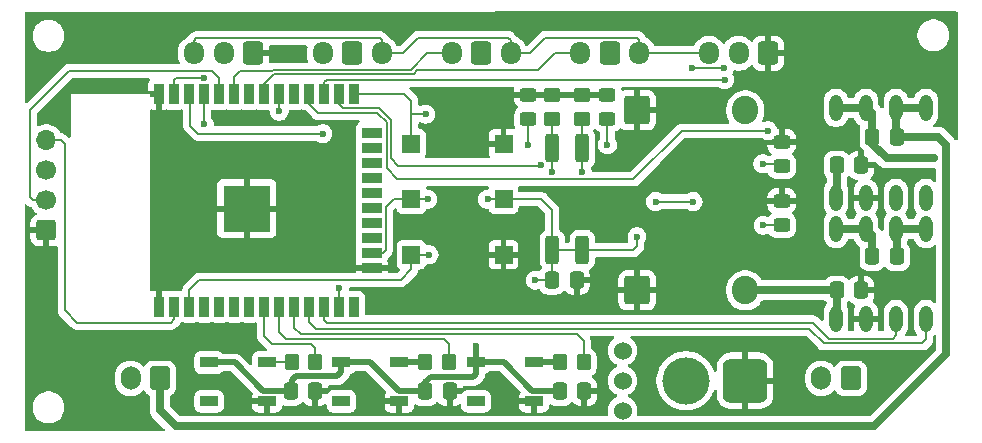
<source format=gbr>
%TF.GenerationSoftware,KiCad,Pcbnew,9.0.1*%
%TF.CreationDate,2025-10-10T15:40:47-03:00*%
%TF.ProjectId,minisumo,6d696e69-7375-46d6-9f2e-6b696361645f,rev?*%
%TF.SameCoordinates,Original*%
%TF.FileFunction,Copper,L1,Top*%
%TF.FilePolarity,Positive*%
%FSLAX46Y46*%
G04 Gerber Fmt 4.6, Leading zero omitted, Abs format (unit mm)*
G04 Created by KiCad (PCBNEW 9.0.1) date 2025-10-10 15:40:47*
%MOMM*%
%LPD*%
G01*
G04 APERTURE LIST*
G04 Aperture macros list*
%AMRoundRect*
0 Rectangle with rounded corners*
0 $1 Rounding radius*
0 $2 $3 $4 $5 $6 $7 $8 $9 X,Y pos of 4 corners*
0 Add a 4 corners polygon primitive as box body*
4,1,4,$2,$3,$4,$5,$6,$7,$8,$9,$2,$3,0*
0 Add four circle primitives for the rounded corners*
1,1,$1+$1,$2,$3*
1,1,$1+$1,$4,$5*
1,1,$1+$1,$6,$7*
1,1,$1+$1,$8,$9*
0 Add four rect primitives between the rounded corners*
20,1,$1+$1,$2,$3,$4,$5,0*
20,1,$1+$1,$4,$5,$6,$7,0*
20,1,$1+$1,$6,$7,$8,$9,0*
20,1,$1+$1,$8,$9,$2,$3,0*%
G04 Aperture macros list end*
%TA.AperFunction,SMDPad,CuDef*%
%ADD10RoundRect,0.250000X-0.337500X-0.475000X0.337500X-0.475000X0.337500X0.475000X-0.337500X0.475000X0*%
%TD*%
%TA.AperFunction,SMDPad,CuDef*%
%ADD11RoundRect,0.250000X-0.450000X0.325000X-0.450000X-0.325000X0.450000X-0.325000X0.450000X0.325000X0*%
%TD*%
%TA.AperFunction,SMDPad,CuDef*%
%ADD12R,1.500000X1.500000*%
%TD*%
%TA.AperFunction,SMDPad,CuDef*%
%ADD13RoundRect,0.250000X0.310000X-0.970000X0.310000X0.970000X-0.310000X0.970000X-0.310000X-0.970000X0*%
%TD*%
%TA.AperFunction,SMDPad,CuDef*%
%ADD14RoundRect,0.250000X0.337500X0.475000X-0.337500X0.475000X-0.337500X-0.475000X0.337500X-0.475000X0*%
%TD*%
%TA.AperFunction,SMDPad,CuDef*%
%ADD15RoundRect,0.099000X0.351000X-0.751000X0.351000X0.751000X-0.351000X0.751000X-0.351000X-0.751000X0*%
%TD*%
%TA.AperFunction,SMDPad,CuDef*%
%ADD16R,4.000000X4.000000*%
%TD*%
%TA.AperFunction,SMDPad,CuDef*%
%ADD17RoundRect,0.099000X0.751000X-0.351000X0.751000X0.351000X-0.751000X0.351000X-0.751000X-0.351000X0*%
%TD*%
%TA.AperFunction,SMDPad,CuDef*%
%ADD18RoundRect,0.090000X-0.660000X-0.360000X0.660000X-0.360000X0.660000X0.360000X-0.660000X0.360000X0*%
%TD*%
%TA.AperFunction,SMDPad,CuDef*%
%ADD19RoundRect,0.250000X0.350000X0.450000X-0.350000X0.450000X-0.350000X-0.450000X0.350000X-0.450000X0*%
%TD*%
%TA.AperFunction,SMDPad,CuDef*%
%ADD20RoundRect,0.250000X0.450000X-0.350000X0.450000X0.350000X-0.450000X0.350000X-0.450000X-0.350000X0*%
%TD*%
%TA.AperFunction,ComponentPad*%
%ADD21C,1.524000*%
%TD*%
%TA.AperFunction,ComponentPad*%
%ADD22O,2.200000X2.400000*%
%TD*%
%TA.AperFunction,ComponentPad*%
%ADD23RoundRect,0.250000X0.850000X-0.950000X0.850000X0.950000X-0.850000X0.950000X-0.850000X-0.950000X0*%
%TD*%
%TA.AperFunction,ComponentPad*%
%ADD24O,1.700000X1.700000*%
%TD*%
%TA.AperFunction,ComponentPad*%
%ADD25C,1.700000*%
%TD*%
%TA.AperFunction,ComponentPad*%
%ADD26RoundRect,0.250000X-0.600000X-0.600000X0.600000X-0.600000X0.600000X0.600000X-0.600000X0.600000X0*%
%TD*%
%TA.AperFunction,ComponentPad*%
%ADD27O,1.108000X2.216000*%
%TD*%
%TA.AperFunction,ComponentPad*%
%ADD28O,1.700000X1.950000*%
%TD*%
%TA.AperFunction,ComponentPad*%
%ADD29RoundRect,0.250000X-0.600000X-0.725000X0.600000X-0.725000X0.600000X0.725000X-0.600000X0.725000X0*%
%TD*%
%TA.AperFunction,ComponentPad*%
%ADD30RoundRect,0.250000X0.600000X0.750000X-0.600000X0.750000X-0.600000X-0.750000X0.600000X-0.750000X0*%
%TD*%
%TA.AperFunction,ComponentPad*%
%ADD31O,1.700000X2.000000*%
%TD*%
%TA.AperFunction,ComponentPad*%
%ADD32RoundRect,0.760000X1.140000X1.140000X-1.140000X1.140000X-1.140000X-1.140000X1.140000X-1.140000X0*%
%TD*%
%TA.AperFunction,ComponentPad*%
%ADD33C,4.000000*%
%TD*%
%TA.AperFunction,ViaPad*%
%ADD34C,0.600000*%
%TD*%
%TA.AperFunction,Conductor*%
%ADD35C,0.200000*%
%TD*%
%TA.AperFunction,Conductor*%
%ADD36C,0.500000*%
%TD*%
%TA.AperFunction,Conductor*%
%ADD37C,0.700000*%
%TD*%
G04 APERTURE END LIST*
D10*
%TO.P,C6,1*%
%TO.N,+3.3V*%
X193925000Y-79650000D03*
%TO.P,C6,2*%
%TO.N,GND*%
X196000000Y-79650000D03*
%TD*%
D11*
%TO.P,D2,1,K*%
%TO.N,GND*%
X213350000Y-72950000D03*
%TO.P,D2,2,A*%
%TO.N,Net-(D2-A)*%
X213350000Y-75000000D03*
%TD*%
D12*
%TO.P,SW1,1,1*%
%TO.N,+3.3V*%
X189800000Y-72800000D03*
%TO.P,SW1,2,2*%
%TO.N,ACT*%
X182000000Y-72800000D03*
%TD*%
D13*
%TO.P,SW2,1*%
%TO.N,+3.3V*%
X193930000Y-77105000D03*
%TO.P,SW2,2*%
X196470000Y-77105000D03*
%TO.P,SW2,3*%
%TO.N,M2*%
X196470000Y-68495000D03*
%TO.P,SW2,4*%
%TO.N,M1*%
X193930000Y-68495000D03*
%TD*%
D14*
%TO.P,C1,1*%
%TO.N,GND*%
X220100000Y-69925000D03*
%TO.P,C1,2*%
%TO.N,VCC*%
X218025000Y-69925000D03*
%TD*%
D10*
%TO.P,C7,1*%
%TO.N,+5V*%
X171775000Y-89075000D03*
%TO.P,C7,2*%
%TO.N,GND*%
X173850000Y-89075000D03*
%TD*%
D12*
%TO.P,SW3,1,1*%
%TO.N,GND*%
X189800000Y-77500000D03*
%TO.P,SW3,2,2*%
%TO.N,EN*%
X182000000Y-77500000D03*
%TD*%
D10*
%TO.P,C8,1*%
%TO.N,+5V*%
X183175000Y-89075000D03*
%TO.P,C8,2*%
%TO.N,GND*%
X185250000Y-89075000D03*
%TD*%
D14*
%TO.P,C2,1*%
%TO.N,Net-(J2-Pin_1)*%
X223105000Y-67525000D03*
%TO.P,C2,2*%
%TO.N,Net-(J2-Pin_2)*%
X221030000Y-67525000D03*
%TD*%
D15*
%TO.P,U4,1,GND*%
%TO.N,GND*%
X160645000Y-81900000D03*
D16*
%TO.P,U4,1.1,GND*%
X168055000Y-73600000D03*
D15*
%TO.P,U4,2,3V3*%
%TO.N,+3.3V*%
X161915000Y-81900000D03*
%TO.P,U4,3,EN*%
%TO.N,EN*%
X163185000Y-81900000D03*
%TO.P,U4,4,SENSOR_VP*%
%TO.N,unconnected-(U4-SENSOR_VP-Pad4)*%
X164455000Y-81900000D03*
%TO.P,U4,5,SENSOR_VN*%
%TO.N,unconnected-(U4-SENSOR_VN-Pad5)*%
X165725000Y-81900000D03*
%TO.P,U4,6,IO34*%
%TO.N,unconnected-(U4-IO34-Pad6)*%
X166995000Y-81900000D03*
%TO.P,U4,7,IO35*%
%TO.N,unconnected-(U4-IO35-Pad7)*%
X168265000Y-81900000D03*
%TO.P,U4,8,IO32*%
%TO.N,WS1*%
X169535000Y-81900000D03*
%TO.P,U4,9,IO33*%
%TO.N,WS2*%
X170805000Y-81900000D03*
%TO.P,U4,10,IO25*%
%TO.N,WS3*%
X172075000Y-81900000D03*
%TO.P,U4,11,IO26*%
%TO.N,BI_DER*%
X173345000Y-81900000D03*
%TO.P,U4,12,IO27*%
%TO.N,BI_IZQ*%
X174615000Y-81900000D03*
%TO.P,U4,13,IO14*%
%TO.N,M1*%
X175885000Y-81900000D03*
%TO.P,U4,14,IO12*%
%TO.N,unconnected-(U4-IO12-Pad14)*%
X177155000Y-81900000D03*
D17*
%TO.P,U4,15,GND*%
%TO.N,GND*%
X178655000Y-78615000D03*
%TO.P,U4,16,IO13*%
%TO.N,ACT*%
X178655000Y-77345000D03*
%TO.P,U4,17,SHD/SD2*%
%TO.N,unconnected-(U4-SHD{slash}SD2-Pad17)*%
X178655000Y-76075000D03*
%TO.P,U4,18,SWP/SD3*%
%TO.N,unconnected-(U4-SWP{slash}SD3-Pad18)*%
X178655000Y-74805000D03*
%TO.P,U4,19,SCS/CMD*%
%TO.N,unconnected-(U4-SCS{slash}CMD-Pad19)*%
X178655000Y-73535000D03*
%TO.P,U4,20,SCK/CLK*%
%TO.N,unconnected-(U4-SCK{slash}CLK-Pad20)*%
X178655000Y-72265000D03*
%TO.P,U4,21,SDO/SD0*%
%TO.N,unconnected-(U4-SDO{slash}SD0-Pad21)*%
X178655000Y-70995000D03*
%TO.P,U4,22,SDI/SD1*%
%TO.N,unconnected-(U4-SDI{slash}SD1-Pad22)*%
X178655000Y-69725000D03*
%TO.P,U4,23,IO15*%
%TO.N,unconnected-(U4-IO15-Pad23)*%
X178655000Y-68455000D03*
%TO.P,U4,24,IO2*%
%TO.N,unconnected-(U4-IO2-Pad24)*%
X178655000Y-67185000D03*
D15*
%TO.P,U4,25,IO0*%
%TO.N,BOOT*%
X177155000Y-63900000D03*
%TO.P,U4,26,IO4*%
%TO.N,M2*%
X175885000Y-63900000D03*
%TO.P,U4,27,IO16*%
%TO.N,BI_IZ*%
X174615000Y-63900000D03*
%TO.P,U4,28,IO17*%
%TO.N,FI_IZ*%
X173345000Y-63900000D03*
%TO.P,U4,29,IO5*%
%TO.N,unconnected-(U4-IO5-Pad29)*%
X172075000Y-63900000D03*
%TO.P,U4,30,IO18*%
%TO.N,P_DER*%
X170805000Y-63900000D03*
%TO.P,U4,31,IO19*%
%TO.N,F_DER*%
X169535000Y-63900000D03*
%TO.P,U4,32*%
%TO.N,N/C*%
X168265000Y-63900000D03*
%TO.P,U4,33,IO21*%
%TO.N,F_FRE*%
X166995000Y-63900000D03*
%TO.P,U4,34,RXD0*%
%TO.N,RXDO*%
X165725000Y-63900000D03*
%TO.P,U4,35,TXD0*%
%TO.N,TXDO*%
X164455000Y-63900000D03*
%TO.P,U4,36,IO22*%
%TO.N,F_IZ*%
X163185000Y-63900000D03*
%TO.P,U4,37,IO23*%
%TO.N,P_IZ*%
X161915000Y-63900000D03*
%TO.P,U4,38,GND*%
%TO.N,GND*%
X160645000Y-63900000D03*
%TD*%
D11*
%TO.P,D9,1,K*%
%TO.N,GND*%
X198600000Y-63975000D03*
%TO.P,D9,2,A*%
%TO.N,Net-(D9-A)*%
X198600000Y-66025000D03*
%TD*%
D18*
%TO.P,LED3,1,VDD*%
%TO.N,+5V*%
X187475000Y-86625000D03*
%TO.P,LED3,2,DOUT*%
%TO.N,unconnected-(LED3-DOUT-Pad2)*%
X187475000Y-89925000D03*
%TO.P,LED3,3,VSS*%
%TO.N,GND*%
X192375000Y-89925000D03*
%TO.P,LED3,4,DIN*%
%TO.N,Net-(LED3-DIN)*%
X192375000Y-86625000D03*
%TD*%
D14*
%TO.P,C4,1*%
%TO.N,Net-(J4-Pin_1)*%
X223105000Y-77625000D03*
%TO.P,C4,2*%
%TO.N,Net-(J4-Pin_2)*%
X221030000Y-77625000D03*
%TD*%
D19*
%TO.P,R3,1*%
%TO.N,WS3*%
X196575000Y-86625000D03*
%TO.P,R3,2*%
%TO.N,Net-(LED3-DIN)*%
X194575000Y-86625000D03*
%TD*%
D12*
%TO.P,SW4,1,1*%
%TO.N,GND*%
X189800000Y-68100000D03*
%TO.P,SW4,2,2*%
%TO.N,BOOT*%
X182000000Y-68100000D03*
%TD*%
D10*
%TO.P,C9,1*%
%TO.N,+5V*%
X194575000Y-89075000D03*
%TO.P,C9,2*%
%TO.N,GND*%
X196650000Y-89075000D03*
%TD*%
D11*
%TO.P,D8,1,K*%
%TO.N,GND*%
X191900000Y-63975000D03*
%TO.P,D8,2,A*%
%TO.N,Net-(D8-A)*%
X191900000Y-66025000D03*
%TD*%
D20*
%TO.P,R8,1*%
%TO.N,M1*%
X193930000Y-65975000D03*
%TO.P,R8,2*%
%TO.N,GND*%
X193930000Y-63975000D03*
%TD*%
D14*
%TO.P,C3,1*%
%TO.N,GND*%
X220100000Y-80525000D03*
%TO.P,C3,2*%
%TO.N,VCC*%
X218025000Y-80525000D03*
%TD*%
D19*
%TO.P,R2,1*%
%TO.N,WS2*%
X185175000Y-86625000D03*
%TO.P,R2,2*%
%TO.N,Net-(LED2-DIN)*%
X183175000Y-86625000D03*
%TD*%
D11*
%TO.P,D1,1,K*%
%TO.N,GND*%
X213350000Y-67950000D03*
%TO.P,D1,2,A*%
%TO.N,Net-(D1-A)*%
X213350000Y-70000000D03*
%TD*%
D21*
%TO.P,SW6,1,C*%
%TO.N,unconnected-(SW6-C-Pad1)*%
X199875000Y-90715000D03*
%TO.P,SW6,2,B*%
%TO.N,Net-(BAT1-Pin_2)*%
X199875000Y-88175000D03*
%TO.P,SW6,3,A*%
%TO.N,VCC*%
X199875000Y-85635000D03*
%TD*%
D18*
%TO.P,LED1,1,VDD*%
%TO.N,+5V*%
X164875000Y-86625000D03*
%TO.P,LED1,2,DOUT*%
%TO.N,unconnected-(LED1-DOUT-Pad2)*%
X164875000Y-89925000D03*
%TO.P,LED1,3,VSS*%
%TO.N,GND*%
X169775000Y-89925000D03*
%TO.P,LED1,4,DIN*%
%TO.N,Net-(LED1-DIN)*%
X169775000Y-86625000D03*
%TD*%
D22*
%TO.P,U6,1,IN*%
%TO.N,VCC*%
X210270000Y-80520000D03*
D23*
%TO.P,U6,2,GND*%
%TO.N,GND*%
X201130000Y-80520000D03*
X201130000Y-65280000D03*
D22*
%TO.P,U6,3,OUT*%
%TO.N,+5V*%
X210270000Y-65280000D03*
%TD*%
D24*
%TO.P,J3,1,Pin_1*%
%TO.N,+3.3V*%
X151100000Y-67820000D03*
D25*
%TO.P,J3,2,Pin_2*%
%TO.N,TXDO*%
X151100000Y-70360000D03*
%TO.P,J3,3,Pin_3*%
%TO.N,RXDO*%
X151100000Y-72900000D03*
D26*
%TO.P,J3,4,Pin_4*%
%TO.N,GND*%
X151100000Y-75440000D03*
%TD*%
D18*
%TO.P,LED2,1,VDD*%
%TO.N,+5V*%
X176075000Y-86625000D03*
%TO.P,LED2,2,DOUT*%
%TO.N,unconnected-(LED2-DOUT-Pad2)*%
X176075000Y-89925000D03*
%TO.P,LED2,3,VSS*%
%TO.N,GND*%
X180975000Y-89925000D03*
%TO.P,LED2,4,DIN*%
%TO.N,Net-(LED2-DIN)*%
X180975000Y-86625000D03*
%TD*%
D20*
%TO.P,R9,1*%
%TO.N,M2*%
X196470000Y-65975000D03*
%TO.P,R9,2*%
%TO.N,GND*%
X196470000Y-63975000D03*
%TD*%
D19*
%TO.P,R1,1*%
%TO.N,WS1*%
X173875000Y-86575000D03*
%TO.P,R1,2*%
%TO.N,Net-(LED1-DIN)*%
X171875000Y-86575000D03*
%TD*%
D27*
%TO.P,U3,BI,BI*%
%TO.N,BI_IZ*%
X225570000Y-72697000D03*
%TO.P,U3,BO1,BO1*%
%TO.N,Net-(J2-Pin_1)*%
X223030000Y-65077000D03*
%TO.P,U3,BO2,BO2*%
X225570000Y-65077000D03*
%TO.P,U3,FI,FI*%
%TO.N,FI_IZ*%
X223030000Y-72697000D03*
%TO.P,U3,FO1,FO1*%
%TO.N,Net-(J2-Pin_2)*%
X217950000Y-65077000D03*
%TO.P,U3,FO2,FO2*%
X220490000Y-65077000D03*
%TO.P,U3,GND,GND*%
%TO.N,GND*%
X220490000Y-72697000D03*
%TO.P,U3,VCC,VCC*%
%TO.N,VCC*%
X217950000Y-72697000D03*
%TD*%
D28*
%TO.P,J8,1,Pin_1*%
%TO.N,F_FRE*%
X185400000Y-60450000D03*
D29*
%TO.P,J8,2,Pin_2*%
%TO.N,GND*%
X187900000Y-60450000D03*
D28*
%TO.P,J8,3,Pin_3*%
%TO.N,+3.3V*%
X190400000Y-60450000D03*
%TD*%
%TO.P,J11,1,Pin_1*%
%TO.N,+3.3V*%
X207200000Y-60450000D03*
%TO.P,J11,2,Pin_2*%
%TO.N,P_DER*%
X209700000Y-60450000D03*
D29*
%TO.P,J11,3,Pin_3*%
%TO.N,GND*%
X212200000Y-60450000D03*
%TD*%
D27*
%TO.P,U5,BI,BI*%
%TO.N,BI_DER*%
X225570000Y-82945000D03*
%TO.P,U5,BO1,BO1*%
%TO.N,Net-(J4-Pin_1)*%
X223030000Y-75325000D03*
%TO.P,U5,BO2,BO2*%
X225570000Y-75325000D03*
%TO.P,U5,FI,FI*%
%TO.N,BI_IZQ*%
X223030000Y-82945000D03*
%TO.P,U5,FO1,FO1*%
%TO.N,Net-(J4-Pin_2)*%
X217950000Y-75325000D03*
%TO.P,U5,FO2,FO2*%
X220490000Y-75325000D03*
%TO.P,U5,GND,GND*%
%TO.N,GND*%
X220490000Y-82945000D03*
%TO.P,U5,VCC,VCC*%
%TO.N,VCC*%
X217950000Y-82945000D03*
%TD*%
D30*
%TO.P,J2,1,Pin_1*%
%TO.N,Net-(J2-Pin_1)*%
X160725000Y-87975000D03*
D31*
%TO.P,J2,2,Pin_2*%
%TO.N,Net-(J2-Pin_2)*%
X158225000Y-87975000D03*
%TD*%
D30*
%TO.P,J4,1,Pin_1*%
%TO.N,Net-(J4-Pin_1)*%
X219200000Y-87975000D03*
D31*
%TO.P,J4,2,Pin_2*%
%TO.N,Net-(J4-Pin_2)*%
X216700000Y-87975000D03*
%TD*%
D28*
%TO.P,J7,1,Pin_1*%
%TO.N,F_IZ*%
X174500000Y-60450000D03*
D29*
%TO.P,J7,2,Pin_2*%
%TO.N,GND*%
X177000000Y-60450000D03*
D28*
%TO.P,J7,3,Pin_3*%
%TO.N,+3.3V*%
X179500000Y-60450000D03*
%TD*%
D32*
%TO.P,BAT1,1,Pin_1*%
%TO.N,GND*%
X210250000Y-88175000D03*
D33*
%TO.P,BAT1,2,Pin_2*%
%TO.N,Net-(BAT1-Pin_2)*%
X205250000Y-88175000D03*
%TD*%
D28*
%TO.P,J9,1,Pin_1*%
%TO.N,+3.3V*%
X163600000Y-60450000D03*
%TO.P,J9,2,Pin_2*%
%TO.N,P_IZ*%
X166100000Y-60450000D03*
D29*
%TO.P,J9,3,Pin_3*%
%TO.N,GND*%
X168600000Y-60450000D03*
%TD*%
D28*
%TO.P,J10,1,Pin_1*%
%TO.N,F_DER*%
X196300000Y-60450000D03*
D29*
%TO.P,J10,2,Pin_2*%
%TO.N,GND*%
X198800000Y-60450000D03*
D28*
%TO.P,J10,3,Pin_3*%
%TO.N,+3.3V*%
X201300000Y-60450000D03*
%TD*%
D34*
%TO.N,GND*%
X188500000Y-68100000D03*
X188250000Y-77450000D03*
%TO.N,Net-(D1-A)*%
X211750000Y-69800000D03*
%TO.N,Net-(D2-A)*%
X211800000Y-75000000D03*
%TO.N,EN*%
X183500000Y-77500000D03*
%TO.N,BOOT*%
X183200000Y-65600000D03*
%TO.N,TXDO*%
X164455000Y-66450000D03*
%TO.N,P_IZ*%
X164422167Y-62550000D03*
%TO.N,Net-(J2-Pin_2)*%
X226250000Y-69350000D03*
%TO.N,F_IZ*%
X174500000Y-67250000D03*
%TO.N,P_DER*%
X208500000Y-61726000D03*
X205750000Y-61726000D03*
X170800000Y-65350000D03*
%TO.N,FI_IZ*%
X212200000Y-67000000D03*
%TO.N,Net-(D8-A)*%
X191900000Y-68200000D03*
%TO.N,Net-(D9-A)*%
X198600000Y-68200000D03*
%TO.N,+5V*%
X187500000Y-85200000D03*
%TO.N,ACT*%
X183400000Y-72800000D03*
%TO.N,+3.3V*%
X192475000Y-79650000D03*
X188450000Y-72800000D03*
X205850000Y-73000000D03*
X201099000Y-75971700D03*
X202675000Y-73000000D03*
%TO.N,BI_IZ*%
X208525000Y-62675000D03*
%TO.N,M1*%
X175900000Y-80350000D03*
X193930000Y-70519000D03*
%TO.N,M2*%
X192950000Y-69919000D03*
X196470000Y-70480000D03*
%TD*%
D35*
%TO.N,GND*%
X188500000Y-68100000D02*
X189800000Y-68100000D01*
X198500000Y-64000000D02*
X198600000Y-64000000D01*
%TO.N,Net-(D1-A)*%
X213150000Y-69800000D02*
X213350000Y-70000000D01*
X211750000Y-69800000D02*
X213150000Y-69800000D01*
X213325000Y-69800000D02*
X213350000Y-69825000D01*
%TO.N,Net-(D2-A)*%
X211800000Y-75000000D02*
X213350000Y-75000000D01*
%TO.N,EN*%
X183500000Y-77500000D02*
X182000000Y-77500000D01*
X182000000Y-78750000D02*
X181100000Y-79650000D01*
X182000000Y-77500000D02*
X182000000Y-78750000D01*
X164050000Y-79650000D02*
X163185000Y-80515000D01*
X163185000Y-80515000D02*
X163185000Y-81900000D01*
X181100000Y-79650000D02*
X164050000Y-79650000D01*
X183550000Y-77500000D02*
X183500000Y-77500000D01*
%TO.N,Net-(LED1-DIN)*%
X169775000Y-86625000D02*
X171875000Y-86625000D01*
%TO.N,BOOT*%
X183200000Y-65600000D02*
X182000000Y-65600000D01*
X181400000Y-63900000D02*
X177155000Y-63900000D01*
X182000000Y-64500000D02*
X181400000Y-63900000D01*
X182000000Y-68100000D02*
X182000000Y-65600000D01*
X182000000Y-65600000D02*
X182000000Y-64500000D01*
%TO.N,TXDO*%
X164455000Y-66450000D02*
X164455000Y-63900000D01*
%TO.N,RXDO*%
X165725000Y-63900000D02*
X165725000Y-62525000D01*
X149950000Y-72900000D02*
X151100000Y-72900000D01*
X153001000Y-61949000D02*
X149675000Y-65275000D01*
X149675000Y-72625000D02*
X149950000Y-72900000D01*
X149675000Y-65275000D02*
X149675000Y-72625000D01*
X165725000Y-62525000D02*
X165149000Y-61949000D01*
X165149000Y-61949000D02*
X153001000Y-61949000D01*
%TO.N,P_IZ*%
X162100000Y-62550000D02*
X164422167Y-62550000D01*
X161915000Y-63900000D02*
X161915000Y-62735000D01*
X161915000Y-62735000D02*
X162100000Y-62550000D01*
D36*
%TO.N,Net-(LED2-DIN)*%
X183175000Y-86625000D02*
X180975000Y-86625000D01*
%TO.N,Net-(LED3-DIN)*%
X194575000Y-86625000D02*
X192375000Y-86625000D01*
D37*
%TO.N,Net-(J2-Pin_1)*%
X162078000Y-92028000D02*
X221147000Y-92028000D01*
X223105000Y-67525000D02*
X223050000Y-67470000D01*
X221147000Y-92028000D02*
X227300000Y-85875000D01*
X227300000Y-85875000D02*
X227300000Y-68225000D01*
X160725000Y-90675000D02*
X162078000Y-92028000D01*
X160725000Y-87975000D02*
X160725000Y-90675000D01*
X226600000Y-67525000D02*
X223105000Y-67525000D01*
X227300000Y-68225000D02*
X226600000Y-67525000D01*
X223050000Y-65047000D02*
X225645000Y-65047000D01*
X223050000Y-67470000D02*
X223050000Y-65047000D01*
%TO.N,Net-(J2-Pin_2)*%
X222250000Y-69350000D02*
X221030000Y-68130000D01*
X226250000Y-69350000D02*
X222250000Y-69350000D01*
X221030000Y-68130000D02*
X221030000Y-67525000D01*
X221030000Y-67525000D02*
X221030000Y-65512000D01*
X220565000Y-65047000D02*
X218025000Y-65047000D01*
%TO.N,Net-(J4-Pin_2)*%
X220565000Y-75325000D02*
X218025000Y-75325000D01*
X221030000Y-75865000D02*
X220490000Y-75325000D01*
X221030000Y-77625000D02*
X221030000Y-75865000D01*
%TO.N,Net-(J4-Pin_1)*%
X223105000Y-75325000D02*
X225645000Y-75325000D01*
X223105000Y-77625000D02*
X223105000Y-75325000D01*
D35*
%TO.N,F_IZ*%
X163270000Y-66570000D02*
X163270000Y-63984500D01*
X163945500Y-67245500D02*
X163270000Y-66570000D01*
X163270000Y-63984500D02*
X163185000Y-63900000D01*
X174595500Y-67245500D02*
X163945500Y-67245500D01*
X174600000Y-67250000D02*
X174595500Y-67245500D01*
%TO.N,F_FRE*%
X170171139Y-61950000D02*
X170274139Y-61847000D01*
X181953000Y-61847000D02*
X183350000Y-60450000D01*
X167000000Y-63905000D02*
X166995000Y-63900000D01*
X166995000Y-62455000D02*
X167500000Y-61950000D01*
X183350000Y-60450000D02*
X185400000Y-60450000D01*
X167500000Y-61950000D02*
X170171139Y-61950000D01*
X166995000Y-63900000D02*
X166995000Y-62455000D01*
X170274139Y-61847000D02*
X181953000Y-61847000D01*
%TO.N,F_DER*%
X194150000Y-60450000D02*
X196300000Y-60450000D01*
X169535000Y-63900000D02*
X169535000Y-63050001D01*
X192700000Y-61900000D02*
X194150000Y-60450000D01*
X182467100Y-61900000D02*
X192700000Y-61900000D01*
X169535000Y-63050001D02*
X170410001Y-62175000D01*
X182192100Y-62175000D02*
X182467100Y-61900000D01*
X170410001Y-62175000D02*
X182192100Y-62175000D01*
%TO.N,P_DER*%
X205750000Y-61726000D02*
X208500000Y-61726000D01*
X170805000Y-63900000D02*
X170805000Y-65345000D01*
X170805000Y-65345000D02*
X170800000Y-65350000D01*
%TO.N,FI_IZ*%
X212200000Y-67000000D02*
X204900000Y-67000000D01*
X204900000Y-67000000D02*
X200778300Y-71121700D01*
X179900000Y-66300000D02*
X179100000Y-65500000D01*
X179100000Y-65500000D02*
X174100000Y-65500000D01*
X174100000Y-65500000D02*
X173345000Y-64745000D01*
X179900000Y-70200000D02*
X179900000Y-66300000D01*
X173345000Y-64745000D02*
X173345000Y-63900000D01*
X200778300Y-71121700D02*
X180821700Y-71121700D01*
X180821700Y-71121700D02*
X179900000Y-70200000D01*
%TO.N,Net-(D8-A)*%
X191900000Y-68250000D02*
X191900000Y-66025000D01*
%TO.N,Net-(D9-A)*%
X198600000Y-66025000D02*
X198600000Y-68200000D01*
D36*
%TO.N,+5V*%
X183625000Y-87850000D02*
X187225000Y-87850000D01*
X175725000Y-87800000D02*
X176075000Y-87450000D01*
X187500000Y-85200000D02*
X187500000Y-86600000D01*
X183175000Y-88300000D02*
X183625000Y-87850000D01*
X183175000Y-89075000D02*
X183175000Y-88300000D01*
X187500000Y-86600000D02*
X187475000Y-86625000D01*
X194525000Y-89025000D02*
X192225000Y-89025000D01*
X183124000Y-89024000D02*
X180924000Y-89024000D01*
X187475000Y-87600000D02*
X187475000Y-86625000D01*
X171900000Y-89075000D02*
X171900000Y-88125000D01*
X194575000Y-89075000D02*
X194525000Y-89025000D01*
X167075000Y-86625000D02*
X169474000Y-89024000D01*
X192225000Y-89025000D02*
X189825000Y-86625000D01*
X187225000Y-87850000D02*
X187475000Y-87600000D01*
X183175000Y-89075000D02*
X183124000Y-89024000D01*
X169474000Y-89024000D02*
X171849000Y-89024000D01*
X172225000Y-87800000D02*
X175725000Y-87800000D01*
X178525000Y-86625000D02*
X176075000Y-86625000D01*
X171900000Y-88125000D02*
X172225000Y-87800000D01*
X164875000Y-86625000D02*
X167075000Y-86625000D01*
X180924000Y-89024000D02*
X178525000Y-86625000D01*
X176075000Y-87450000D02*
X176075000Y-86625000D01*
X171849000Y-89024000D02*
X171900000Y-89075000D01*
X189825000Y-86625000D02*
X187475000Y-86625000D01*
D35*
%TO.N,ACT*%
X179605000Y-77345000D02*
X179837520Y-77112480D01*
X178655000Y-77345000D02*
X179605000Y-77345000D01*
X179837520Y-73462480D02*
X180500000Y-72800000D01*
X180500000Y-72800000D02*
X182000000Y-72800000D01*
X179837520Y-77112480D02*
X179837520Y-73462480D01*
X182000000Y-72800000D02*
X183400000Y-72800000D01*
D37*
%TO.N,VCC*%
X210275000Y-80525000D02*
X210270000Y-80520000D01*
X218025000Y-72667000D02*
X218025000Y-69925000D01*
X218025000Y-80525000D02*
X218025000Y-82945000D01*
X218025000Y-80525000D02*
X210275000Y-80525000D01*
D35*
%TO.N,+3.3V*%
X182550000Y-59150000D02*
X181250000Y-60450000D01*
X161650000Y-83250000D02*
X153700000Y-83250000D01*
X153700000Y-83250000D02*
X152650000Y-82200000D01*
X192050000Y-60450000D02*
X190400000Y-60450000D01*
X200800000Y-77100000D02*
X196475000Y-77100000D01*
X152320000Y-67820000D02*
X151100000Y-67820000D01*
X179500000Y-59350000D02*
X179325000Y-59175000D01*
X161915000Y-82985000D02*
X161650000Y-83250000D01*
X201125000Y-59150000D02*
X193350000Y-59150000D01*
X163600000Y-59375000D02*
X163600000Y-60450000D01*
X201300000Y-60450000D02*
X207200000Y-60450000D01*
X193930000Y-77105000D02*
X193930000Y-79645000D01*
X196470000Y-77105000D02*
X193930000Y-77105000D01*
X201300000Y-59325000D02*
X201125000Y-59150000D01*
X193000000Y-72800000D02*
X193930000Y-73730000D01*
X152650000Y-82200000D02*
X152650000Y-68150000D01*
X179325000Y-59175000D02*
X163800000Y-59175000D01*
X193930000Y-79645000D02*
X193925000Y-79650000D01*
X181250000Y-60450000D02*
X179500000Y-60450000D01*
X193930000Y-73730000D02*
X193930000Y-74770000D01*
X201099000Y-76801000D02*
X200800000Y-77100000D01*
X192475000Y-79650000D02*
X193925000Y-79650000D01*
X190400000Y-60450000D02*
X190400000Y-59350000D01*
X190200000Y-59150000D02*
X182550000Y-59150000D01*
X193930000Y-74770000D02*
X193930000Y-77105000D01*
X190400000Y-59350000D02*
X190200000Y-59150000D01*
X179500000Y-60450000D02*
X179500000Y-59350000D01*
X193350000Y-59150000D02*
X192050000Y-60450000D01*
X205850000Y-73000000D02*
X202675000Y-73000000D01*
X201300000Y-60450000D02*
X201300000Y-59325000D01*
X188450000Y-72800000D02*
X189800000Y-72800000D01*
X196475000Y-77100000D02*
X196470000Y-77105000D01*
X152650000Y-68150000D02*
X152320000Y-67820000D01*
X201099000Y-75971700D02*
X201099000Y-76801000D01*
X161915000Y-81900000D02*
X161915000Y-82985000D01*
X189800000Y-72800000D02*
X193000000Y-72800000D01*
X163800000Y-59175000D02*
X163600000Y-59375000D01*
%TO.N,BI_IZ*%
X174830000Y-62700000D02*
X174615000Y-62915000D01*
X208375000Y-62700000D02*
X174830000Y-62700000D01*
X208400000Y-62675000D02*
X208375000Y-62700000D01*
X174615000Y-62915000D02*
X174615000Y-63900000D01*
X208525000Y-62675000D02*
X208400000Y-62675000D01*
%TO.N,BI_IZQ*%
X222750000Y-84600000D02*
X217350000Y-84600000D01*
X215998000Y-83248000D02*
X174873000Y-83248000D01*
X223030000Y-82945000D02*
X223030000Y-84320000D01*
X217350000Y-84600000D02*
X215998000Y-83248000D01*
X223030000Y-84320000D02*
X222750000Y-84600000D01*
X174873000Y-83248000D02*
X174615000Y-82990000D01*
X174615000Y-82990000D02*
X174615000Y-81900000D01*
%TO.N,BI_DER*%
X225249000Y-85001000D02*
X216901000Y-85001000D01*
X173900000Y-83775000D02*
X173345000Y-83220000D01*
X215675000Y-83775000D02*
X173900000Y-83775000D01*
X173345000Y-83220000D02*
X173345000Y-81900000D01*
X225570000Y-84680000D02*
X225249000Y-85001000D01*
X216901000Y-85001000D02*
X215675000Y-83775000D01*
X225570000Y-82945000D02*
X225570000Y-84680000D01*
%TO.N,WS3*%
X172649000Y-84249000D02*
X172075000Y-83675000D01*
X172075000Y-83675000D02*
X172075000Y-81900000D01*
X196049000Y-84249000D02*
X172649000Y-84249000D01*
X196575000Y-84775000D02*
X196049000Y-84249000D01*
X196575000Y-86625000D02*
X196575000Y-84775000D01*
%TO.N,WS2*%
X184725000Y-84650000D02*
X185175000Y-85100000D01*
X171400000Y-84650000D02*
X184725000Y-84650000D01*
X170805000Y-84055000D02*
X171400000Y-84650000D01*
X170805000Y-81900000D02*
X170805000Y-84055000D01*
X185175000Y-85100000D02*
X185175000Y-86625000D01*
%TO.N,WS1*%
X169535000Y-84410000D02*
X169535000Y-81900000D01*
X173501000Y-85051000D02*
X170176000Y-85051000D01*
X170176000Y-85051000D02*
X169535000Y-84410000D01*
X173875000Y-85425000D02*
X173501000Y-85051000D01*
X173875000Y-86625000D02*
X173875000Y-85425000D01*
%TO.N,M1*%
X175885000Y-80365000D02*
X175900000Y-80350000D01*
X175885000Y-81900000D02*
X175885000Y-80365000D01*
X193930000Y-68495000D02*
X193930000Y-65975000D01*
X193930000Y-70519000D02*
X193930000Y-68495000D01*
%TO.N,M2*%
X196470000Y-68495000D02*
X196470000Y-70480000D01*
X180301000Y-69351000D02*
X180301000Y-66133900D01*
X175900000Y-63885000D02*
X175885000Y-63900000D01*
X176185001Y-65050000D02*
X175885000Y-64749999D01*
X192950000Y-69919000D02*
X192919000Y-69950000D01*
X180900000Y-69950000D02*
X180301000Y-69351000D01*
X180301000Y-66133900D02*
X179217100Y-65050000D01*
X192919000Y-69950000D02*
X180900000Y-69950000D01*
X179217100Y-65050000D02*
X176185001Y-65050000D01*
X196470000Y-68495000D02*
X196470000Y-65975000D01*
X175885000Y-64749999D02*
X175885000Y-63900000D01*
%TD*%
%TA.AperFunction,Conductor*%
%TO.N,GND*%
G36*
X149455703Y-73255384D02*
G01*
X149462159Y-73261394D01*
X149581284Y-73380520D01*
X149581286Y-73380521D01*
X149581287Y-73380522D01*
X149581290Y-73380524D01*
X149714551Y-73457461D01*
X149718216Y-73459577D01*
X149839999Y-73492209D01*
X149899657Y-73528573D01*
X149918387Y-73555687D01*
X149944949Y-73607817D01*
X150069890Y-73779786D01*
X150069896Y-73779792D01*
X150220208Y-73930104D01*
X150220209Y-73930105D01*
X150220208Y-73930105D01*
X150225598Y-73934020D01*
X150268267Y-73989348D01*
X150274249Y-74058961D01*
X150241647Y-74120758D01*
X150191729Y-74152046D01*
X150180881Y-74155641D01*
X150180875Y-74155643D01*
X150031654Y-74247684D01*
X149907684Y-74371654D01*
X149815643Y-74520875D01*
X149815641Y-74520880D01*
X149760494Y-74687302D01*
X149760493Y-74687309D01*
X149750000Y-74790013D01*
X149750000Y-75190000D01*
X150666988Y-75190000D01*
X150634075Y-75247007D01*
X150600000Y-75374174D01*
X150600000Y-75505826D01*
X150634075Y-75632993D01*
X150666988Y-75690000D01*
X149750001Y-75690000D01*
X149750001Y-76089986D01*
X149760494Y-76192697D01*
X149815641Y-76359119D01*
X149815643Y-76359124D01*
X149907684Y-76508345D01*
X150031654Y-76632315D01*
X150180875Y-76724356D01*
X150180880Y-76724358D01*
X150347302Y-76779505D01*
X150347309Y-76779506D01*
X150450019Y-76789999D01*
X150849999Y-76789999D01*
X150850000Y-76789998D01*
X150850000Y-75873012D01*
X150907007Y-75905925D01*
X151034174Y-75940000D01*
X151165826Y-75940000D01*
X151292993Y-75905925D01*
X151350000Y-75873012D01*
X151350000Y-76789999D01*
X151749972Y-76789999D01*
X151749986Y-76789998D01*
X151852697Y-76779505D01*
X151886496Y-76768306D01*
X151956324Y-76765904D01*
X152016366Y-76801636D01*
X152047559Y-76864156D01*
X152049500Y-76886012D01*
X152049500Y-82113330D01*
X152049499Y-82113348D01*
X152049499Y-82279054D01*
X152049498Y-82279054D01*
X152049499Y-82279057D01*
X152090423Y-82431785D01*
X152090424Y-82431786D01*
X152106468Y-82459577D01*
X152106469Y-82459578D01*
X152169475Y-82568709D01*
X152169481Y-82568717D01*
X152288349Y-82687585D01*
X152288355Y-82687590D01*
X153215139Y-83614374D01*
X153215149Y-83614385D01*
X153219479Y-83618715D01*
X153219480Y-83618716D01*
X153331284Y-83730520D01*
X153397035Y-83768481D01*
X153468215Y-83809577D01*
X153620942Y-83850500D01*
X153620943Y-83850500D01*
X161563331Y-83850500D01*
X161563347Y-83850501D01*
X161570943Y-83850501D01*
X161729054Y-83850501D01*
X161729057Y-83850501D01*
X161881785Y-83809577D01*
X161952965Y-83768481D01*
X162018716Y-83730520D01*
X162130520Y-83618716D01*
X162130520Y-83618715D01*
X162147948Y-83601287D01*
X162147953Y-83601280D01*
X162395520Y-83353716D01*
X162450848Y-83257883D01*
X162501412Y-83209669D01*
X162570019Y-83196445D01*
X162605684Y-83205322D01*
X162677499Y-83235069D01*
X162794708Y-83250500D01*
X162794715Y-83250500D01*
X163575285Y-83250500D01*
X163575292Y-83250500D01*
X163692501Y-83235069D01*
X163772549Y-83201911D01*
X163842016Y-83194443D01*
X163867446Y-83201910D01*
X163947499Y-83235069D01*
X164064708Y-83250500D01*
X164064715Y-83250500D01*
X164845285Y-83250500D01*
X164845292Y-83250500D01*
X164962501Y-83235069D01*
X165042549Y-83201911D01*
X165112016Y-83194443D01*
X165137446Y-83201910D01*
X165217499Y-83235069D01*
X165334708Y-83250500D01*
X165334715Y-83250500D01*
X166115285Y-83250500D01*
X166115292Y-83250500D01*
X166232501Y-83235069D01*
X166312549Y-83201911D01*
X166382016Y-83194443D01*
X166407446Y-83201910D01*
X166487499Y-83235069D01*
X166604708Y-83250500D01*
X166604715Y-83250500D01*
X167385285Y-83250500D01*
X167385292Y-83250500D01*
X167502501Y-83235069D01*
X167582549Y-83201911D01*
X167652016Y-83194443D01*
X167677446Y-83201910D01*
X167757499Y-83235069D01*
X167874708Y-83250500D01*
X167874715Y-83250500D01*
X168655285Y-83250500D01*
X168655292Y-83250500D01*
X168772501Y-83235069D01*
X168772508Y-83235065D01*
X168778406Y-83233486D01*
X168848256Y-83235149D01*
X168906118Y-83274311D01*
X168933623Y-83338539D01*
X168934500Y-83353261D01*
X168934500Y-84323330D01*
X168934499Y-84323348D01*
X168934499Y-84489054D01*
X168934498Y-84489054D01*
X168968132Y-84614577D01*
X168975423Y-84641785D01*
X168992879Y-84672019D01*
X169043129Y-84759055D01*
X169054479Y-84778714D01*
X169054481Y-84778717D01*
X169173349Y-84897585D01*
X169173355Y-84897590D01*
X169695478Y-85419713D01*
X169695480Y-85419716D01*
X169703855Y-85428091D01*
X169738584Y-85462821D01*
X169772068Y-85524144D01*
X169770144Y-85551031D01*
X169767083Y-85593834D01*
X169767082Y-85593835D01*
X169767082Y-85593836D01*
X169760549Y-85602562D01*
X169725211Y-85649767D01*
X169725210Y-85649767D01*
X169725209Y-85649769D01*
X169692384Y-85662011D01*
X169659747Y-85674184D01*
X169650901Y-85674500D01*
X169076296Y-85674500D01*
X168960857Y-85689696D01*
X168960848Y-85689699D01*
X168817205Y-85749198D01*
X168817202Y-85749199D01*
X168817202Y-85749200D01*
X168693851Y-85843851D01*
X168604789Y-85959919D01*
X168599198Y-85967205D01*
X168539699Y-86110848D01*
X168539698Y-86110850D01*
X168524500Y-86226298D01*
X168524500Y-86713770D01*
X168504815Y-86780809D01*
X168452011Y-86826564D01*
X168382853Y-86836508D01*
X168319297Y-86807483D01*
X168312819Y-86801451D01*
X167553421Y-86042052D01*
X167553414Y-86042046D01*
X167465125Y-85983054D01*
X167465124Y-85983054D01*
X167430500Y-85959919D01*
X167430488Y-85959912D01*
X167293917Y-85903343D01*
X167293907Y-85903340D01*
X167148920Y-85874500D01*
X167148918Y-85874500D01*
X166038160Y-85874500D01*
X165971121Y-85854815D01*
X165963000Y-85848271D01*
X165962596Y-85848799D01*
X165956150Y-85843853D01*
X165956149Y-85843851D01*
X165832798Y-85749200D01*
X165832794Y-85749198D01*
X165689151Y-85689699D01*
X165689149Y-85689698D01*
X165573701Y-85674500D01*
X164176296Y-85674500D01*
X164060857Y-85689696D01*
X164060848Y-85689699D01*
X163917205Y-85749198D01*
X163917202Y-85749199D01*
X163917202Y-85749200D01*
X163793851Y-85843851D01*
X163704789Y-85959919D01*
X163699198Y-85967205D01*
X163639699Y-86110848D01*
X163639698Y-86110850D01*
X163624500Y-86226298D01*
X163624500Y-87023703D01*
X163639696Y-87139142D01*
X163639699Y-87139151D01*
X163676417Y-87227797D01*
X163699200Y-87282798D01*
X163793851Y-87406149D01*
X163917202Y-87500800D01*
X164060849Y-87560301D01*
X164176299Y-87575500D01*
X165573700Y-87575499D01*
X165573703Y-87575499D01*
X165689142Y-87560303D01*
X165689146Y-87560301D01*
X165689151Y-87560301D01*
X165832798Y-87500800D01*
X165956149Y-87406149D01*
X165956150Y-87406146D01*
X165962596Y-87401201D01*
X165964759Y-87404021D01*
X166011802Y-87378334D01*
X166038160Y-87375500D01*
X166712770Y-87375500D01*
X166779809Y-87395185D01*
X166800451Y-87411819D01*
X167821585Y-88432953D01*
X168557583Y-89168950D01*
X168591068Y-89230273D01*
X168586084Y-89299965D01*
X168584463Y-89304083D01*
X168540187Y-89410975D01*
X168540185Y-89410980D01*
X168525000Y-89526329D01*
X168525000Y-89675000D01*
X169061095Y-89675000D01*
X169112418Y-89687856D01*
X169112876Y-89686753D01*
X169255082Y-89745656D01*
X169255087Y-89745658D01*
X169255091Y-89745658D01*
X169255092Y-89745659D01*
X169400079Y-89774500D01*
X169400082Y-89774500D01*
X169651000Y-89774500D01*
X169718039Y-89794185D01*
X169763794Y-89846989D01*
X169775000Y-89898500D01*
X169775000Y-89925000D01*
X169901000Y-89925000D01*
X169968039Y-89944685D01*
X170013794Y-89997489D01*
X170025000Y-90049000D01*
X170025000Y-90875000D01*
X170473671Y-90875000D01*
X170589019Y-90859814D01*
X170589024Y-90859812D01*
X170732541Y-90800366D01*
X170732542Y-90800366D01*
X170855792Y-90705792D01*
X170950366Y-90582542D01*
X170950366Y-90582541D01*
X171009812Y-90439024D01*
X171009814Y-90439018D01*
X171020527Y-90357643D01*
X171048793Y-90293746D01*
X171107117Y-90255274D01*
X171176982Y-90254442D01*
X171182407Y-90256101D01*
X171284703Y-90289999D01*
X171387491Y-90300500D01*
X172162508Y-90300499D01*
X172162516Y-90300498D01*
X172162519Y-90300498D01*
X172228616Y-90293746D01*
X172265297Y-90289999D01*
X172431834Y-90234814D01*
X172581156Y-90142712D01*
X172705212Y-90018656D01*
X172707252Y-90015347D01*
X172709245Y-90013555D01*
X172709693Y-90012989D01*
X172709789Y-90013065D01*
X172759194Y-89968623D01*
X172828156Y-89957395D01*
X172892240Y-89985234D01*
X172918329Y-90015339D01*
X172920181Y-90018341D01*
X172920183Y-90018344D01*
X173044154Y-90142315D01*
X173193375Y-90234356D01*
X173193380Y-90234358D01*
X173359802Y-90289505D01*
X173359809Y-90289506D01*
X173462519Y-90299999D01*
X173599999Y-90299999D01*
X173600000Y-90299998D01*
X173600000Y-89325000D01*
X174100000Y-89325000D01*
X174100000Y-90299999D01*
X174237472Y-90299999D01*
X174237486Y-90299998D01*
X174340197Y-90289505D01*
X174506619Y-90234358D01*
X174506630Y-90234353D01*
X174635403Y-90154925D01*
X174702795Y-90136484D01*
X174769459Y-90157406D01*
X174814228Y-90211048D01*
X174824500Y-90260461D01*
X174824500Y-90323702D01*
X174839696Y-90439142D01*
X174839699Y-90439151D01*
X174899093Y-90582541D01*
X174899200Y-90582798D01*
X174993851Y-90706149D01*
X175117202Y-90800800D01*
X175260849Y-90860301D01*
X175376299Y-90875500D01*
X176773700Y-90875499D01*
X176773703Y-90875499D01*
X176889142Y-90860303D01*
X176889146Y-90860301D01*
X176889151Y-90860301D01*
X177032798Y-90800800D01*
X177156149Y-90706149D01*
X177250800Y-90582798D01*
X177310301Y-90439151D01*
X177325500Y-90323701D01*
X177325500Y-90323670D01*
X179725000Y-90323670D01*
X179740185Y-90439019D01*
X179740187Y-90439024D01*
X179799633Y-90582541D01*
X179799633Y-90582542D01*
X179894207Y-90705792D01*
X180017458Y-90800366D01*
X180160975Y-90859812D01*
X180160980Y-90859814D01*
X180276329Y-90875000D01*
X180725000Y-90875000D01*
X180725000Y-90175000D01*
X179725000Y-90175000D01*
X179725000Y-90323670D01*
X177325500Y-90323670D01*
X177325499Y-89925000D01*
X177325499Y-89526296D01*
X177310303Y-89410857D01*
X177310301Y-89410850D01*
X177310301Y-89410849D01*
X177250800Y-89267202D01*
X177156149Y-89143851D01*
X177032798Y-89049200D01*
X177032794Y-89049198D01*
X176889151Y-88989699D01*
X176889149Y-88989698D01*
X176773701Y-88974500D01*
X175376296Y-88974500D01*
X175260857Y-88989696D01*
X175260848Y-88989699D01*
X175117205Y-89049198D01*
X175117202Y-89049199D01*
X175117202Y-89049200D01*
X174993851Y-89143851D01*
X174899200Y-89267202D01*
X174899199Y-89267204D01*
X174894253Y-89273650D01*
X174892149Y-89272036D01*
X174851057Y-89311216D01*
X174794239Y-89325000D01*
X174100000Y-89325000D01*
X173600000Y-89325000D01*
X173600000Y-89199000D01*
X173619685Y-89131961D01*
X173672489Y-89086206D01*
X173724000Y-89075000D01*
X173850000Y-89075000D01*
X173850000Y-88949000D01*
X173869685Y-88881961D01*
X173922489Y-88836206D01*
X173974000Y-88825000D01*
X174937499Y-88825000D01*
X174937499Y-88674500D01*
X174957184Y-88607461D01*
X175009988Y-88561706D01*
X175061499Y-88550500D01*
X175798920Y-88550500D01*
X175896462Y-88531096D01*
X175943913Y-88521658D01*
X176080495Y-88465084D01*
X176129823Y-88432124D01*
X176203416Y-88382952D01*
X176657952Y-87928416D01*
X176726717Y-87825500D01*
X176740084Y-87805495D01*
X176772632Y-87726918D01*
X176796659Y-87668912D01*
X176801723Y-87643451D01*
X176806723Y-87631686D01*
X176821105Y-87614167D01*
X176831612Y-87594082D01*
X176843206Y-87587249D01*
X176851059Y-87577685D01*
X176869577Y-87571708D01*
X176882037Y-87564365D01*
X176881642Y-87563411D01*
X176888426Y-87560600D01*
X176888757Y-87560406D01*
X176889145Y-87560301D01*
X176889151Y-87560301D01*
X177032798Y-87500800D01*
X177156149Y-87406149D01*
X177156150Y-87406146D01*
X177162596Y-87401201D01*
X177164759Y-87404021D01*
X177211802Y-87378334D01*
X177238160Y-87375500D01*
X178162770Y-87375500D01*
X178229809Y-87395185D01*
X178250451Y-87411819D01*
X179329758Y-88491126D01*
X179855794Y-89017161D01*
X179889279Y-89078484D01*
X179884295Y-89148176D01*
X179866489Y-89180328D01*
X179799636Y-89267453D01*
X179799633Y-89267458D01*
X179740187Y-89410975D01*
X179740185Y-89410980D01*
X179725000Y-89526329D01*
X179725000Y-89675000D01*
X180511095Y-89675000D01*
X180562418Y-89687856D01*
X180562876Y-89686753D01*
X180705082Y-89745656D01*
X180705087Y-89745658D01*
X180705091Y-89745658D01*
X180705092Y-89745659D01*
X180850079Y-89774500D01*
X180850082Y-89774500D01*
X180851000Y-89774500D01*
X180851464Y-89774636D01*
X180856142Y-89775097D01*
X180856054Y-89775984D01*
X180918039Y-89794185D01*
X180963794Y-89846989D01*
X180975000Y-89898500D01*
X180975000Y-89925000D01*
X181101000Y-89925000D01*
X181168039Y-89944685D01*
X181213794Y-89997489D01*
X181225000Y-90049000D01*
X181225000Y-90875000D01*
X181673671Y-90875000D01*
X181789019Y-90859814D01*
X181789024Y-90859812D01*
X181932541Y-90800366D01*
X181932542Y-90800366D01*
X182055792Y-90705792D01*
X182150366Y-90582542D01*
X182150366Y-90582541D01*
X182209812Y-90439024D01*
X182209814Y-90439019D01*
X182225000Y-90323670D01*
X182225000Y-90276162D01*
X182244685Y-90209123D01*
X182297489Y-90163368D01*
X182366647Y-90153424D01*
X182414092Y-90170621D01*
X182518166Y-90234814D01*
X182684703Y-90289999D01*
X182787491Y-90300500D01*
X183562508Y-90300499D01*
X183562516Y-90300498D01*
X183562519Y-90300498D01*
X183628616Y-90293746D01*
X183665297Y-90289999D01*
X183831834Y-90234814D01*
X183981156Y-90142712D01*
X184105212Y-90018656D01*
X184107252Y-90015347D01*
X184109245Y-90013555D01*
X184109693Y-90012989D01*
X184109789Y-90013065D01*
X184159194Y-89968623D01*
X184228156Y-89957395D01*
X184292240Y-89985234D01*
X184318329Y-90015339D01*
X184320181Y-90018341D01*
X184320183Y-90018344D01*
X184444154Y-90142315D01*
X184593375Y-90234356D01*
X184593380Y-90234358D01*
X184759802Y-90289505D01*
X184759809Y-90289506D01*
X184862519Y-90299999D01*
X184999999Y-90299999D01*
X185000000Y-90299998D01*
X185000000Y-89325000D01*
X185500000Y-89325000D01*
X185500000Y-90299999D01*
X185637472Y-90299999D01*
X185637486Y-90299998D01*
X185740197Y-90289505D01*
X185906619Y-90234358D01*
X185906630Y-90234353D01*
X186035403Y-90154925D01*
X186102795Y-90136484D01*
X186169459Y-90157406D01*
X186214228Y-90211048D01*
X186224500Y-90260461D01*
X186224500Y-90323702D01*
X186239696Y-90439142D01*
X186239699Y-90439151D01*
X186299093Y-90582541D01*
X186299200Y-90582798D01*
X186393851Y-90706149D01*
X186517202Y-90800800D01*
X186660849Y-90860301D01*
X186776299Y-90875500D01*
X188173700Y-90875499D01*
X188173703Y-90875499D01*
X188289142Y-90860303D01*
X188289146Y-90860301D01*
X188289151Y-90860301D01*
X188432798Y-90800800D01*
X188556149Y-90706149D01*
X188650800Y-90582798D01*
X188710301Y-90439151D01*
X188725500Y-90323701D01*
X188725500Y-90323670D01*
X191125000Y-90323670D01*
X191140185Y-90439019D01*
X191140187Y-90439024D01*
X191199633Y-90582541D01*
X191199633Y-90582542D01*
X191294207Y-90705792D01*
X191417458Y-90800366D01*
X191560975Y-90859812D01*
X191560980Y-90859814D01*
X191676329Y-90875000D01*
X192125000Y-90875000D01*
X192125000Y-90175000D01*
X191125000Y-90175000D01*
X191125000Y-90323670D01*
X188725500Y-90323670D01*
X188725499Y-89925000D01*
X188725499Y-89526296D01*
X188710303Y-89410857D01*
X188710301Y-89410850D01*
X188710301Y-89410849D01*
X188650800Y-89267202D01*
X188556149Y-89143851D01*
X188432798Y-89049200D01*
X188432794Y-89049198D01*
X188289151Y-88989699D01*
X188289149Y-88989698D01*
X188173701Y-88974500D01*
X186776296Y-88974500D01*
X186660857Y-88989696D01*
X186660848Y-88989699D01*
X186517205Y-89049198D01*
X186517202Y-89049199D01*
X186517202Y-89049200D01*
X186393851Y-89143851D01*
X186299200Y-89267202D01*
X186299199Y-89267204D01*
X186294253Y-89273650D01*
X186292149Y-89272036D01*
X186251057Y-89311216D01*
X186194239Y-89325000D01*
X185500000Y-89325000D01*
X185000000Y-89325000D01*
X185000000Y-89199000D01*
X185019685Y-89131961D01*
X185072489Y-89086206D01*
X185124000Y-89075000D01*
X185250000Y-89075000D01*
X185250000Y-88949000D01*
X185269685Y-88881961D01*
X185322489Y-88836206D01*
X185374000Y-88825000D01*
X186337499Y-88825000D01*
X186337499Y-88724500D01*
X186357184Y-88657461D01*
X186409988Y-88611706D01*
X186461499Y-88600500D01*
X187298920Y-88600500D01*
X187396462Y-88581096D01*
X187443913Y-88571658D01*
X187580495Y-88515084D01*
X187632263Y-88480494D01*
X187632263Y-88480493D01*
X187632265Y-88480493D01*
X187691013Y-88441239D01*
X187703416Y-88432952D01*
X188057951Y-88078416D01*
X188140084Y-87955495D01*
X188196658Y-87818913D01*
X188212541Y-87739064D01*
X188225500Y-87673920D01*
X188225500Y-87669519D01*
X188245185Y-87602480D01*
X188297989Y-87556725D01*
X188302007Y-87554975D01*
X188432793Y-87500802D01*
X188432794Y-87500802D01*
X188432794Y-87500801D01*
X188432798Y-87500800D01*
X188556149Y-87406149D01*
X188556150Y-87406146D01*
X188562596Y-87401201D01*
X188564759Y-87404021D01*
X188611802Y-87378334D01*
X188638160Y-87375500D01*
X189462770Y-87375500D01*
X189529809Y-87395185D01*
X189550451Y-87411819D01*
X190571585Y-88432953D01*
X191212376Y-89073743D01*
X191245861Y-89135066D01*
X191240877Y-89204758D01*
X191223073Y-89236907D01*
X191199637Y-89267451D01*
X191140186Y-89410978D01*
X191140185Y-89410980D01*
X191125000Y-89526329D01*
X191125000Y-89675000D01*
X191810224Y-89675000D01*
X191819402Y-89676896D01*
X191825311Y-89675921D01*
X191845326Y-89682253D01*
X191859376Y-89685157D01*
X191867162Y-89688518D01*
X191869505Y-89690084D01*
X191900197Y-89702797D01*
X192006088Y-89746659D01*
X192122241Y-89769763D01*
X192151082Y-89775500D01*
X192151083Y-89775500D01*
X192254298Y-89775500D01*
X192257575Y-89775674D01*
X192287556Y-89786234D01*
X192318039Y-89795185D01*
X192320266Y-89797755D01*
X192323476Y-89798886D01*
X192342991Y-89823981D01*
X192363794Y-89847989D01*
X192364622Y-89851797D01*
X192366367Y-89854041D01*
X192367253Y-89863891D01*
X192375000Y-89899500D01*
X192375000Y-89925000D01*
X192501000Y-89925000D01*
X192568039Y-89944685D01*
X192613794Y-89997489D01*
X192625000Y-90049000D01*
X192625000Y-90875000D01*
X193073671Y-90875000D01*
X193189019Y-90859814D01*
X193189024Y-90859812D01*
X193332541Y-90800366D01*
X193332542Y-90800366D01*
X193455792Y-90705792D01*
X193550366Y-90582542D01*
X193550366Y-90582541D01*
X193609812Y-90439024D01*
X193609814Y-90439019D01*
X193625000Y-90323670D01*
X193625000Y-90276162D01*
X193644685Y-90209123D01*
X193697489Y-90163368D01*
X193766647Y-90153424D01*
X193814092Y-90170621D01*
X193918166Y-90234814D01*
X194084703Y-90289999D01*
X194187491Y-90300500D01*
X194962508Y-90300499D01*
X194962516Y-90300498D01*
X194962519Y-90300498D01*
X195028616Y-90293746D01*
X195065297Y-90289999D01*
X195231834Y-90234814D01*
X195381156Y-90142712D01*
X195505212Y-90018656D01*
X195507252Y-90015347D01*
X195509245Y-90013555D01*
X195509693Y-90012989D01*
X195509789Y-90013065D01*
X195559194Y-89968623D01*
X195628156Y-89957395D01*
X195692240Y-89985234D01*
X195718329Y-90015339D01*
X195720181Y-90018341D01*
X195720183Y-90018344D01*
X195844154Y-90142315D01*
X195993375Y-90234356D01*
X195993380Y-90234358D01*
X196159802Y-90289505D01*
X196159809Y-90289506D01*
X196262519Y-90299999D01*
X196399999Y-90299999D01*
X196900000Y-90299999D01*
X197037472Y-90299999D01*
X197037486Y-90299998D01*
X197140197Y-90289505D01*
X197306619Y-90234358D01*
X197306624Y-90234356D01*
X197455845Y-90142315D01*
X197579815Y-90018345D01*
X197671856Y-89869124D01*
X197671858Y-89869119D01*
X197727005Y-89702697D01*
X197727006Y-89702690D01*
X197737499Y-89599986D01*
X197737500Y-89599973D01*
X197737500Y-89325000D01*
X196900000Y-89325000D01*
X196900000Y-90299999D01*
X196399999Y-90299999D01*
X196400000Y-90299998D01*
X196400000Y-89199000D01*
X196419685Y-89131961D01*
X196472489Y-89086206D01*
X196524000Y-89075000D01*
X196650000Y-89075000D01*
X196650000Y-88949000D01*
X196669685Y-88881961D01*
X196722489Y-88836206D01*
X196774000Y-88825000D01*
X197737499Y-88825000D01*
X197737499Y-88550028D01*
X197737498Y-88550013D01*
X197727005Y-88447302D01*
X197671858Y-88280880D01*
X197671856Y-88280875D01*
X197579815Y-88131654D01*
X197455845Y-88007684D01*
X197320264Y-87924057D01*
X197273540Y-87872109D01*
X197262317Y-87803146D01*
X197290161Y-87739064D01*
X197320262Y-87712981D01*
X197393656Y-87667712D01*
X197517712Y-87543656D01*
X197609814Y-87394334D01*
X197664999Y-87227797D01*
X197675500Y-87125009D01*
X197675499Y-86124992D01*
X197674951Y-86119632D01*
X197664999Y-86022203D01*
X197664998Y-86022200D01*
X197609814Y-85855666D01*
X197517712Y-85706344D01*
X197393656Y-85582288D01*
X197244334Y-85490186D01*
X197244332Y-85490185D01*
X197238187Y-85486395D01*
X197239290Y-85484605D01*
X197194649Y-85445290D01*
X197175500Y-85379091D01*
X197175500Y-84695941D01*
X197175499Y-84695939D01*
X197175266Y-84695068D01*
X197175173Y-84694724D01*
X197153698Y-84614577D01*
X197134577Y-84543216D01*
X197133609Y-84541539D01*
X197131013Y-84531971D01*
X197131577Y-84504650D01*
X197128658Y-84477472D01*
X197132288Y-84470220D01*
X197132456Y-84462116D01*
X197147702Y-84439436D01*
X197159939Y-84414996D01*
X197166912Y-84410859D01*
X197171436Y-84404130D01*
X197196526Y-84393292D01*
X197220031Y-84379349D01*
X197232401Y-84377795D01*
X197235577Y-84376424D01*
X197238926Y-84376976D01*
X197250686Y-84375500D01*
X199079027Y-84375500D01*
X199146066Y-84395185D01*
X199191821Y-84447989D01*
X199201765Y-84517147D01*
X199172740Y-84580703D01*
X199151912Y-84599818D01*
X199052539Y-84672016D01*
X199052535Y-84672020D01*
X198912021Y-84812533D01*
X198795213Y-84973305D01*
X198704994Y-85150367D01*
X198704993Y-85150370D01*
X198643587Y-85339362D01*
X198620182Y-85487136D01*
X198612500Y-85535639D01*
X198612500Y-85734361D01*
X198617898Y-85768440D01*
X198643587Y-85930637D01*
X198704993Y-86119629D01*
X198704994Y-86119632D01*
X198795213Y-86296694D01*
X198912019Y-86457464D01*
X199052536Y-86597981D01*
X199213306Y-86714787D01*
X199294862Y-86756342D01*
X199369780Y-86794515D01*
X199420576Y-86842490D01*
X199437371Y-86910311D01*
X199414833Y-86976446D01*
X199369780Y-87015485D01*
X199213305Y-87095213D01*
X199052533Y-87212021D01*
X198912021Y-87352533D01*
X198795213Y-87513305D01*
X198704994Y-87690367D01*
X198704993Y-87690370D01*
X198643587Y-87879362D01*
X198612500Y-88075639D01*
X198612500Y-88274360D01*
X198643587Y-88470637D01*
X198704993Y-88659629D01*
X198704994Y-88659632D01*
X198763786Y-88775016D01*
X198795213Y-88836694D01*
X198912019Y-88997464D01*
X199052536Y-89137981D01*
X199213306Y-89254787D01*
X199324054Y-89311216D01*
X199369780Y-89334515D01*
X199420576Y-89382490D01*
X199437371Y-89450311D01*
X199414833Y-89516446D01*
X199369780Y-89555485D01*
X199213305Y-89635213D01*
X199052533Y-89752021D01*
X198912021Y-89892533D01*
X198795213Y-90053305D01*
X198704994Y-90230367D01*
X198704993Y-90230370D01*
X198643587Y-90419362D01*
X198612500Y-90615639D01*
X198612500Y-90814360D01*
X198643586Y-91010636D01*
X198645063Y-91015179D01*
X198647060Y-91085020D01*
X198610981Y-91144854D01*
X198548281Y-91175683D01*
X198527133Y-91177500D01*
X162481651Y-91177500D01*
X162414612Y-91157815D01*
X162393970Y-91141181D01*
X161611819Y-90359030D01*
X161578334Y-90297707D01*
X161575500Y-90271349D01*
X161575500Y-89526298D01*
X163624500Y-89526298D01*
X163624500Y-90323703D01*
X163639696Y-90439142D01*
X163639699Y-90439151D01*
X163699093Y-90582541D01*
X163699200Y-90582798D01*
X163793851Y-90706149D01*
X163917202Y-90800800D01*
X164060849Y-90860301D01*
X164176299Y-90875500D01*
X165573700Y-90875499D01*
X165573703Y-90875499D01*
X165689142Y-90860303D01*
X165689146Y-90860301D01*
X165689151Y-90860301D01*
X165832798Y-90800800D01*
X165956149Y-90706149D01*
X166050800Y-90582798D01*
X166110301Y-90439151D01*
X166125500Y-90323701D01*
X166125500Y-90323670D01*
X168525000Y-90323670D01*
X168540185Y-90439019D01*
X168540187Y-90439024D01*
X168599633Y-90582541D01*
X168599633Y-90582542D01*
X168694207Y-90705792D01*
X168817458Y-90800366D01*
X168960975Y-90859812D01*
X168960980Y-90859814D01*
X169076329Y-90875000D01*
X169525000Y-90875000D01*
X169525000Y-90175000D01*
X168525000Y-90175000D01*
X168525000Y-90323670D01*
X166125500Y-90323670D01*
X166125499Y-89925000D01*
X166125499Y-89526296D01*
X166110303Y-89410857D01*
X166110301Y-89410850D01*
X166110301Y-89410849D01*
X166050800Y-89267202D01*
X165956149Y-89143851D01*
X165832798Y-89049200D01*
X165832794Y-89049198D01*
X165689151Y-88989699D01*
X165689149Y-88989698D01*
X165573701Y-88974500D01*
X164176296Y-88974500D01*
X164060857Y-88989696D01*
X164060848Y-88989699D01*
X163917205Y-89049198D01*
X163917202Y-89049199D01*
X163917202Y-89049200D01*
X163793851Y-89143851D01*
X163708727Y-89254787D01*
X163699198Y-89267205D01*
X163639699Y-89410848D01*
X163639698Y-89410850D01*
X163624500Y-89526298D01*
X161575500Y-89526298D01*
X161575500Y-89520908D01*
X161595185Y-89453869D01*
X161639271Y-89415363D01*
X161638187Y-89413605D01*
X161644332Y-89409814D01*
X161644334Y-89409814D01*
X161793656Y-89317712D01*
X161917712Y-89193656D01*
X162009814Y-89044334D01*
X162064999Y-88877797D01*
X162075500Y-88775009D01*
X162075499Y-87174992D01*
X162067349Y-87095213D01*
X162064999Y-87072203D01*
X162064998Y-87072200D01*
X162009814Y-86905666D01*
X161917712Y-86756344D01*
X161793656Y-86632288D01*
X161682570Y-86563770D01*
X161644336Y-86540187D01*
X161644331Y-86540185D01*
X161616033Y-86530808D01*
X161477797Y-86485001D01*
X161477795Y-86485000D01*
X161375010Y-86474500D01*
X160074998Y-86474500D01*
X160074981Y-86474501D01*
X159972203Y-86485000D01*
X159972200Y-86485001D01*
X159805668Y-86540185D01*
X159805663Y-86540187D01*
X159656342Y-86632289D01*
X159532289Y-86756342D01*
X159436821Y-86911121D01*
X159384873Y-86957845D01*
X159315910Y-86969068D01*
X159251828Y-86941224D01*
X159243601Y-86933705D01*
X159104786Y-86794890D01*
X158932820Y-86669951D01*
X158743414Y-86573444D01*
X158743413Y-86573443D01*
X158743412Y-86573443D01*
X158541243Y-86507754D01*
X158541241Y-86507753D01*
X158541240Y-86507753D01*
X158379957Y-86482208D01*
X158331287Y-86474500D01*
X158118713Y-86474500D01*
X158070042Y-86482208D01*
X157908760Y-86507753D01*
X157706585Y-86573444D01*
X157517179Y-86669951D01*
X157345213Y-86794890D01*
X157194890Y-86945213D01*
X157069951Y-87117179D01*
X156973444Y-87306585D01*
X156973443Y-87306587D01*
X156973443Y-87306588D01*
X156958514Y-87352536D01*
X156907753Y-87508760D01*
X156880490Y-87680896D01*
X156874500Y-87718713D01*
X156874500Y-88231287D01*
X156879257Y-88261321D01*
X156906440Y-88432952D01*
X156907754Y-88441243D01*
X156957554Y-88594512D01*
X156973444Y-88643414D01*
X157069951Y-88832820D01*
X157194890Y-89004786D01*
X157345213Y-89155109D01*
X157517179Y-89280048D01*
X157517181Y-89280049D01*
X157517184Y-89280051D01*
X157706588Y-89376557D01*
X157908757Y-89442246D01*
X158118713Y-89475500D01*
X158118714Y-89475500D01*
X158331286Y-89475500D01*
X158331287Y-89475500D01*
X158541243Y-89442246D01*
X158743412Y-89376557D01*
X158932816Y-89280051D01*
X159079549Y-89173444D01*
X159104784Y-89155110D01*
X159104784Y-89155109D01*
X159104792Y-89155104D01*
X159243604Y-89016291D01*
X159304923Y-88982809D01*
X159374615Y-88987793D01*
X159430549Y-89029664D01*
X159436821Y-89038878D01*
X159440185Y-89044333D01*
X159440186Y-89044334D01*
X159532288Y-89193656D01*
X159656344Y-89317712D01*
X159805666Y-89409814D01*
X159805667Y-89409814D01*
X159811813Y-89413605D01*
X159810706Y-89415399D01*
X159855337Y-89454687D01*
X159874500Y-89520908D01*
X159874500Y-90758771D01*
X159897719Y-90875501D01*
X159907181Y-90923074D01*
X159907184Y-90923083D01*
X159971296Y-91077863D01*
X159971297Y-91077866D01*
X160064372Y-91217161D01*
X160064375Y-91217165D01*
X161085030Y-92237819D01*
X161118515Y-92299142D01*
X161113531Y-92368834D01*
X161071659Y-92424767D01*
X161006195Y-92449184D01*
X160997349Y-92449500D01*
X149374500Y-92449500D01*
X149307461Y-92429815D01*
X149261706Y-92377011D01*
X149250500Y-92325500D01*
X149250500Y-90318713D01*
X149924500Y-90318713D01*
X149924500Y-90531286D01*
X149952195Y-90706149D01*
X149957754Y-90741243D01*
X150001377Y-90875501D01*
X150023444Y-90943414D01*
X150119951Y-91132820D01*
X150244890Y-91304786D01*
X150395213Y-91455109D01*
X150567179Y-91580048D01*
X150567181Y-91580049D01*
X150567184Y-91580051D01*
X150756588Y-91676557D01*
X150958757Y-91742246D01*
X151168713Y-91775500D01*
X151168714Y-91775500D01*
X151381286Y-91775500D01*
X151381287Y-91775500D01*
X151591243Y-91742246D01*
X151793412Y-91676557D01*
X151982816Y-91580051D01*
X152051640Y-91530048D01*
X152154786Y-91455109D01*
X152154788Y-91455106D01*
X152154792Y-91455104D01*
X152305104Y-91304792D01*
X152305106Y-91304788D01*
X152305109Y-91304786D01*
X152421305Y-91144854D01*
X152430051Y-91132816D01*
X152526557Y-90943412D01*
X152592246Y-90741243D01*
X152625500Y-90531287D01*
X152625500Y-90318713D01*
X152592246Y-90108757D01*
X152526557Y-89906588D01*
X152430051Y-89717184D01*
X152430049Y-89717181D01*
X152430048Y-89717179D01*
X152305109Y-89545213D01*
X152154786Y-89394890D01*
X151982820Y-89269951D01*
X151793414Y-89173444D01*
X151793413Y-89173443D01*
X151793412Y-89173443D01*
X151591243Y-89107754D01*
X151591241Y-89107753D01*
X151591240Y-89107753D01*
X151429957Y-89082208D01*
X151381287Y-89074500D01*
X151168713Y-89074500D01*
X151120042Y-89082208D01*
X150958760Y-89107753D01*
X150756585Y-89173444D01*
X150567179Y-89269951D01*
X150395213Y-89394890D01*
X150244890Y-89545213D01*
X150119951Y-89717179D01*
X150023444Y-89906585D01*
X149957753Y-90108760D01*
X149924500Y-90318713D01*
X149250500Y-90318713D01*
X149250500Y-73349097D01*
X149270185Y-73282058D01*
X149322989Y-73236303D01*
X149392147Y-73226359D01*
X149455703Y-73255384D01*
G37*
%TD.AperFunction*%
%TA.AperFunction,Conductor*%
G36*
X226380014Y-84298762D02*
G01*
X226431573Y-84345914D01*
X226449500Y-84410136D01*
X226449500Y-85471349D01*
X226429815Y-85538388D01*
X226413181Y-85559030D01*
X220831030Y-91141181D01*
X220769707Y-91174666D01*
X220743349Y-91177500D01*
X201222867Y-91177500D01*
X201155828Y-91157815D01*
X201110073Y-91105011D01*
X201100129Y-91035853D01*
X201104937Y-91015179D01*
X201106413Y-91010636D01*
X201120280Y-90923081D01*
X201137500Y-90814361D01*
X201137500Y-90615639D01*
X201106413Y-90419364D01*
X201067792Y-90300499D01*
X201045006Y-90230370D01*
X201045005Y-90230367D01*
X200954786Y-90053305D01*
X200837981Y-89892536D01*
X200697464Y-89752019D01*
X200536694Y-89635213D01*
X200380218Y-89555484D01*
X200329423Y-89507510D01*
X200312628Y-89439689D01*
X200335165Y-89373554D01*
X200380218Y-89334515D01*
X200536694Y-89254787D01*
X200697464Y-89137981D01*
X200837981Y-88997464D01*
X200954787Y-88836694D01*
X201045005Y-88659632D01*
X201106413Y-88470636D01*
X201137500Y-88274361D01*
X201137500Y-88075639D01*
X201130995Y-88034568D01*
X202749500Y-88034568D01*
X202749500Y-88315431D01*
X202780942Y-88594494D01*
X202780945Y-88594512D01*
X202843439Y-88868317D01*
X202843443Y-88868329D01*
X202936200Y-89133411D01*
X203058053Y-89386442D01*
X203093117Y-89442246D01*
X203207477Y-89624248D01*
X203382584Y-89843825D01*
X203581175Y-90042416D01*
X203800752Y-90217523D01*
X204038555Y-90366945D01*
X204291592Y-90488801D01*
X204490680Y-90558465D01*
X204556670Y-90581556D01*
X204556682Y-90581560D01*
X204830491Y-90644055D01*
X204830497Y-90644055D01*
X204830505Y-90644057D01*
X205016547Y-90665018D01*
X205109569Y-90675499D01*
X205109572Y-90675500D01*
X205109575Y-90675500D01*
X205390428Y-90675500D01*
X205390429Y-90675499D01*
X205533055Y-90659429D01*
X205669494Y-90644057D01*
X205669499Y-90644056D01*
X205669509Y-90644055D01*
X205943318Y-90581560D01*
X206208408Y-90488801D01*
X206461445Y-90366945D01*
X206699248Y-90217523D01*
X206918825Y-90042416D01*
X207117416Y-89843825D01*
X207292523Y-89624248D01*
X207441945Y-89386445D01*
X207563801Y-89133408D01*
X207608959Y-89004354D01*
X207649680Y-88947578D01*
X207714633Y-88921831D01*
X207783195Y-88935287D01*
X207833597Y-88983675D01*
X207850000Y-89045309D01*
X207850000Y-89379719D01*
X207860482Y-89512906D01*
X207860483Y-89512912D01*
X207915898Y-89732829D01*
X207915899Y-89732832D01*
X208009695Y-89939330D01*
X208009698Y-89939336D01*
X208138851Y-90125758D01*
X208138861Y-90125770D01*
X208299229Y-90286138D01*
X208299241Y-90286148D01*
X208485663Y-90415301D01*
X208485669Y-90415304D01*
X208692167Y-90509100D01*
X208692170Y-90509101D01*
X208912087Y-90564516D01*
X208912093Y-90564517D01*
X209045280Y-90574999D01*
X209045294Y-90575000D01*
X210000000Y-90575000D01*
X210000000Y-89502231D01*
X210143753Y-89525000D01*
X210356247Y-89525000D01*
X210500000Y-89502231D01*
X210500000Y-90575000D01*
X211454706Y-90575000D01*
X211454719Y-90574999D01*
X211587906Y-90564517D01*
X211587912Y-90564516D01*
X211807829Y-90509101D01*
X211807832Y-90509100D01*
X212014330Y-90415304D01*
X212014336Y-90415301D01*
X212200758Y-90286148D01*
X212200770Y-90286138D01*
X212361138Y-90125770D01*
X212361148Y-90125758D01*
X212490301Y-89939336D01*
X212490304Y-89939330D01*
X212584100Y-89732832D01*
X212584101Y-89732829D01*
X212639516Y-89512912D01*
X212639517Y-89512906D01*
X212649999Y-89379719D01*
X212650000Y-89379706D01*
X212650000Y-88425000D01*
X211577231Y-88425000D01*
X211600000Y-88281247D01*
X211600000Y-88068753D01*
X211577231Y-87925000D01*
X212650000Y-87925000D01*
X212650000Y-87718713D01*
X215349500Y-87718713D01*
X215349500Y-88231287D01*
X215354257Y-88261321D01*
X215381440Y-88432952D01*
X215382754Y-88441243D01*
X215432554Y-88594512D01*
X215448444Y-88643414D01*
X215544951Y-88832820D01*
X215669890Y-89004786D01*
X215820213Y-89155109D01*
X215992179Y-89280048D01*
X215992181Y-89280049D01*
X215992184Y-89280051D01*
X216181588Y-89376557D01*
X216383757Y-89442246D01*
X216593713Y-89475500D01*
X216593714Y-89475500D01*
X216806286Y-89475500D01*
X216806287Y-89475500D01*
X217016243Y-89442246D01*
X217218412Y-89376557D01*
X217407816Y-89280051D01*
X217554549Y-89173444D01*
X217579784Y-89155110D01*
X217579784Y-89155109D01*
X217579792Y-89155104D01*
X217718604Y-89016291D01*
X217779923Y-88982809D01*
X217849615Y-88987793D01*
X217905549Y-89029664D01*
X217911821Y-89038878D01*
X217915185Y-89044333D01*
X217915186Y-89044334D01*
X218007288Y-89193656D01*
X218131344Y-89317712D01*
X218280666Y-89409814D01*
X218447203Y-89464999D01*
X218549991Y-89475500D01*
X219850008Y-89475499D01*
X219952797Y-89464999D01*
X220119334Y-89409814D01*
X220268656Y-89317712D01*
X220392712Y-89193656D01*
X220484814Y-89044334D01*
X220539999Y-88877797D01*
X220550500Y-88775009D01*
X220550499Y-87174992D01*
X220542349Y-87095213D01*
X220539999Y-87072203D01*
X220539998Y-87072200D01*
X220484814Y-86905666D01*
X220392712Y-86756344D01*
X220268656Y-86632288D01*
X220157570Y-86563770D01*
X220119336Y-86540187D01*
X220119331Y-86540185D01*
X220091033Y-86530808D01*
X219952797Y-86485001D01*
X219952795Y-86485000D01*
X219850010Y-86474500D01*
X218549998Y-86474500D01*
X218549981Y-86474501D01*
X218447203Y-86485000D01*
X218447200Y-86485001D01*
X218280668Y-86540185D01*
X218280663Y-86540187D01*
X218131342Y-86632289D01*
X218007289Y-86756342D01*
X217911821Y-86911121D01*
X217859873Y-86957845D01*
X217790910Y-86969068D01*
X217726828Y-86941224D01*
X217718601Y-86933705D01*
X217579786Y-86794890D01*
X217407820Y-86669951D01*
X217218414Y-86573444D01*
X217218413Y-86573443D01*
X217218412Y-86573443D01*
X217016243Y-86507754D01*
X217016241Y-86507753D01*
X217016240Y-86507753D01*
X216854957Y-86482208D01*
X216806287Y-86474500D01*
X216593713Y-86474500D01*
X216545042Y-86482208D01*
X216383760Y-86507753D01*
X216181585Y-86573444D01*
X215992179Y-86669951D01*
X215820213Y-86794890D01*
X215669890Y-86945213D01*
X215544951Y-87117179D01*
X215448444Y-87306585D01*
X215448443Y-87306587D01*
X215448443Y-87306588D01*
X215433514Y-87352536D01*
X215382753Y-87508760D01*
X215355490Y-87680896D01*
X215349500Y-87718713D01*
X212650000Y-87718713D01*
X212650000Y-86970293D01*
X212649999Y-86970280D01*
X212639517Y-86837093D01*
X212639516Y-86837087D01*
X212584101Y-86617170D01*
X212584100Y-86617167D01*
X212490304Y-86410669D01*
X212490301Y-86410663D01*
X212361148Y-86224241D01*
X212361138Y-86224229D01*
X212200770Y-86063861D01*
X212200758Y-86063851D01*
X212014336Y-85934698D01*
X212014330Y-85934695D01*
X211807832Y-85840899D01*
X211807829Y-85840898D01*
X211587912Y-85785483D01*
X211587906Y-85785482D01*
X211454719Y-85775000D01*
X210500000Y-85775000D01*
X210500000Y-86847768D01*
X210356247Y-86825000D01*
X210143753Y-86825000D01*
X210000000Y-86847768D01*
X210000000Y-85775000D01*
X209045280Y-85775000D01*
X208912093Y-85785482D01*
X208912087Y-85785483D01*
X208692170Y-85840898D01*
X208692167Y-85840899D01*
X208485669Y-85934695D01*
X208485663Y-85934698D01*
X208299241Y-86063851D01*
X208299229Y-86063861D01*
X208138861Y-86224229D01*
X208138851Y-86224241D01*
X208009698Y-86410663D01*
X208009695Y-86410669D01*
X207915899Y-86617167D01*
X207915898Y-86617170D01*
X207860483Y-86837087D01*
X207860482Y-86837093D01*
X207850000Y-86970280D01*
X207850000Y-87304690D01*
X207830315Y-87371729D01*
X207777511Y-87417484D01*
X207708353Y-87427428D01*
X207644797Y-87398403D01*
X207608959Y-87345645D01*
X207586966Y-87282794D01*
X207563801Y-87216592D01*
X207441945Y-86963555D01*
X207292523Y-86725752D01*
X207117416Y-86506175D01*
X206918825Y-86307584D01*
X206905169Y-86296694D01*
X206816897Y-86226299D01*
X206699248Y-86132477D01*
X206535004Y-86029275D01*
X206461442Y-85983053D01*
X206208411Y-85861200D01*
X205943329Y-85768443D01*
X205943317Y-85768439D01*
X205669512Y-85705945D01*
X205669494Y-85705942D01*
X205390431Y-85674500D01*
X205390425Y-85674500D01*
X205109575Y-85674500D01*
X205109568Y-85674500D01*
X204830505Y-85705942D01*
X204830487Y-85705945D01*
X204556682Y-85768439D01*
X204556670Y-85768443D01*
X204291588Y-85861200D01*
X204038557Y-85983053D01*
X203800753Y-86132476D01*
X203581175Y-86307583D01*
X203382583Y-86506175D01*
X203207476Y-86725753D01*
X203058053Y-86963557D01*
X202936200Y-87216588D01*
X202843443Y-87481670D01*
X202843439Y-87481682D01*
X202780945Y-87755487D01*
X202780942Y-87755505D01*
X202749500Y-88034568D01*
X201130995Y-88034568D01*
X201106413Y-87879364D01*
X201058185Y-87730932D01*
X201045006Y-87690370D01*
X201045005Y-87690367D01*
X200986637Y-87575815D01*
X200954787Y-87513306D01*
X200837981Y-87352536D01*
X200697464Y-87212019D01*
X200536694Y-87095213D01*
X200380218Y-87015484D01*
X200329423Y-86967510D01*
X200312628Y-86899689D01*
X200335165Y-86833554D01*
X200380218Y-86794515D01*
X200536694Y-86714787D01*
X200697464Y-86597981D01*
X200837981Y-86457464D01*
X200954787Y-86296694D01*
X201045005Y-86119632D01*
X201106413Y-85930636D01*
X201137500Y-85734361D01*
X201137500Y-85535639D01*
X201106413Y-85339364D01*
X201045005Y-85150368D01*
X201045005Y-85150367D01*
X200979058Y-85020940D01*
X200954787Y-84973306D01*
X200837981Y-84812536D01*
X200697464Y-84672019D01*
X200697460Y-84672016D01*
X200598088Y-84599818D01*
X200555422Y-84544488D01*
X200549443Y-84474875D01*
X200582049Y-84413080D01*
X200642887Y-84378723D01*
X200670973Y-84375500D01*
X215374903Y-84375500D01*
X215441942Y-84395185D01*
X215462584Y-84411819D01*
X216416139Y-85365374D01*
X216416149Y-85365385D01*
X216420479Y-85369715D01*
X216420480Y-85369716D01*
X216532284Y-85481520D01*
X216618886Y-85531519D01*
X216618888Y-85531521D01*
X216669211Y-85560575D01*
X216669215Y-85560577D01*
X216821943Y-85601501D01*
X216821946Y-85601501D01*
X216987653Y-85601501D01*
X216987669Y-85601500D01*
X225162331Y-85601500D01*
X225162347Y-85601501D01*
X225169943Y-85601501D01*
X225328054Y-85601501D01*
X225328057Y-85601501D01*
X225480785Y-85560577D01*
X225497319Y-85551031D01*
X225531091Y-85531533D01*
X225531102Y-85531525D01*
X225531114Y-85531519D01*
X225617716Y-85481520D01*
X225729520Y-85369716D01*
X225729521Y-85369714D01*
X226050520Y-85048716D01*
X226129577Y-84911784D01*
X226170501Y-84759057D01*
X226170501Y-84600942D01*
X226170501Y-84593347D01*
X226170500Y-84593329D01*
X226170500Y-84432273D01*
X226190185Y-84365234D01*
X226225610Y-84329170D01*
X226242204Y-84318083D01*
X226242205Y-84318082D01*
X226246836Y-84314282D01*
X226311146Y-84286970D01*
X226380014Y-84298762D01*
G37*
%TD.AperFunction*%
%TA.AperFunction,Conductor*%
G36*
X228192474Y-56920534D02*
G01*
X228238262Y-56973309D01*
X228249500Y-57024891D01*
X228249500Y-67706395D01*
X228229815Y-67773434D01*
X228177011Y-67819189D01*
X228107853Y-67829133D01*
X228044297Y-67800108D01*
X228022398Y-67775286D01*
X227960627Y-67682839D01*
X227901929Y-67624141D01*
X227842162Y-67564374D01*
X227729072Y-67451284D01*
X227142165Y-66864375D01*
X227142161Y-66864372D01*
X227002869Y-66771299D01*
X227002856Y-66771292D01*
X226870080Y-66716296D01*
X226848082Y-66707184D01*
X226848074Y-66707182D01*
X226683771Y-66674500D01*
X226683767Y-66674500D01*
X226315114Y-66674500D01*
X226248075Y-66654815D01*
X226202320Y-66602011D01*
X226192376Y-66532853D01*
X226221401Y-66469297D01*
X226238043Y-66454613D01*
X226237496Y-66453947D01*
X226242200Y-66450085D01*
X226242204Y-66450083D01*
X226389083Y-66303204D01*
X226504486Y-66130493D01*
X226583976Y-65938586D01*
X226624500Y-65734859D01*
X226624500Y-64419141D01*
X226624500Y-64419138D01*
X226624499Y-64419136D01*
X226610744Y-64349986D01*
X226583976Y-64215414D01*
X226576109Y-64196421D01*
X226504488Y-64023511D01*
X226504487Y-64023509D01*
X226498894Y-64015139D01*
X226389083Y-63850796D01*
X226389080Y-63850792D01*
X226242207Y-63703919D01*
X226242203Y-63703916D01*
X226069490Y-63588512D01*
X226069488Y-63588511D01*
X225877590Y-63509025D01*
X225877578Y-63509022D01*
X225673862Y-63468500D01*
X225673859Y-63468500D01*
X225466141Y-63468500D01*
X225466138Y-63468500D01*
X225262421Y-63509022D01*
X225262409Y-63509025D01*
X225070511Y-63588511D01*
X225070509Y-63588512D01*
X224897796Y-63703916D01*
X224897792Y-63703919D01*
X224750919Y-63850792D01*
X224750916Y-63850796D01*
X224635512Y-64023509D01*
X224635511Y-64023511D01*
X224595565Y-64119952D01*
X224551724Y-64174356D01*
X224485430Y-64196421D01*
X224481004Y-64196500D01*
X224118996Y-64196500D01*
X224051957Y-64176815D01*
X224006202Y-64124011D01*
X224004435Y-64119952D01*
X223964488Y-64023511D01*
X223964487Y-64023509D01*
X223958894Y-64015139D01*
X223849083Y-63850796D01*
X223849080Y-63850792D01*
X223702207Y-63703919D01*
X223702203Y-63703916D01*
X223529490Y-63588512D01*
X223529488Y-63588511D01*
X223337590Y-63509025D01*
X223337578Y-63509022D01*
X223133862Y-63468500D01*
X223133859Y-63468500D01*
X222926141Y-63468500D01*
X222926138Y-63468500D01*
X222722421Y-63509022D01*
X222722409Y-63509025D01*
X222530511Y-63588511D01*
X222530509Y-63588512D01*
X222357796Y-63703916D01*
X222357792Y-63703919D01*
X222210919Y-63850792D01*
X222210916Y-63850796D01*
X222095512Y-64023509D01*
X222095511Y-64023511D01*
X222016025Y-64215409D01*
X222016022Y-64215421D01*
X221975500Y-64419136D01*
X221975500Y-64987408D01*
X221955815Y-65054447D01*
X221903011Y-65100202D01*
X221833853Y-65110146D01*
X221770297Y-65081121D01*
X221748398Y-65056299D01*
X221690626Y-64969838D01*
X221690623Y-64969834D01*
X221580819Y-64860030D01*
X221547334Y-64798707D01*
X221544500Y-64772349D01*
X221544500Y-64419138D01*
X221544499Y-64419136D01*
X221530744Y-64349986D01*
X221503976Y-64215414D01*
X221496109Y-64196421D01*
X221424488Y-64023511D01*
X221424487Y-64023509D01*
X221418894Y-64015139D01*
X221309083Y-63850796D01*
X221309080Y-63850792D01*
X221162207Y-63703919D01*
X221162203Y-63703916D01*
X220989490Y-63588512D01*
X220989488Y-63588511D01*
X220797590Y-63509025D01*
X220797578Y-63509022D01*
X220593862Y-63468500D01*
X220593859Y-63468500D01*
X220386141Y-63468500D01*
X220386138Y-63468500D01*
X220182421Y-63509022D01*
X220182409Y-63509025D01*
X219990511Y-63588511D01*
X219990509Y-63588512D01*
X219817796Y-63703916D01*
X219817792Y-63703919D01*
X219670919Y-63850792D01*
X219670916Y-63850796D01*
X219555512Y-64023509D01*
X219555511Y-64023511D01*
X219515565Y-64119952D01*
X219471724Y-64174356D01*
X219405430Y-64196421D01*
X219401004Y-64196500D01*
X219038996Y-64196500D01*
X218971957Y-64176815D01*
X218926202Y-64124011D01*
X218924435Y-64119952D01*
X218884488Y-64023511D01*
X218884487Y-64023509D01*
X218878894Y-64015139D01*
X218769083Y-63850796D01*
X218769080Y-63850792D01*
X218622207Y-63703919D01*
X218622203Y-63703916D01*
X218449490Y-63588512D01*
X218449488Y-63588511D01*
X218257590Y-63509025D01*
X218257578Y-63509022D01*
X218053862Y-63468500D01*
X218053859Y-63468500D01*
X217846141Y-63468500D01*
X217846138Y-63468500D01*
X217642421Y-63509022D01*
X217642409Y-63509025D01*
X217450511Y-63588511D01*
X217450509Y-63588512D01*
X217277796Y-63703916D01*
X217277792Y-63703919D01*
X217130919Y-63850792D01*
X217130916Y-63850796D01*
X217015512Y-64023509D01*
X217015511Y-64023511D01*
X216936025Y-64215409D01*
X216936022Y-64215421D01*
X216895500Y-64419136D01*
X216895500Y-65734863D01*
X216936022Y-65938578D01*
X216936025Y-65938590D01*
X217015511Y-66130488D01*
X217015512Y-66130490D01*
X217130916Y-66303203D01*
X217130919Y-66303207D01*
X217277792Y-66450080D01*
X217277796Y-66450083D01*
X217450507Y-66565486D01*
X217450508Y-66565486D01*
X217450509Y-66565487D01*
X217450511Y-66565488D01*
X217635533Y-66642126D01*
X217642414Y-66644976D01*
X217810090Y-66678329D01*
X217846136Y-66685499D01*
X217846139Y-66685500D01*
X217846141Y-66685500D01*
X218053861Y-66685500D01*
X218053862Y-66685499D01*
X218257586Y-66644976D01*
X218449493Y-66565486D01*
X218622204Y-66450083D01*
X218769083Y-66303204D01*
X218884486Y-66130493D01*
X218940862Y-65994388D01*
X218949288Y-65974047D01*
X218993129Y-65919644D01*
X219059423Y-65897579D01*
X219063849Y-65897500D01*
X219376151Y-65897500D01*
X219443190Y-65917185D01*
X219488945Y-65969989D01*
X219490712Y-65974047D01*
X219555512Y-66130490D01*
X219670916Y-66303203D01*
X219670919Y-66303207D01*
X219817795Y-66450083D01*
X219867553Y-66483330D01*
X219975404Y-66555394D01*
X220020207Y-66609004D01*
X220028914Y-66678329D01*
X220012053Y-66723585D01*
X220007688Y-66730662D01*
X220007686Y-66730665D01*
X219986303Y-66795194D01*
X219952501Y-66897203D01*
X219952501Y-66897204D01*
X219952500Y-66897204D01*
X219942000Y-66999983D01*
X219942000Y-68050001D01*
X219942001Y-68050019D01*
X219952500Y-68152796D01*
X219952501Y-68152799D01*
X219998973Y-68293039D01*
X220007686Y-68319334D01*
X220099788Y-68468656D01*
X220223844Y-68592712D01*
X220291098Y-68634194D01*
X220337821Y-68686139D01*
X220350000Y-68739731D01*
X220350000Y-69675000D01*
X221187498Y-69675000D01*
X221192172Y-69670326D01*
X221253494Y-69636840D01*
X221323186Y-69641824D01*
X221367535Y-69670325D01*
X221707834Y-70010624D01*
X221707842Y-70010630D01*
X221847127Y-70103697D01*
X221847130Y-70103698D01*
X221847138Y-70103704D01*
X221934333Y-70139821D01*
X222001918Y-70167816D01*
X222142901Y-70195859D01*
X222166228Y-70200499D01*
X222166232Y-70200500D01*
X226325500Y-70200500D01*
X226392539Y-70220185D01*
X226438294Y-70272989D01*
X226449500Y-70324500D01*
X226449500Y-71231863D01*
X226429815Y-71298902D01*
X226377011Y-71344657D01*
X226307853Y-71354601D01*
X226246842Y-71327722D01*
X226242206Y-71323918D01*
X226069490Y-71208512D01*
X226069488Y-71208511D01*
X225877590Y-71129025D01*
X225877578Y-71129022D01*
X225673862Y-71088500D01*
X225673859Y-71088500D01*
X225466141Y-71088500D01*
X225466138Y-71088500D01*
X225262421Y-71129022D01*
X225262409Y-71129025D01*
X225070511Y-71208511D01*
X225070509Y-71208512D01*
X224897796Y-71323916D01*
X224897792Y-71323919D01*
X224750919Y-71470792D01*
X224750916Y-71470796D01*
X224635516Y-71643504D01*
X224635511Y-71643511D01*
X224556025Y-71835409D01*
X224556022Y-71835421D01*
X224515500Y-72039136D01*
X224515500Y-73354863D01*
X224556022Y-73558578D01*
X224556025Y-73558590D01*
X224635511Y-73750488D01*
X224635512Y-73750490D01*
X224750916Y-73923203D01*
X224750919Y-73923207D01*
X224751031Y-73923319D01*
X224751070Y-73923391D01*
X224754782Y-73927914D01*
X224753924Y-73928617D01*
X224784516Y-73984642D01*
X224779532Y-74054334D01*
X224754259Y-74093657D01*
X224754782Y-74094086D01*
X224751103Y-74098568D01*
X224751031Y-74098681D01*
X224750919Y-74098792D01*
X224750916Y-74098796D01*
X224635512Y-74271509D01*
X224635511Y-74271511D01*
X224583139Y-74397952D01*
X224539299Y-74452356D01*
X224473005Y-74474421D01*
X224468578Y-74474500D01*
X224131422Y-74474500D01*
X224064383Y-74454815D01*
X224018628Y-74402011D01*
X224016861Y-74397952D01*
X223964488Y-74271511D01*
X223964487Y-74271509D01*
X223928366Y-74217451D01*
X223849083Y-74098796D01*
X223848978Y-74098691D01*
X223848939Y-74098621D01*
X223845218Y-74094086D01*
X223846077Y-74093380D01*
X223815486Y-74037372D01*
X223820462Y-73967680D01*
X223845742Y-73928344D01*
X223845218Y-73927914D01*
X223848908Y-73923416D01*
X223848978Y-73923309D01*
X223849083Y-73923204D01*
X223964486Y-73750493D01*
X224043976Y-73558586D01*
X224084500Y-73354859D01*
X224084500Y-72039141D01*
X224084500Y-72039138D01*
X224084499Y-72039136D01*
X224075374Y-71993260D01*
X224043976Y-71835414D01*
X224041619Y-71829724D01*
X223964488Y-71643511D01*
X223964484Y-71643504D01*
X223849083Y-71470796D01*
X223849080Y-71470792D01*
X223702207Y-71323919D01*
X223702203Y-71323916D01*
X223529490Y-71208512D01*
X223529488Y-71208511D01*
X223337590Y-71129025D01*
X223337578Y-71129022D01*
X223133862Y-71088500D01*
X223133859Y-71088500D01*
X222926141Y-71088500D01*
X222926138Y-71088500D01*
X222722421Y-71129022D01*
X222722409Y-71129025D01*
X222530511Y-71208511D01*
X222530509Y-71208512D01*
X222357796Y-71323916D01*
X222357792Y-71323919D01*
X222210919Y-71470792D01*
X222210916Y-71470796D01*
X222095516Y-71643504D01*
X222095511Y-71643511D01*
X222016025Y-71835409D01*
X222016022Y-71835421D01*
X221975500Y-72039136D01*
X221975500Y-73354863D01*
X222016022Y-73558578D01*
X222016025Y-73558590D01*
X222095511Y-73750488D01*
X222095512Y-73750490D01*
X222210916Y-73923203D01*
X222210919Y-73923207D01*
X222211031Y-73923319D01*
X222211070Y-73923391D01*
X222214782Y-73927914D01*
X222213924Y-73928617D01*
X222244516Y-73984642D01*
X222239532Y-74054334D01*
X222214259Y-74093657D01*
X222214782Y-74094086D01*
X222211103Y-74098568D01*
X222211031Y-74098681D01*
X222210919Y-74098792D01*
X222210916Y-74098796D01*
X222095512Y-74271509D01*
X222095511Y-74271511D01*
X222016025Y-74463409D01*
X222016022Y-74463421D01*
X221975500Y-74667136D01*
X221975500Y-75340408D01*
X221955815Y-75407447D01*
X221903011Y-75453202D01*
X221833853Y-75463146D01*
X221770297Y-75434121D01*
X221748398Y-75409299D01*
X221690626Y-75322838D01*
X221690623Y-75322834D01*
X221580819Y-75213030D01*
X221547334Y-75151707D01*
X221544500Y-75125349D01*
X221544500Y-74667138D01*
X221544499Y-74667136D01*
X221536114Y-74624980D01*
X221503976Y-74463414D01*
X221499396Y-74452356D01*
X221424488Y-74271511D01*
X221424487Y-74271509D01*
X221388366Y-74217451D01*
X221309083Y-74098796D01*
X221308624Y-74098337D01*
X221308459Y-74098035D01*
X221305218Y-74094086D01*
X221305966Y-74093471D01*
X221275133Y-74037018D01*
X221280110Y-73967326D01*
X221305362Y-73928032D01*
X221304830Y-73927596D01*
X221308578Y-73923028D01*
X221308625Y-73922956D01*
X221308696Y-73922885D01*
X221424039Y-73750262D01*
X221424044Y-73750252D01*
X221503495Y-73558441D01*
X221503497Y-73558433D01*
X221543999Y-73354814D01*
X221544000Y-73354811D01*
X221544000Y-72947000D01*
X220656988Y-72947000D01*
X220674205Y-72937060D01*
X220730060Y-72881205D01*
X220769556Y-72812796D01*
X220790000Y-72736496D01*
X220790000Y-72657504D01*
X220769556Y-72581204D01*
X220730060Y-72512795D01*
X220674205Y-72456940D01*
X220656988Y-72447000D01*
X221544000Y-72447000D01*
X221544000Y-72039189D01*
X221543999Y-72039185D01*
X221503497Y-71835566D01*
X221503495Y-71835558D01*
X221424044Y-71643747D01*
X221424039Y-71643737D01*
X221308695Y-71471114D01*
X221308692Y-71471110D01*
X221161889Y-71324307D01*
X221161885Y-71324304D01*
X220989262Y-71208960D01*
X220989252Y-71208955D01*
X220948539Y-71192091D01*
X220894135Y-71148249D01*
X220872071Y-71081955D01*
X220889351Y-71014256D01*
X220908311Y-70989848D01*
X221029817Y-70868342D01*
X221121856Y-70719124D01*
X221121858Y-70719119D01*
X221177005Y-70552697D01*
X221177006Y-70552690D01*
X221187499Y-70449986D01*
X221187500Y-70449973D01*
X221187500Y-70175000D01*
X220224000Y-70175000D01*
X220156961Y-70155315D01*
X220111206Y-70102511D01*
X220100000Y-70051000D01*
X220100000Y-69925000D01*
X219974000Y-69925000D01*
X219906961Y-69905315D01*
X219861206Y-69852511D01*
X219850000Y-69801000D01*
X219850000Y-68700000D01*
X219712527Y-68700000D01*
X219712512Y-68700001D01*
X219609802Y-68710494D01*
X219443380Y-68765641D01*
X219443375Y-68765643D01*
X219294154Y-68857684D01*
X219170183Y-68981655D01*
X219170179Y-68981660D01*
X219168326Y-68984665D01*
X219166518Y-68986290D01*
X219165702Y-68987323D01*
X219165525Y-68987183D01*
X219116374Y-69031385D01*
X219047411Y-69042601D01*
X218983331Y-69014752D01*
X218957253Y-68984653D01*
X218957237Y-68984628D01*
X218955212Y-68981344D01*
X218831156Y-68857288D01*
X218738388Y-68800069D01*
X218681836Y-68765187D01*
X218681831Y-68765185D01*
X218615922Y-68743345D01*
X218515297Y-68710001D01*
X218515295Y-68710000D01*
X218412510Y-68699500D01*
X217637498Y-68699500D01*
X217637480Y-68699501D01*
X217534703Y-68710000D01*
X217534700Y-68710001D01*
X217368168Y-68765185D01*
X217368163Y-68765187D01*
X217218842Y-68857289D01*
X217094789Y-68981342D01*
X217002687Y-69130663D01*
X217002685Y-69130668D01*
X216991900Y-69163216D01*
X216947501Y-69297203D01*
X216947501Y-69297204D01*
X216947500Y-69297204D01*
X216937000Y-69399983D01*
X216937000Y-70450001D01*
X216937001Y-70450019D01*
X216947500Y-70552796D01*
X216947501Y-70552799D01*
X216977833Y-70644334D01*
X217002686Y-70719334D01*
X217094594Y-70868342D01*
X217094789Y-70868657D01*
X217138181Y-70912049D01*
X217171666Y-70973372D01*
X217174500Y-70999730D01*
X217174500Y-71375850D01*
X217154815Y-71442889D01*
X217138181Y-71463531D01*
X217130919Y-71470792D01*
X217130916Y-71470796D01*
X217015516Y-71643504D01*
X217015511Y-71643511D01*
X216936025Y-71835409D01*
X216936022Y-71835421D01*
X216895500Y-72039136D01*
X216895500Y-73354863D01*
X216936022Y-73558578D01*
X216936025Y-73558590D01*
X217015511Y-73750488D01*
X217015512Y-73750490D01*
X217130916Y-73923203D01*
X217130919Y-73923207D01*
X217131031Y-73923319D01*
X217131070Y-73923391D01*
X217134782Y-73927914D01*
X217133924Y-73928617D01*
X217164516Y-73984642D01*
X217159532Y-74054334D01*
X217134259Y-74093657D01*
X217134782Y-74094086D01*
X217131103Y-74098568D01*
X217131031Y-74098681D01*
X217130919Y-74098792D01*
X217130916Y-74098796D01*
X217015512Y-74271509D01*
X217015511Y-74271511D01*
X216936025Y-74463409D01*
X216936022Y-74463421D01*
X216895500Y-74667136D01*
X216895500Y-75982863D01*
X216936022Y-76186578D01*
X216936025Y-76186590D01*
X217015511Y-76378488D01*
X217015512Y-76378490D01*
X217130916Y-76551203D01*
X217130919Y-76551207D01*
X217277792Y-76698080D01*
X217277796Y-76698083D01*
X217450507Y-76813486D01*
X217450508Y-76813486D01*
X217450509Y-76813487D01*
X217450511Y-76813488D01*
X217625601Y-76886012D01*
X217642414Y-76892976D01*
X217846136Y-76933499D01*
X217846139Y-76933500D01*
X217846141Y-76933500D01*
X218053861Y-76933500D01*
X218053862Y-76933499D01*
X218257586Y-76892976D01*
X218449493Y-76813486D01*
X218622204Y-76698083D01*
X218769083Y-76551204D01*
X218884486Y-76378493D01*
X218936861Y-76252048D01*
X218980701Y-76197644D01*
X219046995Y-76175579D01*
X219051422Y-76175500D01*
X219388578Y-76175500D01*
X219455617Y-76195185D01*
X219501372Y-76247989D01*
X219503139Y-76252048D01*
X219555511Y-76378488D01*
X219555512Y-76378490D01*
X219670916Y-76551203D01*
X219670919Y-76551207D01*
X219817792Y-76698080D01*
X219817796Y-76698083D01*
X219930713Y-76773533D01*
X219975518Y-76827146D01*
X219984225Y-76896471D01*
X219979528Y-76915638D01*
X219952501Y-76997200D01*
X219952500Y-76997204D01*
X219942000Y-77099983D01*
X219942000Y-78150001D01*
X219942001Y-78150019D01*
X219952500Y-78252796D01*
X219952501Y-78252799D01*
X219989681Y-78365000D01*
X220007686Y-78419334D01*
X220099788Y-78568656D01*
X220223844Y-78692712D01*
X220373166Y-78784814D01*
X220539703Y-78839999D01*
X220642491Y-78850500D01*
X221417508Y-78850499D01*
X221417516Y-78850498D01*
X221417519Y-78850498D01*
X221473802Y-78844748D01*
X221520297Y-78839999D01*
X221686834Y-78784814D01*
X221836156Y-78692712D01*
X221960212Y-78568656D01*
X221961961Y-78565819D01*
X221963669Y-78564283D01*
X221964693Y-78562989D01*
X221964914Y-78563163D01*
X222013906Y-78519096D01*
X222082868Y-78507872D01*
X222146951Y-78535713D01*
X222173037Y-78565817D01*
X222174788Y-78568656D01*
X222298844Y-78692712D01*
X222448166Y-78784814D01*
X222614703Y-78839999D01*
X222717491Y-78850500D01*
X223492508Y-78850499D01*
X223492516Y-78850498D01*
X223492519Y-78850498D01*
X223548802Y-78844748D01*
X223595297Y-78839999D01*
X223761834Y-78784814D01*
X223911156Y-78692712D01*
X224035212Y-78568656D01*
X224127314Y-78419334D01*
X224182499Y-78252797D01*
X224193000Y-78150009D01*
X224192999Y-77099992D01*
X224191253Y-77082904D01*
X224182499Y-76997203D01*
X224182498Y-76997200D01*
X224180015Y-76989707D01*
X224127314Y-76830666D01*
X224035212Y-76681344D01*
X223991819Y-76637951D01*
X223977115Y-76611023D01*
X223960523Y-76585205D01*
X223959631Y-76579004D01*
X223958334Y-76576628D01*
X223955500Y-76550270D01*
X223955500Y-76424852D01*
X223964939Y-76377400D01*
X224016861Y-76252048D01*
X224060702Y-76197644D01*
X224126996Y-76175579D01*
X224131422Y-76175500D01*
X224468578Y-76175500D01*
X224535617Y-76195185D01*
X224581372Y-76247989D01*
X224583139Y-76252048D01*
X224635511Y-76378488D01*
X224635512Y-76378490D01*
X224750916Y-76551203D01*
X224750919Y-76551207D01*
X224897792Y-76698080D01*
X224897796Y-76698083D01*
X225070507Y-76813486D01*
X225070508Y-76813486D01*
X225070509Y-76813487D01*
X225070511Y-76813488D01*
X225245601Y-76886012D01*
X225262414Y-76892976D01*
X225466136Y-76933499D01*
X225466139Y-76933500D01*
X225466141Y-76933500D01*
X225673861Y-76933500D01*
X225673862Y-76933499D01*
X225877586Y-76892976D01*
X226069493Y-76813486D01*
X226242204Y-76698083D01*
X226242208Y-76698078D01*
X226246836Y-76694282D01*
X226311146Y-76666970D01*
X226380014Y-76678762D01*
X226431573Y-76725914D01*
X226449500Y-76790136D01*
X226449500Y-81479863D01*
X226429815Y-81546902D01*
X226377011Y-81592657D01*
X226307853Y-81602601D01*
X226246842Y-81575722D01*
X226242206Y-81571918D01*
X226069490Y-81456512D01*
X226069488Y-81456511D01*
X225877590Y-81377025D01*
X225877578Y-81377022D01*
X225673862Y-81336500D01*
X225673859Y-81336500D01*
X225466141Y-81336500D01*
X225466138Y-81336500D01*
X225262421Y-81377022D01*
X225262409Y-81377025D01*
X225070511Y-81456511D01*
X225070509Y-81456512D01*
X224897796Y-81571916D01*
X224897792Y-81571919D01*
X224750919Y-81718792D01*
X224750916Y-81718796D01*
X224635512Y-81891509D01*
X224635511Y-81891511D01*
X224556025Y-82083409D01*
X224556022Y-82083421D01*
X224515500Y-82287136D01*
X224515500Y-83602863D01*
X224556022Y-83806578D01*
X224556025Y-83806590D01*
X224635511Y-83998488D01*
X224635512Y-83998490D01*
X224750916Y-84171203D01*
X224750919Y-84171207D01*
X224768531Y-84188819D01*
X224802016Y-84250142D01*
X224797032Y-84319834D01*
X224755160Y-84375767D01*
X224689696Y-84400184D01*
X224680850Y-84400500D01*
X223919150Y-84400500D01*
X223852111Y-84380815D01*
X223806356Y-84328011D01*
X223796412Y-84258853D01*
X223825437Y-84195297D01*
X223831469Y-84188819D01*
X223849080Y-84171207D01*
X223849083Y-84171204D01*
X223964486Y-83998493D01*
X224043976Y-83806586D01*
X224084500Y-83602859D01*
X224084500Y-82287141D01*
X224084500Y-82287138D01*
X224084499Y-82287136D01*
X224071244Y-82220500D01*
X224043976Y-82083414D01*
X224035237Y-82062315D01*
X223964488Y-81891511D01*
X223964487Y-81891509D01*
X223959752Y-81884423D01*
X223849083Y-81718796D01*
X223849080Y-81718792D01*
X223702207Y-81571919D01*
X223702203Y-81571916D01*
X223529490Y-81456512D01*
X223529488Y-81456511D01*
X223337590Y-81377025D01*
X223337578Y-81377022D01*
X223133862Y-81336500D01*
X223133859Y-81336500D01*
X222926141Y-81336500D01*
X222926138Y-81336500D01*
X222722421Y-81377022D01*
X222722409Y-81377025D01*
X222530511Y-81456511D01*
X222530509Y-81456512D01*
X222357796Y-81571916D01*
X222357792Y-81571919D01*
X222210919Y-81718792D01*
X222210916Y-81718796D01*
X222095512Y-81891509D01*
X222095511Y-81891511D01*
X222016025Y-82083409D01*
X222016022Y-82083421D01*
X221975500Y-82287136D01*
X221975500Y-83602863D01*
X222015994Y-83806437D01*
X222016024Y-83806586D01*
X222024914Y-83828049D01*
X222032383Y-83897515D01*
X222001109Y-83959995D01*
X221941020Y-83995648D01*
X221910353Y-83999500D01*
X221609107Y-83999500D01*
X221542068Y-83979815D01*
X221496313Y-83927011D01*
X221486369Y-83857853D01*
X221494546Y-83828046D01*
X221503496Y-83806437D01*
X221503497Y-83806433D01*
X221543999Y-83602814D01*
X221544000Y-83602811D01*
X221544000Y-83195000D01*
X220656988Y-83195000D01*
X220674205Y-83185060D01*
X220730060Y-83129205D01*
X220769556Y-83060796D01*
X220790000Y-82984496D01*
X220790000Y-82905504D01*
X220769556Y-82829204D01*
X220730060Y-82760795D01*
X220674205Y-82704940D01*
X220656988Y-82695000D01*
X221544000Y-82695000D01*
X221544000Y-82287185D01*
X221503497Y-82083566D01*
X221503495Y-82083558D01*
X221424044Y-81891747D01*
X221424039Y-81891737D01*
X221308695Y-81719114D01*
X221308692Y-81719110D01*
X221161889Y-81572307D01*
X221161885Y-81572304D01*
X221122372Y-81545902D01*
X221077567Y-81492290D01*
X221068860Y-81422965D01*
X221085725Y-81377703D01*
X221121853Y-81319130D01*
X221121858Y-81319119D01*
X221177005Y-81152697D01*
X221177006Y-81152690D01*
X221187499Y-81049986D01*
X221187500Y-81049973D01*
X221187500Y-80775000D01*
X220224000Y-80775000D01*
X220156961Y-80755315D01*
X220111206Y-80702511D01*
X220100000Y-80651000D01*
X220100000Y-80525000D01*
X219974000Y-80525000D01*
X219906961Y-80505315D01*
X219861206Y-80452511D01*
X219850000Y-80401000D01*
X219850000Y-80275000D01*
X220350000Y-80275000D01*
X221187499Y-80275000D01*
X221187499Y-80000028D01*
X221187498Y-80000013D01*
X221177005Y-79897302D01*
X221121858Y-79730880D01*
X221121856Y-79730875D01*
X221029815Y-79581654D01*
X220905845Y-79457684D01*
X220756624Y-79365643D01*
X220756619Y-79365641D01*
X220590197Y-79310494D01*
X220590190Y-79310493D01*
X220487486Y-79300000D01*
X220350000Y-79300000D01*
X220350000Y-80275000D01*
X219850000Y-80275000D01*
X219850000Y-79300000D01*
X219712527Y-79300000D01*
X219712512Y-79300001D01*
X219609802Y-79310494D01*
X219443380Y-79365641D01*
X219443375Y-79365643D01*
X219294154Y-79457684D01*
X219170183Y-79581655D01*
X219170179Y-79581660D01*
X219168326Y-79584665D01*
X219166518Y-79586290D01*
X219165702Y-79587323D01*
X219165525Y-79587183D01*
X219116374Y-79631385D01*
X219047411Y-79642601D01*
X218983331Y-79614752D01*
X218957253Y-79584653D01*
X218957237Y-79584628D01*
X218955212Y-79581344D01*
X218831156Y-79457288D01*
X218701547Y-79377345D01*
X218681836Y-79365187D01*
X218681831Y-79365185D01*
X218680362Y-79364698D01*
X218515297Y-79310001D01*
X218515295Y-79310000D01*
X218412510Y-79299500D01*
X217637498Y-79299500D01*
X217637480Y-79299501D01*
X217534703Y-79310000D01*
X217534700Y-79310001D01*
X217368168Y-79365185D01*
X217368163Y-79365187D01*
X217218842Y-79457289D01*
X217094789Y-79581342D01*
X217073661Y-79615597D01*
X217021713Y-79662321D01*
X216968122Y-79674500D01*
X211762419Y-79674500D01*
X211695380Y-79654815D01*
X211651934Y-79606795D01*
X211638870Y-79581155D01*
X211638868Y-79581152D01*
X211638867Y-79581150D01*
X211490798Y-79377350D01*
X211490794Y-79377345D01*
X211312654Y-79199205D01*
X211312649Y-79199201D01*
X211108848Y-79051132D01*
X211108847Y-79051131D01*
X211108845Y-79051130D01*
X211030076Y-79010995D01*
X210884383Y-78936760D01*
X210644785Y-78858910D01*
X210608197Y-78853115D01*
X210395962Y-78819500D01*
X210144038Y-78819500D01*
X210035840Y-78836637D01*
X209895214Y-78858910D01*
X209655616Y-78936760D01*
X209431151Y-79051132D01*
X209227350Y-79199201D01*
X209227345Y-79199205D01*
X209049205Y-79377345D01*
X209049201Y-79377350D01*
X208901132Y-79581151D01*
X208786760Y-79805616D01*
X208712398Y-80034480D01*
X208708910Y-80045215D01*
X208669500Y-80294038D01*
X208669500Y-80745962D01*
X208689938Y-80874999D01*
X208708910Y-80994785D01*
X208786760Y-81234383D01*
X208838792Y-81336500D01*
X208899942Y-81456514D01*
X208901132Y-81458848D01*
X209049201Y-81662649D01*
X209049205Y-81662654D01*
X209227345Y-81840794D01*
X209227350Y-81840798D01*
X209344415Y-81925850D01*
X209431155Y-81988870D01*
X209550835Y-82049850D01*
X209655616Y-82103239D01*
X209655618Y-82103239D01*
X209655621Y-82103241D01*
X209895215Y-82181090D01*
X210144038Y-82220500D01*
X210144039Y-82220500D01*
X210395961Y-82220500D01*
X210395962Y-82220500D01*
X210644785Y-82181090D01*
X210884379Y-82103241D01*
X211108845Y-81988870D01*
X211312656Y-81840793D01*
X211490793Y-81662656D01*
X211638870Y-81458845D01*
X211646838Y-81443204D01*
X211694811Y-81392410D01*
X211757323Y-81375500D01*
X216968122Y-81375500D01*
X216969730Y-81375972D01*
X216971352Y-81375542D01*
X217003144Y-81385783D01*
X217035161Y-81395185D01*
X217036769Y-81396616D01*
X217037856Y-81396966D01*
X217041806Y-81401096D01*
X217063918Y-81420766D01*
X217069253Y-81427257D01*
X217094788Y-81468656D01*
X217142456Y-81516324D01*
X217146296Y-81520996D01*
X217157704Y-81547803D01*
X217171666Y-81573372D01*
X217172707Y-81583056D01*
X217173656Y-81585286D01*
X217173221Y-81587836D01*
X217174500Y-81599730D01*
X217174500Y-81623850D01*
X217154815Y-81690889D01*
X217138181Y-81711531D01*
X217130919Y-81718792D01*
X217130916Y-81718796D01*
X217015512Y-81891509D01*
X217015511Y-81891511D01*
X216936025Y-82083409D01*
X216936022Y-82083421D01*
X216895500Y-82287136D01*
X216895500Y-82996902D01*
X216875815Y-83063941D01*
X216823011Y-83109696D01*
X216753853Y-83119640D01*
X216690297Y-83090615D01*
X216683819Y-83084583D01*
X216485590Y-82886355D01*
X216485588Y-82886352D01*
X216366717Y-82767481D01*
X216366716Y-82767480D01*
X216269760Y-82711503D01*
X216269759Y-82711502D01*
X216229783Y-82688422D01*
X216173881Y-82673443D01*
X216077057Y-82647499D01*
X215918943Y-82647499D01*
X215911347Y-82647499D01*
X215911331Y-82647500D01*
X178229500Y-82647500D01*
X178162461Y-82627815D01*
X178116706Y-82575011D01*
X178105500Y-82523500D01*
X178105500Y-81109714D01*
X178105499Y-81109700D01*
X178097637Y-81049986D01*
X178090069Y-80992499D01*
X178029662Y-80846663D01*
X177933568Y-80721432D01*
X177808337Y-80625338D01*
X177808336Y-80625337D01*
X177808334Y-80625336D01*
X177662504Y-80564932D01*
X177662502Y-80564931D01*
X177662501Y-80564931D01*
X177635871Y-80561425D01*
X177545299Y-80549500D01*
X177545292Y-80549500D01*
X176824500Y-80549500D01*
X176815814Y-80546949D01*
X176806853Y-80548238D01*
X176782812Y-80537259D01*
X176757461Y-80529815D01*
X176751533Y-80522974D01*
X176743297Y-80519213D01*
X176729007Y-80496978D01*
X176711706Y-80477011D01*
X176709418Y-80466496D01*
X176705523Y-80460435D01*
X176700500Y-80425500D01*
X176700500Y-80374500D01*
X176720185Y-80307461D01*
X176772989Y-80261706D01*
X176824500Y-80250500D01*
X181013331Y-80250500D01*
X181013347Y-80250501D01*
X181020943Y-80250501D01*
X181179054Y-80250501D01*
X181179057Y-80250501D01*
X181331785Y-80209577D01*
X181391660Y-80175008D01*
X181468716Y-80130520D01*
X181580520Y-80018716D01*
X181580520Y-80018714D01*
X181590724Y-80008511D01*
X181590728Y-80008506D01*
X182358506Y-79240728D01*
X182358511Y-79240724D01*
X182368714Y-79230520D01*
X182368716Y-79230520D01*
X182480520Y-79118716D01*
X182549349Y-78999500D01*
X182559577Y-78981785D01*
X182597702Y-78839497D01*
X182598620Y-78836637D01*
X182616607Y-78810110D01*
X182633288Y-78782745D01*
X182636086Y-78781385D01*
X182637834Y-78778809D01*
X182667311Y-78766217D01*
X182696135Y-78752216D01*
X182701051Y-78751805D01*
X182702087Y-78751363D01*
X182703496Y-78751601D01*
X182716698Y-78750499D01*
X182797871Y-78750499D01*
X182797872Y-78750499D01*
X182857483Y-78744091D01*
X182992331Y-78693796D01*
X183107546Y-78607546D01*
X183193796Y-78492331D01*
X183193888Y-78492086D01*
X183239229Y-78370519D01*
X183281100Y-78314585D01*
X183346564Y-78290167D01*
X183379601Y-78292233D01*
X183405809Y-78297447D01*
X183421157Y-78300500D01*
X183421158Y-78300500D01*
X183578844Y-78300500D01*
X183578845Y-78300499D01*
X183592193Y-78297844D01*
X188550000Y-78297844D01*
X188556401Y-78357372D01*
X188556403Y-78357379D01*
X188606645Y-78492086D01*
X188606649Y-78492093D01*
X188692809Y-78607187D01*
X188692812Y-78607190D01*
X188807906Y-78693350D01*
X188807913Y-78693354D01*
X188942620Y-78743596D01*
X188942627Y-78743598D01*
X189002155Y-78749999D01*
X189002172Y-78750000D01*
X189550000Y-78750000D01*
X190050000Y-78750000D01*
X190597828Y-78750000D01*
X190597844Y-78749999D01*
X190657372Y-78743598D01*
X190657379Y-78743596D01*
X190792086Y-78693354D01*
X190792093Y-78693350D01*
X190907187Y-78607190D01*
X190907190Y-78607187D01*
X190993350Y-78492093D01*
X190993354Y-78492086D01*
X191043596Y-78357379D01*
X191043598Y-78357372D01*
X191049999Y-78297844D01*
X191050000Y-78297827D01*
X191050000Y-77750000D01*
X190050000Y-77750000D01*
X190050000Y-78750000D01*
X189550000Y-78750000D01*
X189550000Y-77750000D01*
X188550000Y-77750000D01*
X188550000Y-78297844D01*
X183592193Y-78297844D01*
X183733497Y-78269737D01*
X183879179Y-78209394D01*
X184010289Y-78121789D01*
X184121789Y-78010289D01*
X184209394Y-77879179D01*
X184269737Y-77733497D01*
X184290197Y-77630639D01*
X184300500Y-77578844D01*
X184300500Y-77421155D01*
X184300499Y-77421153D01*
X184288452Y-77360589D01*
X184269737Y-77266503D01*
X184262901Y-77250000D01*
X184209397Y-77120827D01*
X184209390Y-77120814D01*
X184121789Y-76989711D01*
X184121786Y-76989707D01*
X184010292Y-76878213D01*
X184010288Y-76878210D01*
X183896162Y-76801953D01*
X183879185Y-76790609D01*
X183879172Y-76790602D01*
X183733501Y-76730264D01*
X183733489Y-76730261D01*
X183592192Y-76702155D01*
X188550000Y-76702155D01*
X188550000Y-77250000D01*
X189550000Y-77250000D01*
X190050000Y-77250000D01*
X191050000Y-77250000D01*
X191050000Y-76702172D01*
X191049999Y-76702155D01*
X191043598Y-76642627D01*
X191043596Y-76642620D01*
X190993354Y-76507913D01*
X190993350Y-76507906D01*
X190907190Y-76392812D01*
X190907187Y-76392809D01*
X190792093Y-76306649D01*
X190792086Y-76306645D01*
X190657379Y-76256403D01*
X190657372Y-76256401D01*
X190597844Y-76250000D01*
X190050000Y-76250000D01*
X190050000Y-77250000D01*
X189550000Y-77250000D01*
X189550000Y-76250000D01*
X189002155Y-76250000D01*
X188942627Y-76256401D01*
X188942620Y-76256403D01*
X188807913Y-76306645D01*
X188807906Y-76306649D01*
X188692812Y-76392809D01*
X188692809Y-76392812D01*
X188606649Y-76507906D01*
X188606645Y-76507913D01*
X188556403Y-76642620D01*
X188556401Y-76642627D01*
X188550000Y-76702155D01*
X183592192Y-76702155D01*
X183578845Y-76699500D01*
X183578842Y-76699500D01*
X183421158Y-76699500D01*
X183379601Y-76707766D01*
X183310010Y-76701538D01*
X183254833Y-76658674D01*
X183239229Y-76629481D01*
X183193797Y-76507671D01*
X183193793Y-76507664D01*
X183107547Y-76392455D01*
X183107544Y-76392452D01*
X182992335Y-76306206D01*
X182992328Y-76306202D01*
X182857482Y-76255908D01*
X182857483Y-76255908D01*
X182797883Y-76249501D01*
X182797881Y-76249500D01*
X182797873Y-76249500D01*
X182797864Y-76249500D01*
X181202129Y-76249500D01*
X181202123Y-76249501D01*
X181142516Y-76255908D01*
X181007671Y-76306202D01*
X181007664Y-76306206D01*
X180892455Y-76392452D01*
X180892452Y-76392455D01*
X180806206Y-76507664D01*
X180806202Y-76507671D01*
X180755908Y-76642517D01*
X180749501Y-76702116D01*
X180749500Y-76702135D01*
X180749500Y-78297870D01*
X180749501Y-78297876D01*
X180755908Y-78357483D01*
X180806202Y-78492328D01*
X180806206Y-78492335D01*
X180859229Y-78563163D01*
X180892454Y-78607546D01*
X181007086Y-78693360D01*
X181017769Y-78707631D01*
X181032042Y-78718315D01*
X181038272Y-78735020D01*
X181048957Y-78749293D01*
X181050228Y-78767074D01*
X181056459Y-78783779D01*
X181052669Y-78801201D01*
X181053941Y-78818985D01*
X181045397Y-78834631D01*
X181041608Y-78852052D01*
X181020457Y-78880307D01*
X180982753Y-78918011D01*
X180887582Y-79013182D01*
X180826262Y-79046666D01*
X180799903Y-79049500D01*
X180129000Y-79049500D01*
X180061961Y-79029815D01*
X180016206Y-78977011D01*
X180005000Y-78925500D01*
X180005000Y-78865000D01*
X177305000Y-78865000D01*
X177305000Y-78925500D01*
X177285315Y-78992539D01*
X177232511Y-79038294D01*
X177181000Y-79049500D01*
X164136670Y-79049500D01*
X164136654Y-79049499D01*
X164129058Y-79049499D01*
X163970943Y-79049499D01*
X163894579Y-79069961D01*
X163818214Y-79090423D01*
X163818209Y-79090426D01*
X163681290Y-79169475D01*
X163681282Y-79169481D01*
X162704481Y-80146282D01*
X162704477Y-80146287D01*
X162687917Y-80174973D01*
X162687896Y-80175009D01*
X162667938Y-80209577D01*
X162632022Y-80271786D01*
X162625423Y-80283215D01*
X162584499Y-80435943D01*
X162584499Y-80435945D01*
X162584499Y-80446738D01*
X162564814Y-80513777D01*
X162512010Y-80559532D01*
X162442852Y-80569476D01*
X162428411Y-80566514D01*
X162422505Y-80564931D01*
X162305299Y-80549500D01*
X162305292Y-80549500D01*
X161524708Y-80549500D01*
X161524700Y-80549500D01*
X161407497Y-80564931D01*
X161326798Y-80598357D01*
X161257329Y-80605824D01*
X161231896Y-80598357D01*
X161152371Y-80565418D01*
X161035269Y-80550000D01*
X160895000Y-80550000D01*
X160895000Y-81776000D01*
X160875315Y-81843039D01*
X160822511Y-81888794D01*
X160771000Y-81900000D01*
X160519000Y-81900000D01*
X160451961Y-81880315D01*
X160406206Y-81827511D01*
X160395000Y-81776000D01*
X160395000Y-80550000D01*
X160254730Y-80550000D01*
X160137632Y-80565417D01*
X160045602Y-80603537D01*
X159976132Y-80611005D01*
X159913653Y-80579729D01*
X159878001Y-80519640D01*
X159874150Y-80488975D01*
X159874150Y-75647844D01*
X165555000Y-75647844D01*
X165561401Y-75707372D01*
X165561403Y-75707379D01*
X165611645Y-75842086D01*
X165611649Y-75842093D01*
X165697809Y-75957187D01*
X165697812Y-75957190D01*
X165812906Y-76043350D01*
X165812913Y-76043354D01*
X165947620Y-76093596D01*
X165947627Y-76093598D01*
X166007155Y-76099999D01*
X166007172Y-76100000D01*
X167805000Y-76100000D01*
X168305000Y-76100000D01*
X170102828Y-76100000D01*
X170102844Y-76099999D01*
X170162372Y-76093598D01*
X170162379Y-76093596D01*
X170297086Y-76043354D01*
X170297093Y-76043350D01*
X170412187Y-75957190D01*
X170412190Y-75957187D01*
X170498350Y-75842093D01*
X170498354Y-75842086D01*
X170548596Y-75707379D01*
X170548598Y-75707372D01*
X170554999Y-75647844D01*
X170555000Y-75647827D01*
X170555000Y-73850000D01*
X168305000Y-73850000D01*
X168305000Y-76100000D01*
X167805000Y-76100000D01*
X167805000Y-73850000D01*
X165555000Y-73850000D01*
X165555000Y-75647844D01*
X159874150Y-75647844D01*
X159874150Y-71552155D01*
X165555000Y-71552155D01*
X165555000Y-73350000D01*
X167805000Y-73350000D01*
X168305000Y-73350000D01*
X170555000Y-73350000D01*
X170555000Y-71552172D01*
X170554999Y-71552155D01*
X170548598Y-71492627D01*
X170548596Y-71492620D01*
X170498354Y-71357913D01*
X170498350Y-71357906D01*
X170412190Y-71242812D01*
X170412187Y-71242809D01*
X170297093Y-71156649D01*
X170297086Y-71156645D01*
X170162379Y-71106403D01*
X170162372Y-71106401D01*
X170102844Y-71100000D01*
X168305000Y-71100000D01*
X168305000Y-73350000D01*
X167805000Y-73350000D01*
X167805000Y-71100000D01*
X166007155Y-71100000D01*
X165947627Y-71106401D01*
X165947620Y-71106403D01*
X165812913Y-71156645D01*
X165812906Y-71156649D01*
X165697812Y-71242809D01*
X165697809Y-71242812D01*
X165611649Y-71357906D01*
X165611645Y-71357913D01*
X165561403Y-71492620D01*
X165561401Y-71492627D01*
X165555000Y-71552155D01*
X159874150Y-71552155D01*
X159874150Y-65311024D01*
X159893835Y-65243985D01*
X159946639Y-65198230D01*
X160015797Y-65188286D01*
X160045603Y-65196463D01*
X160137630Y-65234581D01*
X160254730Y-65249999D01*
X160254745Y-65250000D01*
X160395000Y-65250000D01*
X160395000Y-64150000D01*
X159998150Y-64150000D01*
X159931111Y-64130315D01*
X159885356Y-64077511D01*
X159874150Y-64026000D01*
X159874150Y-63900000D01*
X153150000Y-63900000D01*
X153150000Y-67501403D01*
X153143761Y-67522648D01*
X153142182Y-67544737D01*
X153134109Y-67555520D01*
X153130315Y-67568442D01*
X153113581Y-67582941D01*
X153100310Y-67600670D01*
X153087689Y-67605377D01*
X153077511Y-67614197D01*
X153055593Y-67617348D01*
X153034846Y-67625087D01*
X153021685Y-67622224D01*
X153008353Y-67624141D01*
X152988209Y-67614941D01*
X152966573Y-67610235D01*
X152948847Y-67596966D01*
X152944797Y-67595116D01*
X152938319Y-67589084D01*
X152807590Y-67458355D01*
X152807588Y-67458352D01*
X152688717Y-67339481D01*
X152688709Y-67339475D01*
X152584828Y-67279500D01*
X152584825Y-67279499D01*
X152551787Y-67260424D01*
X152551786Y-67260423D01*
X152551785Y-67260423D01*
X152399057Y-67219499D01*
X152399054Y-67219499D01*
X152385718Y-67219499D01*
X152318679Y-67199814D01*
X152275233Y-67151794D01*
X152255051Y-67112184D01*
X152255049Y-67112181D01*
X152255048Y-67112179D01*
X152130109Y-66940213D01*
X151979786Y-66789890D01*
X151807820Y-66664951D01*
X151618414Y-66568444D01*
X151618413Y-66568443D01*
X151618412Y-66568443D01*
X151416243Y-66502754D01*
X151416241Y-66502753D01*
X151416240Y-66502753D01*
X151251291Y-66476628D01*
X151206287Y-66469500D01*
X150993713Y-66469500D01*
X150948709Y-66476628D01*
X150783760Y-66502753D01*
X150770720Y-66506990D01*
X150641046Y-66549124D01*
X150581582Y-66568445D01*
X150455794Y-66632537D01*
X150387125Y-66645433D01*
X150322385Y-66619156D01*
X150282128Y-66562050D01*
X150275500Y-66522052D01*
X150275500Y-65575097D01*
X150295185Y-65508058D01*
X150311819Y-65487416D01*
X153213416Y-62585819D01*
X153274739Y-62552334D01*
X153301097Y-62549500D01*
X159747542Y-62549500D01*
X159814581Y-62569185D01*
X159860336Y-62621989D01*
X159870280Y-62691147D01*
X159845918Y-62748987D01*
X159770772Y-62846917D01*
X159710419Y-62992626D01*
X159710418Y-62992631D01*
X159695000Y-63109730D01*
X159695000Y-63650000D01*
X160521000Y-63650000D01*
X160588039Y-63669685D01*
X160633794Y-63722489D01*
X160645000Y-63774000D01*
X160645000Y-63900000D01*
X160771000Y-63900000D01*
X160838039Y-63919685D01*
X160883794Y-63972489D01*
X160895000Y-64024000D01*
X160895000Y-65250000D01*
X161035255Y-65250000D01*
X161035269Y-65249999D01*
X161152368Y-65234581D01*
X161152370Y-65234581D01*
X161231893Y-65201642D01*
X161301362Y-65194173D01*
X161326798Y-65201642D01*
X161357054Y-65214174D01*
X161407499Y-65235069D01*
X161518776Y-65249719D01*
X161520902Y-65249999D01*
X161524708Y-65250500D01*
X161524715Y-65250500D01*
X162305285Y-65250500D01*
X162305292Y-65250500D01*
X162422501Y-65235069D01*
X162498049Y-65203775D01*
X162567516Y-65196307D01*
X162629995Y-65227582D01*
X162665648Y-65287670D01*
X162669500Y-65318337D01*
X162669500Y-66483330D01*
X162669499Y-66483348D01*
X162669499Y-66649054D01*
X162669498Y-66649054D01*
X162710138Y-66800720D01*
X162710423Y-66801785D01*
X162712648Y-66805638D01*
X162720651Y-66819500D01*
X162789477Y-66938712D01*
X162789481Y-66938717D01*
X162908349Y-67057585D01*
X162908355Y-67057590D01*
X163460639Y-67609874D01*
X163460649Y-67609885D01*
X163464979Y-67614215D01*
X163464980Y-67614216D01*
X163576784Y-67726020D01*
X163652505Y-67769737D01*
X163652506Y-67769738D01*
X163689965Y-67791364D01*
X163713715Y-67805077D01*
X163866442Y-67846000D01*
X163866443Y-67846000D01*
X173913919Y-67846000D01*
X173980958Y-67865685D01*
X173985238Y-67868800D01*
X174120814Y-67959390D01*
X174120827Y-67959397D01*
X174266498Y-68019735D01*
X174266503Y-68019737D01*
X174418649Y-68050001D01*
X174421153Y-68050499D01*
X174421156Y-68050500D01*
X174421158Y-68050500D01*
X174578844Y-68050500D01*
X174578845Y-68050499D01*
X174733497Y-68019737D01*
X174879179Y-67959394D01*
X175010289Y-67871789D01*
X175121789Y-67760289D01*
X175209394Y-67629179D01*
X175212183Y-67622447D01*
X175231712Y-67575299D01*
X175269737Y-67483497D01*
X175300500Y-67328842D01*
X175300500Y-67171158D01*
X175300500Y-67171155D01*
X175300499Y-67171153D01*
X175287918Y-67107906D01*
X175269737Y-67016503D01*
X175261458Y-66996516D01*
X175209397Y-66870827D01*
X175209390Y-66870814D01*
X175121789Y-66739711D01*
X175121786Y-66739707D01*
X175010292Y-66628213D01*
X175010288Y-66628210D01*
X174879185Y-66540609D01*
X174879172Y-66540602D01*
X174733501Y-66480264D01*
X174733489Y-66480261D01*
X174578845Y-66449500D01*
X174578842Y-66449500D01*
X174421158Y-66449500D01*
X174421155Y-66449500D01*
X174266510Y-66480261D01*
X174266498Y-66480264D01*
X174120827Y-66540602D01*
X174120814Y-66540609D01*
X173995860Y-66624102D01*
X173929183Y-66644980D01*
X173926969Y-66645000D01*
X165379500Y-66645000D01*
X165312461Y-66625315D01*
X165266706Y-66572511D01*
X165255500Y-66521000D01*
X165255500Y-66371155D01*
X165255499Y-66371153D01*
X165255217Y-66369735D01*
X165224737Y-66216503D01*
X165224735Y-66216498D01*
X165164397Y-66070827D01*
X165164390Y-66070814D01*
X165076398Y-65939125D01*
X165055520Y-65872447D01*
X165055500Y-65870234D01*
X165055500Y-65353261D01*
X165075185Y-65286222D01*
X165127989Y-65240467D01*
X165197147Y-65230523D01*
X165211594Y-65233486D01*
X165217493Y-65235066D01*
X165217499Y-65235069D01*
X165320780Y-65248666D01*
X165330902Y-65249999D01*
X165334708Y-65250500D01*
X165334715Y-65250500D01*
X166115285Y-65250500D01*
X166115292Y-65250500D01*
X166232501Y-65235069D01*
X166312549Y-65201911D01*
X166382016Y-65194443D01*
X166407446Y-65201910D01*
X166487499Y-65235069D01*
X166598776Y-65249719D01*
X166600902Y-65249999D01*
X166604708Y-65250500D01*
X166604715Y-65250500D01*
X167385285Y-65250500D01*
X167385292Y-65250500D01*
X167502501Y-65235069D01*
X167582549Y-65201911D01*
X167652016Y-65194443D01*
X167677446Y-65201910D01*
X167757499Y-65235069D01*
X167868776Y-65249719D01*
X167870902Y-65249999D01*
X167874708Y-65250500D01*
X167874715Y-65250500D01*
X168655285Y-65250500D01*
X168655292Y-65250500D01*
X168772501Y-65235069D01*
X168852549Y-65201911D01*
X168922016Y-65194443D01*
X168947446Y-65201910D01*
X169027499Y-65235069D01*
X169138776Y-65249719D01*
X169140902Y-65249999D01*
X169144708Y-65250500D01*
X169144715Y-65250500D01*
X169875500Y-65250500D01*
X169942539Y-65270185D01*
X169988294Y-65322989D01*
X169999500Y-65374500D01*
X169999500Y-65428846D01*
X170030261Y-65583489D01*
X170030264Y-65583501D01*
X170090602Y-65729172D01*
X170090609Y-65729185D01*
X170178210Y-65860288D01*
X170178213Y-65860292D01*
X170289707Y-65971786D01*
X170289711Y-65971789D01*
X170420814Y-66059390D01*
X170420827Y-66059397D01*
X170566498Y-66119735D01*
X170566503Y-66119737D01*
X170711521Y-66148583D01*
X170721153Y-66150499D01*
X170721156Y-66150500D01*
X170721158Y-66150500D01*
X170878844Y-66150500D01*
X170878845Y-66150499D01*
X171033497Y-66119737D01*
X171151592Y-66070821D01*
X171179172Y-66059397D01*
X171179172Y-66059396D01*
X171179179Y-66059394D01*
X171310289Y-65971789D01*
X171421789Y-65860289D01*
X171509394Y-65729179D01*
X171569737Y-65583497D01*
X171600500Y-65428842D01*
X171600500Y-65374500D01*
X171620185Y-65307461D01*
X171672989Y-65261706D01*
X171724500Y-65250500D01*
X172465285Y-65250500D01*
X172465292Y-65250500D01*
X172582501Y-65235069D01*
X172662549Y-65201911D01*
X172732016Y-65194443D01*
X172739133Y-65195944D01*
X172748522Y-65198213D01*
X172837499Y-65235069D01*
X172954708Y-65250500D01*
X172964842Y-65250500D01*
X172978983Y-65253918D01*
X173000375Y-65266245D01*
X173023559Y-65274733D01*
X173037531Y-65286766D01*
X173615139Y-65864374D01*
X173615149Y-65864385D01*
X173619479Y-65868715D01*
X173619480Y-65868716D01*
X173731284Y-65980520D01*
X173755305Y-65994388D01*
X173818095Y-66030639D01*
X173818097Y-66030641D01*
X173860019Y-66054845D01*
X173868215Y-66059577D01*
X174020942Y-66100500D01*
X174020943Y-66100500D01*
X177509837Y-66100500D01*
X177576876Y-66120185D01*
X177622631Y-66172989D01*
X177632575Y-66242147D01*
X177603550Y-66305703D01*
X177585327Y-66322873D01*
X177507373Y-66382690D01*
X177476432Y-66406432D01*
X177380336Y-66531665D01*
X177319932Y-66677495D01*
X177319931Y-66677499D01*
X177304500Y-66794700D01*
X177304500Y-67575299D01*
X177316761Y-67668422D01*
X177319931Y-67692501D01*
X177326947Y-67709439D01*
X177353087Y-67772549D01*
X177360554Y-67842018D01*
X177353087Y-67867451D01*
X177319931Y-67947499D01*
X177304500Y-68064700D01*
X177304500Y-68845299D01*
X177318002Y-68947849D01*
X177319931Y-68962501D01*
X177331354Y-68990079D01*
X177353087Y-69042549D01*
X177360554Y-69112018D01*
X177353087Y-69137451D01*
X177319931Y-69217499D01*
X177304500Y-69334700D01*
X177304500Y-70115299D01*
X177314565Y-70191742D01*
X177319931Y-70232501D01*
X177325731Y-70246503D01*
X177353087Y-70312549D01*
X177360554Y-70382018D01*
X177353087Y-70407451D01*
X177319931Y-70487499D01*
X177304500Y-70604700D01*
X177304500Y-71385299D01*
X177314800Y-71463531D01*
X177319931Y-71502501D01*
X177335720Y-71540621D01*
X177353087Y-71582549D01*
X177360554Y-71652018D01*
X177353087Y-71677451D01*
X177319931Y-71757499D01*
X177304500Y-71874700D01*
X177304500Y-72655299D01*
X177319931Y-72772500D01*
X177353087Y-72852549D01*
X177360554Y-72922018D01*
X177353087Y-72947451D01*
X177319931Y-73027499D01*
X177304500Y-73144700D01*
X177304500Y-73925299D01*
X177313519Y-73993797D01*
X177319931Y-74042501D01*
X177326749Y-74058961D01*
X177353087Y-74122549D01*
X177360554Y-74192018D01*
X177353087Y-74217451D01*
X177319931Y-74297499D01*
X177304500Y-74414700D01*
X177304500Y-75195299D01*
X177319931Y-75312500D01*
X177353087Y-75392549D01*
X177360554Y-75462018D01*
X177353087Y-75487451D01*
X177319931Y-75567499D01*
X177304500Y-75684700D01*
X177304500Y-76465299D01*
X177319931Y-76582500D01*
X177353087Y-76662549D01*
X177360554Y-76732018D01*
X177353087Y-76757451D01*
X177319931Y-76837499D01*
X177304500Y-76954700D01*
X177304500Y-77735299D01*
X177319930Y-77852498D01*
X177319930Y-77852500D01*
X177319931Y-77852501D01*
X177330981Y-77879179D01*
X177353357Y-77933199D01*
X177360825Y-78002669D01*
X177353357Y-78028101D01*
X177320418Y-78107626D01*
X177305000Y-78224730D01*
X177305000Y-78365000D01*
X180005000Y-78365000D01*
X180005000Y-78224744D01*
X180004999Y-78224730D01*
X179989581Y-78107631D01*
X179989580Y-78107626D01*
X179956642Y-78028104D01*
X179953679Y-78000550D01*
X179947406Y-77973559D01*
X179949699Y-77963535D01*
X179949173Y-77958635D01*
X179954419Y-77938969D01*
X179955453Y-77936070D01*
X179990069Y-77852501D01*
X179992866Y-77831248D01*
X179997299Y-77818831D01*
X180010395Y-77800809D01*
X180019407Y-77780436D01*
X180026387Y-77772847D01*
X180085520Y-77713716D01*
X180085520Y-77713714D01*
X180095725Y-77703510D01*
X180095729Y-77703505D01*
X180196026Y-77603208D01*
X180196031Y-77603204D01*
X180206234Y-77593000D01*
X180206236Y-77593000D01*
X180318040Y-77481196D01*
X180387679Y-77360577D01*
X180397097Y-77344265D01*
X180438021Y-77191537D01*
X180438021Y-77033423D01*
X180438021Y-77025828D01*
X180438020Y-77025810D01*
X180438020Y-73762577D01*
X180446663Y-73733140D01*
X180453187Y-73703151D01*
X180456942Y-73698133D01*
X180457705Y-73695538D01*
X180474333Y-73674901D01*
X180548197Y-73601037D01*
X180609516Y-73567555D01*
X180679208Y-73572539D01*
X180735142Y-73614410D01*
X180752077Y-73650632D01*
X180753198Y-73650215D01*
X180806202Y-73792328D01*
X180806206Y-73792335D01*
X180892452Y-73907544D01*
X180892455Y-73907547D01*
X181007664Y-73993793D01*
X181007671Y-73993797D01*
X181142517Y-74044091D01*
X181142516Y-74044091D01*
X181149444Y-74044835D01*
X181202127Y-74050500D01*
X182797872Y-74050499D01*
X182857483Y-74044091D01*
X182992331Y-73993796D01*
X183107546Y-73907546D01*
X183193796Y-73792331D01*
X183209402Y-73750490D01*
X183235258Y-73681167D01*
X183277129Y-73625233D01*
X183342593Y-73600816D01*
X183351440Y-73600500D01*
X183478844Y-73600500D01*
X183478845Y-73600499D01*
X183633497Y-73569737D01*
X183779179Y-73509394D01*
X183910289Y-73421789D01*
X184021789Y-73310289D01*
X184109394Y-73179179D01*
X184169737Y-73033497D01*
X184200500Y-72878842D01*
X184200500Y-72721158D01*
X184200500Y-72721155D01*
X184200499Y-72721153D01*
X184180542Y-72620825D01*
X184169737Y-72566503D01*
X184137929Y-72489711D01*
X184109397Y-72420827D01*
X184109390Y-72420814D01*
X184021789Y-72289711D01*
X184021786Y-72289707D01*
X183910292Y-72178213D01*
X183910288Y-72178210D01*
X183779185Y-72090609D01*
X183779172Y-72090602D01*
X183633501Y-72030264D01*
X183633489Y-72030261D01*
X183478845Y-71999500D01*
X183478842Y-71999500D01*
X183351440Y-71999500D01*
X183330192Y-71993260D01*
X183308105Y-71991681D01*
X183297322Y-71983609D01*
X183284401Y-71979815D01*
X183269900Y-71963081D01*
X183252172Y-71949809D01*
X183241560Y-71930374D01*
X183238646Y-71927011D01*
X183235258Y-71918832D01*
X183224330Y-71889532D01*
X183219346Y-71819841D01*
X183252832Y-71758518D01*
X183314155Y-71725034D01*
X183340512Y-71722200D01*
X188459488Y-71722200D01*
X188526527Y-71741885D01*
X188572282Y-71794689D01*
X188582226Y-71863847D01*
X188575670Y-71889532D01*
X188564742Y-71918832D01*
X188522871Y-71974766D01*
X188457407Y-71999184D01*
X188448560Y-71999500D01*
X188371155Y-71999500D01*
X188216510Y-72030261D01*
X188216498Y-72030264D01*
X188070827Y-72090602D01*
X188070814Y-72090609D01*
X187939711Y-72178210D01*
X187939707Y-72178213D01*
X187828213Y-72289707D01*
X187828210Y-72289711D01*
X187740609Y-72420814D01*
X187740602Y-72420827D01*
X187680264Y-72566498D01*
X187680261Y-72566510D01*
X187649500Y-72721153D01*
X187649500Y-72878846D01*
X187680261Y-73033489D01*
X187680264Y-73033501D01*
X187740602Y-73179172D01*
X187740609Y-73179185D01*
X187828210Y-73310288D01*
X187828213Y-73310292D01*
X187939707Y-73421786D01*
X187939711Y-73421789D01*
X188070814Y-73509390D01*
X188070827Y-73509397D01*
X188211235Y-73567555D01*
X188216503Y-73569737D01*
X188339079Y-73594119D01*
X188371153Y-73600499D01*
X188371156Y-73600500D01*
X188448560Y-73600500D01*
X188515599Y-73620185D01*
X188561354Y-73672989D01*
X188564742Y-73681167D01*
X188606202Y-73792328D01*
X188606206Y-73792335D01*
X188692452Y-73907544D01*
X188692455Y-73907547D01*
X188807664Y-73993793D01*
X188807671Y-73993797D01*
X188942517Y-74044091D01*
X188942516Y-74044091D01*
X188949444Y-74044835D01*
X189002127Y-74050500D01*
X190597872Y-74050499D01*
X190657483Y-74044091D01*
X190792331Y-73993796D01*
X190907546Y-73907546D01*
X190993796Y-73792331D01*
X191044091Y-73657483D01*
X191050500Y-73597873D01*
X191050500Y-73524500D01*
X191070185Y-73457461D01*
X191122989Y-73411706D01*
X191174500Y-73400500D01*
X192699903Y-73400500D01*
X192766942Y-73420185D01*
X192787584Y-73436819D01*
X193293181Y-73942416D01*
X193326666Y-74003739D01*
X193329500Y-74030097D01*
X193329500Y-75363194D01*
X193309815Y-75430233D01*
X193270598Y-75468731D01*
X193210459Y-75505826D01*
X193151342Y-75542289D01*
X193027289Y-75666342D01*
X192935187Y-75815663D01*
X192935185Y-75815668D01*
X192926431Y-75842086D01*
X192880001Y-75982203D01*
X192880001Y-75982204D01*
X192880000Y-75982204D01*
X192869500Y-76084983D01*
X192869500Y-78125001D01*
X192869501Y-78125018D01*
X192880000Y-78227796D01*
X192880001Y-78227799D01*
X192911896Y-78324051D01*
X192935186Y-78394334D01*
X193025483Y-78540730D01*
X193043923Y-78608121D01*
X193023133Y-78674586D01*
X193016316Y-78684815D01*
X192994788Y-78706344D01*
X192905385Y-78851289D01*
X192904169Y-78853115D01*
X192879004Y-78874199D01*
X192854571Y-78896176D01*
X192852341Y-78896538D01*
X192850613Y-78897987D01*
X192818037Y-78902120D01*
X192785608Y-78907397D01*
X192782638Y-78906611D01*
X192781299Y-78906782D01*
X192778831Y-78905605D01*
X192753528Y-78898915D01*
X192708501Y-78880264D01*
X192708489Y-78880261D01*
X192553845Y-78849500D01*
X192553842Y-78849500D01*
X192396158Y-78849500D01*
X192396155Y-78849500D01*
X192241510Y-78880261D01*
X192241498Y-78880264D01*
X192095827Y-78940602D01*
X192095814Y-78940609D01*
X191964711Y-79028210D01*
X191964707Y-79028213D01*
X191853213Y-79139707D01*
X191853210Y-79139711D01*
X191765609Y-79270814D01*
X191765602Y-79270827D01*
X191705264Y-79416498D01*
X191705261Y-79416510D01*
X191674500Y-79571153D01*
X191674500Y-79728846D01*
X191705261Y-79883489D01*
X191705264Y-79883501D01*
X191765602Y-80029172D01*
X191765609Y-80029185D01*
X191853210Y-80160288D01*
X191853213Y-80160292D01*
X191964707Y-80271786D01*
X191964711Y-80271789D01*
X192095814Y-80359390D01*
X192095827Y-80359397D01*
X192212812Y-80407853D01*
X192241503Y-80419737D01*
X192396153Y-80450499D01*
X192396156Y-80450500D01*
X192396158Y-80450500D01*
X192553844Y-80450500D01*
X192553845Y-80450499D01*
X192708497Y-80419737D01*
X192753527Y-80401084D01*
X192822995Y-80393615D01*
X192885475Y-80424889D01*
X192906518Y-80450547D01*
X192994788Y-80593656D01*
X193118844Y-80717712D01*
X193268166Y-80809814D01*
X193434703Y-80864999D01*
X193537491Y-80875500D01*
X194312508Y-80875499D01*
X194312516Y-80875498D01*
X194312519Y-80875498D01*
X194368802Y-80869748D01*
X194415297Y-80864999D01*
X194581834Y-80809814D01*
X194731156Y-80717712D01*
X194855212Y-80593656D01*
X194857252Y-80590347D01*
X194859245Y-80588555D01*
X194859693Y-80587989D01*
X194859789Y-80588065D01*
X194909194Y-80543623D01*
X194978156Y-80532395D01*
X195042240Y-80560234D01*
X195068329Y-80590339D01*
X195070181Y-80593341D01*
X195070183Y-80593344D01*
X195194154Y-80717315D01*
X195343375Y-80809356D01*
X195343380Y-80809358D01*
X195509802Y-80864505D01*
X195509809Y-80864506D01*
X195612519Y-80874999D01*
X195749999Y-80874999D01*
X196250000Y-80874999D01*
X196387472Y-80874999D01*
X196387486Y-80874998D01*
X196490197Y-80864505D01*
X196656619Y-80809358D01*
X196656624Y-80809356D01*
X196805845Y-80717315D01*
X196892204Y-80630957D01*
X196929815Y-80593345D01*
X197021856Y-80444124D01*
X197021858Y-80444119D01*
X197077005Y-80277697D01*
X197077006Y-80277690D01*
X197087499Y-80174986D01*
X197087500Y-80174973D01*
X197087500Y-79900000D01*
X196250000Y-79900000D01*
X196250000Y-80874999D01*
X195749999Y-80874999D01*
X195750000Y-80874998D01*
X195750000Y-79774000D01*
X195769685Y-79706961D01*
X195822489Y-79661206D01*
X195874000Y-79650000D01*
X196000000Y-79650000D01*
X196000000Y-79524000D01*
X196001171Y-79520013D01*
X199530000Y-79520013D01*
X199530000Y-80270000D01*
X200696988Y-80270000D01*
X200664075Y-80327007D01*
X200630000Y-80454174D01*
X200630000Y-80585826D01*
X200664075Y-80712993D01*
X200696988Y-80770000D01*
X199530001Y-80770000D01*
X199530001Y-81519986D01*
X199540494Y-81622697D01*
X199595641Y-81789119D01*
X199595643Y-81789124D01*
X199687684Y-81938345D01*
X199811654Y-82062315D01*
X199960875Y-82154356D01*
X199960880Y-82154358D01*
X200127302Y-82209505D01*
X200127309Y-82209506D01*
X200230019Y-82219999D01*
X200879999Y-82219999D01*
X200880000Y-82219998D01*
X200880000Y-80953012D01*
X200937007Y-80985925D01*
X201064174Y-81020000D01*
X201195826Y-81020000D01*
X201322993Y-80985925D01*
X201380000Y-80953012D01*
X201380000Y-82219999D01*
X202029972Y-82219999D01*
X202029986Y-82219998D01*
X202132697Y-82209505D01*
X202299119Y-82154358D01*
X202299124Y-82154356D01*
X202448345Y-82062315D01*
X202572315Y-81938345D01*
X202664356Y-81789124D01*
X202664358Y-81789119D01*
X202719505Y-81622697D01*
X202719506Y-81622690D01*
X202729999Y-81519986D01*
X202730000Y-81519973D01*
X202730000Y-80770000D01*
X201563012Y-80770000D01*
X201595925Y-80712993D01*
X201630000Y-80585826D01*
X201630000Y-80454174D01*
X201595925Y-80327007D01*
X201563012Y-80270000D01*
X202729999Y-80270000D01*
X202729999Y-79520028D01*
X202729998Y-79520013D01*
X202719505Y-79417302D01*
X202664358Y-79250880D01*
X202664356Y-79250875D01*
X202572315Y-79101654D01*
X202448345Y-78977684D01*
X202299124Y-78885643D01*
X202299119Y-78885641D01*
X202132697Y-78830494D01*
X202132690Y-78830493D01*
X202029986Y-78820000D01*
X201380000Y-78820000D01*
X201380000Y-80086988D01*
X201322993Y-80054075D01*
X201195826Y-80020000D01*
X201064174Y-80020000D01*
X200937007Y-80054075D01*
X200880000Y-80086988D01*
X200880000Y-78820000D01*
X200230028Y-78820000D01*
X200230012Y-78820001D01*
X200127302Y-78830494D01*
X199960880Y-78885641D01*
X199960875Y-78885643D01*
X199811654Y-78977684D01*
X199687684Y-79101654D01*
X199595643Y-79250875D01*
X199595641Y-79250880D01*
X199540494Y-79417302D01*
X199540493Y-79417309D01*
X199530000Y-79520013D01*
X196001171Y-79520013D01*
X196019685Y-79456961D01*
X196072489Y-79411206D01*
X196124000Y-79400000D01*
X197087499Y-79400000D01*
X197087499Y-79125028D01*
X197087498Y-79125013D01*
X197077006Y-79022304D01*
X197039365Y-78908714D01*
X197036963Y-78838885D01*
X197072694Y-78778843D01*
X197093820Y-78764631D01*
X197093187Y-78763605D01*
X197099332Y-78759814D01*
X197099334Y-78759814D01*
X197248656Y-78667712D01*
X197372712Y-78543656D01*
X197464814Y-78394334D01*
X197519999Y-78227797D01*
X197530500Y-78125009D01*
X197530500Y-77824500D01*
X197550185Y-77757461D01*
X197602989Y-77711706D01*
X197654500Y-77700500D01*
X200713331Y-77700500D01*
X200713347Y-77700501D01*
X200720943Y-77700501D01*
X200879054Y-77700501D01*
X200879057Y-77700501D01*
X201031785Y-77659577D01*
X201081904Y-77630639D01*
X201168716Y-77580520D01*
X201280520Y-77468716D01*
X201280520Y-77468714D01*
X201290728Y-77458507D01*
X201290730Y-77458504D01*
X201467713Y-77281521D01*
X201467716Y-77281520D01*
X201579520Y-77169716D01*
X201629639Y-77082904D01*
X201658577Y-77032785D01*
X201699501Y-76880057D01*
X201699501Y-76721943D01*
X201699501Y-76714348D01*
X201699500Y-76714330D01*
X201699500Y-76551465D01*
X201719185Y-76484426D01*
X201720398Y-76482574D01*
X201731946Y-76465292D01*
X201808394Y-76350879D01*
X201868737Y-76205197D01*
X201899500Y-76050542D01*
X201899500Y-75892858D01*
X201899500Y-75892855D01*
X201899499Y-75892853D01*
X201889401Y-75842086D01*
X201868737Y-75738203D01*
X201856804Y-75709394D01*
X201808397Y-75592527D01*
X201808390Y-75592514D01*
X201720789Y-75461411D01*
X201720786Y-75461407D01*
X201609292Y-75349913D01*
X201609288Y-75349910D01*
X201478185Y-75262309D01*
X201478172Y-75262302D01*
X201332501Y-75201964D01*
X201332489Y-75201961D01*
X201177845Y-75171200D01*
X201177842Y-75171200D01*
X201020158Y-75171200D01*
X201020155Y-75171200D01*
X200865510Y-75201961D01*
X200865498Y-75201964D01*
X200719827Y-75262302D01*
X200719814Y-75262309D01*
X200588711Y-75349910D01*
X200588707Y-75349913D01*
X200477213Y-75461407D01*
X200477210Y-75461411D01*
X200389609Y-75592514D01*
X200389602Y-75592527D01*
X200329264Y-75738198D01*
X200329261Y-75738210D01*
X200298500Y-75892853D01*
X200298500Y-76050546D01*
X200329261Y-76205189D01*
X200329264Y-76205201D01*
X200380149Y-76328048D01*
X200387618Y-76397517D01*
X200356343Y-76459996D01*
X200296254Y-76495648D01*
X200265588Y-76499500D01*
X197654499Y-76499500D01*
X197587460Y-76479815D01*
X197541705Y-76427011D01*
X197530499Y-76375500D01*
X197530499Y-76084998D01*
X197530498Y-76084981D01*
X197519999Y-75982203D01*
X197519998Y-75982200D01*
X197511710Y-75957190D01*
X197464814Y-75815666D01*
X197372712Y-75666344D01*
X197248656Y-75542288D01*
X197117533Y-75461411D01*
X197099336Y-75450187D01*
X197099331Y-75450185D01*
X197070499Y-75440631D01*
X196932797Y-75395001D01*
X196932795Y-75395000D01*
X196830010Y-75384500D01*
X196109998Y-75384500D01*
X196109980Y-75384501D01*
X196007203Y-75395000D01*
X196007200Y-75395001D01*
X195840668Y-75450185D01*
X195840663Y-75450187D01*
X195691342Y-75542289D01*
X195567289Y-75666342D01*
X195475187Y-75815663D01*
X195475185Y-75815668D01*
X195466431Y-75842086D01*
X195420001Y-75982203D01*
X195420001Y-75982204D01*
X195420000Y-75982204D01*
X195409500Y-76084983D01*
X195409500Y-76380500D01*
X195406949Y-76389185D01*
X195408238Y-76398147D01*
X195397259Y-76422187D01*
X195389815Y-76447539D01*
X195382974Y-76453466D01*
X195379213Y-76461703D01*
X195356978Y-76475992D01*
X195337011Y-76493294D01*
X195326496Y-76495581D01*
X195320435Y-76499477D01*
X195285500Y-76504500D01*
X195114499Y-76504500D01*
X195047460Y-76484815D01*
X195001705Y-76432011D01*
X194990499Y-76380500D01*
X194990499Y-76084998D01*
X194990498Y-76084981D01*
X194979999Y-75982203D01*
X194979998Y-75982200D01*
X194971710Y-75957190D01*
X194924814Y-75815666D01*
X194832712Y-75666344D01*
X194708656Y-75542288D01*
X194589402Y-75468732D01*
X194542679Y-75416785D01*
X194530500Y-75363194D01*
X194530500Y-74921153D01*
X210999500Y-74921153D01*
X210999500Y-75078846D01*
X211030261Y-75233489D01*
X211030264Y-75233501D01*
X211090602Y-75379172D01*
X211090609Y-75379185D01*
X211178210Y-75510288D01*
X211178213Y-75510292D01*
X211289707Y-75621786D01*
X211289711Y-75621789D01*
X211420814Y-75709390D01*
X211420827Y-75709397D01*
X211566498Y-75769735D01*
X211566503Y-75769737D01*
X211721153Y-75800499D01*
X211721156Y-75800500D01*
X211721158Y-75800500D01*
X211878844Y-75800500D01*
X211878845Y-75800499D01*
X212033497Y-75769737D01*
X212142265Y-75724683D01*
X212211734Y-75717215D01*
X212274213Y-75748490D01*
X212295256Y-75774149D01*
X212307288Y-75793656D01*
X212431344Y-75917712D01*
X212580666Y-76009814D01*
X212747203Y-76064999D01*
X212849991Y-76075500D01*
X213850008Y-76075499D01*
X213850016Y-76075498D01*
X213850019Y-76075498D01*
X213906302Y-76069748D01*
X213952797Y-76064999D01*
X214119334Y-76009814D01*
X214268656Y-75917712D01*
X214392712Y-75793656D01*
X214484814Y-75644334D01*
X214539999Y-75477797D01*
X214550500Y-75375009D01*
X214550499Y-74624992D01*
X214539999Y-74522203D01*
X214484814Y-74355666D01*
X214392712Y-74206344D01*
X214268656Y-74082288D01*
X214265342Y-74080243D01*
X214263546Y-74078248D01*
X214262989Y-74077807D01*
X214263064Y-74077711D01*
X214218618Y-74028297D01*
X214207397Y-73959334D01*
X214235240Y-73895252D01*
X214265348Y-73869165D01*
X214268342Y-73867318D01*
X214392315Y-73743345D01*
X214484356Y-73594124D01*
X214484358Y-73594119D01*
X214539505Y-73427697D01*
X214539506Y-73427690D01*
X214549999Y-73324986D01*
X214550000Y-73324973D01*
X214550000Y-73200000D01*
X212150001Y-73200000D01*
X212150001Y-73324986D01*
X212160494Y-73427697D01*
X212215641Y-73594119D01*
X212215643Y-73594124D01*
X212307684Y-73743345D01*
X212431655Y-73867316D01*
X212431659Y-73867319D01*
X212434656Y-73869168D01*
X212436279Y-73870972D01*
X212437323Y-73871798D01*
X212437181Y-73871976D01*
X212481381Y-73921116D01*
X212492602Y-73990079D01*
X212464759Y-74054161D01*
X212434661Y-74080241D01*
X212431349Y-74082283D01*
X212431343Y-74082288D01*
X212307287Y-74206344D01*
X212295255Y-74225852D01*
X212243306Y-74272576D01*
X212174344Y-74283797D01*
X212142265Y-74275315D01*
X212033501Y-74230264D01*
X212033489Y-74230261D01*
X211878845Y-74199500D01*
X211878842Y-74199500D01*
X211721158Y-74199500D01*
X211721155Y-74199500D01*
X211566510Y-74230261D01*
X211566498Y-74230264D01*
X211420827Y-74290602D01*
X211420814Y-74290609D01*
X211289711Y-74378210D01*
X211289707Y-74378213D01*
X211178213Y-74489707D01*
X211178210Y-74489711D01*
X211090609Y-74620814D01*
X211090602Y-74620827D01*
X211030264Y-74766498D01*
X211030261Y-74766510D01*
X210999500Y-74921153D01*
X194530500Y-74921153D01*
X194530500Y-73819060D01*
X194530501Y-73819047D01*
X194530501Y-73650944D01*
X194530501Y-73650943D01*
X194489577Y-73498216D01*
X194467269Y-73459577D01*
X194410524Y-73361290D01*
X194410518Y-73361282D01*
X194051983Y-73002747D01*
X193970389Y-72921153D01*
X201874500Y-72921153D01*
X201874500Y-73078846D01*
X201905261Y-73233489D01*
X201905264Y-73233501D01*
X201965602Y-73379172D01*
X201965609Y-73379185D01*
X202053210Y-73510288D01*
X202053213Y-73510292D01*
X202164707Y-73621786D01*
X202164711Y-73621789D01*
X202295814Y-73709390D01*
X202295827Y-73709397D01*
X202424217Y-73762577D01*
X202441503Y-73769737D01*
X202596153Y-73800499D01*
X202596156Y-73800500D01*
X202596158Y-73800500D01*
X202753844Y-73800500D01*
X202753845Y-73800499D01*
X202908497Y-73769737D01*
X203021166Y-73723067D01*
X203054172Y-73709397D01*
X203054172Y-73709396D01*
X203054179Y-73709394D01*
X203108663Y-73672989D01*
X203185875Y-73621398D01*
X203252553Y-73600520D01*
X203254766Y-73600500D01*
X205270234Y-73600500D01*
X205337273Y-73620185D01*
X205339125Y-73621398D01*
X205470814Y-73709390D01*
X205470827Y-73709397D01*
X205599217Y-73762577D01*
X205616503Y-73769737D01*
X205771153Y-73800499D01*
X205771156Y-73800500D01*
X205771158Y-73800500D01*
X205928844Y-73800500D01*
X205928845Y-73800499D01*
X206083497Y-73769737D01*
X206196166Y-73723067D01*
X206229172Y-73709397D01*
X206229172Y-73709396D01*
X206229179Y-73709394D01*
X206360289Y-73621789D01*
X206471789Y-73510289D01*
X206559394Y-73379179D01*
X206569488Y-73354811D01*
X206587929Y-73310288D01*
X206619737Y-73233497D01*
X206650500Y-73078842D01*
X206650500Y-72921158D01*
X206650500Y-72921155D01*
X206650499Y-72921153D01*
X206642553Y-72881205D01*
X206619737Y-72766503D01*
X206600955Y-72721158D01*
X206559396Y-72620825D01*
X206559390Y-72620814D01*
X206528786Y-72575013D01*
X212150000Y-72575013D01*
X212150000Y-72700000D01*
X213100000Y-72700000D01*
X213600000Y-72700000D01*
X214549999Y-72700000D01*
X214549999Y-72575028D01*
X214549998Y-72575013D01*
X214539505Y-72472302D01*
X214484358Y-72305880D01*
X214484356Y-72305875D01*
X214392315Y-72156654D01*
X214268345Y-72032684D01*
X214119124Y-71940643D01*
X214119119Y-71940641D01*
X213952697Y-71885494D01*
X213952690Y-71885493D01*
X213849986Y-71875000D01*
X213600000Y-71875000D01*
X213600000Y-72700000D01*
X213100000Y-72700000D01*
X213100000Y-71875000D01*
X212850029Y-71875000D01*
X212850012Y-71875001D01*
X212747302Y-71885494D01*
X212580880Y-71940641D01*
X212580875Y-71940643D01*
X212431654Y-72032684D01*
X212307684Y-72156654D01*
X212215643Y-72305875D01*
X212215641Y-72305880D01*
X212160494Y-72472302D01*
X212160493Y-72472309D01*
X212150000Y-72575013D01*
X206528786Y-72575013D01*
X206471789Y-72489711D01*
X206471786Y-72489707D01*
X206360292Y-72378213D01*
X206360288Y-72378210D01*
X206229185Y-72290609D01*
X206229172Y-72290602D01*
X206083501Y-72230264D01*
X206083489Y-72230261D01*
X205928845Y-72199500D01*
X205928842Y-72199500D01*
X205771158Y-72199500D01*
X205771155Y-72199500D01*
X205616510Y-72230261D01*
X205616498Y-72230264D01*
X205470827Y-72290602D01*
X205470814Y-72290609D01*
X205339125Y-72378602D01*
X205272447Y-72399480D01*
X205270234Y-72399500D01*
X203254766Y-72399500D01*
X203187727Y-72379815D01*
X203185875Y-72378602D01*
X203054185Y-72290609D01*
X203054172Y-72290602D01*
X202908501Y-72230264D01*
X202908489Y-72230261D01*
X202753845Y-72199500D01*
X202753842Y-72199500D01*
X202596158Y-72199500D01*
X202596155Y-72199500D01*
X202441510Y-72230261D01*
X202441498Y-72230264D01*
X202295827Y-72290602D01*
X202295814Y-72290609D01*
X202164711Y-72378210D01*
X202164707Y-72378213D01*
X202053213Y-72489707D01*
X202053210Y-72489711D01*
X201965609Y-72620814D01*
X201965602Y-72620827D01*
X201905264Y-72766498D01*
X201905261Y-72766510D01*
X201874500Y-72921153D01*
X193970389Y-72921153D01*
X193487590Y-72438355D01*
X193487588Y-72438352D01*
X193368717Y-72319481D01*
X193368716Y-72319480D01*
X193281904Y-72269360D01*
X193281904Y-72269359D01*
X193281900Y-72269358D01*
X193231785Y-72240423D01*
X193079057Y-72199499D01*
X192920943Y-72199499D01*
X192913347Y-72199499D01*
X192913331Y-72199500D01*
X191174499Y-72199500D01*
X191107460Y-72179815D01*
X191061705Y-72127011D01*
X191051839Y-72093681D01*
X191050499Y-72084640D01*
X191050499Y-72002128D01*
X191044091Y-71942517D01*
X191019766Y-71877300D01*
X191017852Y-71864381D01*
X191020944Y-71842189D01*
X191019346Y-71819840D01*
X191025673Y-71808252D01*
X191027495Y-71795180D01*
X191042093Y-71778183D01*
X191052832Y-71758518D01*
X191064417Y-71752191D01*
X191073019Y-71742177D01*
X191094489Y-71735771D01*
X191114155Y-71725033D01*
X191139674Y-71722289D01*
X191139973Y-71722201D01*
X191140116Y-71722242D01*
X191140512Y-71722200D01*
X200691631Y-71722200D01*
X200691647Y-71722201D01*
X200699243Y-71722201D01*
X200857354Y-71722201D01*
X200857357Y-71722201D01*
X201010085Y-71681277D01*
X201075504Y-71643507D01*
X201147016Y-71602220D01*
X201258820Y-71490416D01*
X201258820Y-71490414D01*
X201269024Y-71480211D01*
X201269027Y-71480206D01*
X203028081Y-69721153D01*
X210949500Y-69721153D01*
X210949500Y-69878846D01*
X210980261Y-70033489D01*
X210980264Y-70033501D01*
X211040602Y-70179172D01*
X211040609Y-70179185D01*
X211128210Y-70310288D01*
X211128213Y-70310292D01*
X211239707Y-70421786D01*
X211239711Y-70421789D01*
X211370814Y-70509390D01*
X211370827Y-70509397D01*
X211515194Y-70569195D01*
X211516503Y-70569737D01*
X211671153Y-70600499D01*
X211671156Y-70600500D01*
X211671158Y-70600500D01*
X211828844Y-70600500D01*
X211828845Y-70600499D01*
X211983497Y-70569737D01*
X212042279Y-70545388D01*
X212111746Y-70537920D01*
X212174225Y-70569195D01*
X212207435Y-70620945D01*
X212215186Y-70644334D01*
X212307288Y-70793656D01*
X212431344Y-70917712D01*
X212580666Y-71009814D01*
X212747203Y-71064999D01*
X212849991Y-71075500D01*
X213850008Y-71075499D01*
X213850016Y-71075498D01*
X213850019Y-71075498D01*
X213906302Y-71069748D01*
X213952797Y-71064999D01*
X214119334Y-71009814D01*
X214268656Y-70917712D01*
X214392712Y-70793656D01*
X214484814Y-70644334D01*
X214539999Y-70477797D01*
X214550500Y-70375009D01*
X214550499Y-69624992D01*
X214539999Y-69522203D01*
X214484814Y-69355666D01*
X214392712Y-69206344D01*
X214268656Y-69082288D01*
X214265342Y-69080243D01*
X214263546Y-69078248D01*
X214262989Y-69077807D01*
X214263064Y-69077711D01*
X214218618Y-69028297D01*
X214207397Y-68959334D01*
X214235240Y-68895252D01*
X214265348Y-68869165D01*
X214268342Y-68867318D01*
X214392315Y-68743345D01*
X214484356Y-68594124D01*
X214484358Y-68594119D01*
X214539505Y-68427697D01*
X214539506Y-68427690D01*
X214549999Y-68324986D01*
X214550000Y-68324973D01*
X214550000Y-68200000D01*
X212150001Y-68200000D01*
X212150001Y-68324986D01*
X212160494Y-68427697D01*
X212215641Y-68594119D01*
X212215643Y-68594124D01*
X212307684Y-68743345D01*
X212431655Y-68867316D01*
X212431659Y-68867319D01*
X212434656Y-68869168D01*
X212436279Y-68870972D01*
X212437323Y-68871798D01*
X212437181Y-68871976D01*
X212481381Y-68921116D01*
X212492602Y-68990079D01*
X212464759Y-69054161D01*
X212453761Y-69065734D01*
X212444912Y-69073918D01*
X212431344Y-69082288D01*
X212375579Y-69138052D01*
X212373806Y-69139693D01*
X212344586Y-69154200D01*
X212315961Y-69169831D01*
X212313465Y-69169652D01*
X212311225Y-69170765D01*
X212278798Y-69167172D01*
X212246269Y-69164846D01*
X212243084Y-69163216D01*
X212241781Y-69163072D01*
X212240034Y-69161655D01*
X212220713Y-69151767D01*
X212129185Y-69090609D01*
X212129172Y-69090602D01*
X211983501Y-69030264D01*
X211983489Y-69030261D01*
X211828845Y-68999500D01*
X211828842Y-68999500D01*
X211671158Y-68999500D01*
X211671155Y-68999500D01*
X211516510Y-69030261D01*
X211516498Y-69030264D01*
X211370827Y-69090602D01*
X211370814Y-69090609D01*
X211239711Y-69178210D01*
X211239707Y-69178213D01*
X211128213Y-69289707D01*
X211128210Y-69289711D01*
X211040609Y-69420814D01*
X211040602Y-69420827D01*
X210980264Y-69566498D01*
X210980261Y-69566510D01*
X210949500Y-69721153D01*
X203028081Y-69721153D01*
X205112416Y-67636819D01*
X205173739Y-67603334D01*
X205200097Y-67600500D01*
X211620234Y-67600500D01*
X211687273Y-67620185D01*
X211689125Y-67621398D01*
X211820814Y-67709390D01*
X211820827Y-67709397D01*
X211966498Y-67769735D01*
X211966503Y-67769737D01*
X212119187Y-67800108D01*
X212121153Y-67800499D01*
X212121156Y-67800500D01*
X212121158Y-67800500D01*
X212278844Y-67800500D01*
X212278845Y-67800499D01*
X212433497Y-67769737D01*
X212482348Y-67749502D01*
X212579072Y-67709439D01*
X212626524Y-67700000D01*
X213100000Y-67700000D01*
X213600000Y-67700000D01*
X214549999Y-67700000D01*
X214549999Y-67575028D01*
X214549998Y-67575013D01*
X214539505Y-67472302D01*
X214484358Y-67305880D01*
X214484356Y-67305875D01*
X214392315Y-67156654D01*
X214268345Y-67032684D01*
X214119124Y-66940643D01*
X214119119Y-66940641D01*
X213952697Y-66885494D01*
X213952690Y-66885493D01*
X213849986Y-66875000D01*
X213600000Y-66875000D01*
X213600000Y-67700000D01*
X213100000Y-67700000D01*
X213100000Y-66896646D01*
X213032922Y-66859429D01*
X213030013Y-66856480D01*
X213026043Y-66855315D01*
X213005693Y-66831829D01*
X212983851Y-66809691D01*
X212982998Y-66805638D01*
X212980288Y-66802511D01*
X212971465Y-66775192D01*
X212969737Y-66766503D01*
X212936184Y-66685499D01*
X212909397Y-66620827D01*
X212909390Y-66620814D01*
X212821789Y-66489711D01*
X212821786Y-66489707D01*
X212710292Y-66378213D01*
X212710288Y-66378210D01*
X212579185Y-66290609D01*
X212579172Y-66290602D01*
X212433501Y-66230264D01*
X212433489Y-66230261D01*
X212278845Y-66199500D01*
X212278842Y-66199500D01*
X212121158Y-66199500D01*
X212121155Y-66199500D01*
X211966510Y-66230261D01*
X211966498Y-66230264D01*
X211854381Y-66276704D01*
X211784911Y-66284173D01*
X211722432Y-66252897D01*
X211686781Y-66192808D01*
X211689275Y-66122983D01*
X211696445Y-66105848D01*
X211753237Y-65994388D01*
X211753239Y-65994383D01*
X211753241Y-65994379D01*
X211831090Y-65754785D01*
X211870500Y-65505962D01*
X211870500Y-65054038D01*
X211831090Y-64805215D01*
X211753241Y-64565621D01*
X211753239Y-64565618D01*
X211753239Y-64565616D01*
X211679522Y-64420939D01*
X211638870Y-64341155D01*
X211547514Y-64215414D01*
X211490798Y-64137350D01*
X211490794Y-64137345D01*
X211312654Y-63959205D01*
X211312649Y-63959201D01*
X211108848Y-63811132D01*
X211108847Y-63811131D01*
X211108845Y-63811130D01*
X211035973Y-63774000D01*
X210884383Y-63696760D01*
X210644785Y-63618910D01*
X210612421Y-63613784D01*
X210395962Y-63579500D01*
X210144038Y-63579500D01*
X210019626Y-63599205D01*
X209895214Y-63618910D01*
X209655616Y-63696760D01*
X209431151Y-63811132D01*
X209227350Y-63959201D01*
X209227345Y-63959205D01*
X209049205Y-64137345D01*
X209049201Y-64137350D01*
X208901132Y-64341151D01*
X208786760Y-64565616D01*
X208708910Y-64805214D01*
X208686593Y-64946116D01*
X208669500Y-65054038D01*
X208669500Y-65505962D01*
X208681781Y-65583501D01*
X208708910Y-65754785D01*
X208786760Y-65994383D01*
X208850860Y-66120185D01*
X208901130Y-66218845D01*
X208901131Y-66218847D01*
X208901314Y-66219205D01*
X208914210Y-66287874D01*
X208887934Y-66352615D01*
X208830827Y-66392872D01*
X208790829Y-66399500D01*
X204986669Y-66399500D01*
X204986653Y-66399499D01*
X204979057Y-66399499D01*
X204820943Y-66399499D01*
X204738362Y-66421627D01*
X204668210Y-66440424D01*
X204668209Y-66440425D01*
X204618096Y-66469359D01*
X204618095Y-66469360D01*
X204599209Y-66480264D01*
X204531285Y-66519479D01*
X204531282Y-66519481D01*
X204475359Y-66575405D01*
X204419480Y-66631284D01*
X204419478Y-66631286D01*
X202476148Y-68574617D01*
X200565884Y-70484881D01*
X200504561Y-70518366D01*
X200478203Y-70521200D01*
X197394500Y-70521200D01*
X197327461Y-70501515D01*
X197281706Y-70448711D01*
X197272646Y-70407065D01*
X197271097Y-70407218D01*
X197270500Y-70401163D01*
X197270500Y-70401158D01*
X197239737Y-70246503D01*
X197218759Y-70195859D01*
X197211291Y-70126392D01*
X197242566Y-70063912D01*
X197245640Y-70060726D01*
X197248650Y-70057715D01*
X197248656Y-70057712D01*
X197372712Y-69933656D01*
X197464814Y-69784334D01*
X197519999Y-69617797D01*
X197530500Y-69515009D01*
X197530499Y-67474992D01*
X197528077Y-67451286D01*
X197519999Y-67372203D01*
X197519998Y-67372200D01*
X197505631Y-67328844D01*
X197464814Y-67205666D01*
X197464810Y-67205659D01*
X197377378Y-67063908D01*
X197369569Y-67035372D01*
X197359233Y-67007658D01*
X197360452Y-67002051D01*
X197358938Y-66996516D01*
X197367797Y-66968288D01*
X197374085Y-66939385D01*
X197378878Y-66932981D01*
X197379861Y-66929852D01*
X197395231Y-66911136D01*
X197434820Y-66871547D01*
X197496141Y-66838064D01*
X197565833Y-66843048D01*
X197610180Y-66871548D01*
X197681344Y-66942712D01*
X197830666Y-67034814D01*
X197914505Y-67062595D01*
X197971948Y-67102366D01*
X197998772Y-67166882D01*
X197999500Y-67180300D01*
X197999500Y-67620234D01*
X197979815Y-67687273D01*
X197978602Y-67689125D01*
X197890609Y-67820814D01*
X197890602Y-67820827D01*
X197830264Y-67966498D01*
X197830261Y-67966510D01*
X197799500Y-68121153D01*
X197799500Y-68278846D01*
X197830261Y-68433489D01*
X197830264Y-68433501D01*
X197890602Y-68579172D01*
X197890609Y-68579185D01*
X197978210Y-68710288D01*
X197978213Y-68710292D01*
X198089707Y-68821786D01*
X198089711Y-68821789D01*
X198220814Y-68909390D01*
X198220827Y-68909397D01*
X198366498Y-68969735D01*
X198366503Y-68969737D01*
X198516131Y-68999500D01*
X198521153Y-69000499D01*
X198521156Y-69000500D01*
X198521158Y-69000500D01*
X198678844Y-69000500D01*
X198678845Y-69000499D01*
X198833497Y-68969737D01*
X198979179Y-68909394D01*
X199110289Y-68821789D01*
X199221789Y-68710289D01*
X199309394Y-68579179D01*
X199369737Y-68433497D01*
X199400500Y-68278842D01*
X199400500Y-68121158D01*
X199400500Y-68121155D01*
X199400499Y-68121153D01*
X199380326Y-68019737D01*
X199369737Y-67966503D01*
X199340686Y-67896367D01*
X199309397Y-67820827D01*
X199309390Y-67820814D01*
X199221398Y-67689125D01*
X199200520Y-67622447D01*
X199200500Y-67620234D01*
X199200500Y-67180300D01*
X199220185Y-67113261D01*
X199272989Y-67067506D01*
X199285482Y-67062599D01*
X199369334Y-67034814D01*
X199518656Y-66942712D01*
X199637675Y-66823692D01*
X199698994Y-66790210D01*
X199768686Y-66795194D01*
X199805295Y-66818721D01*
X199805993Y-66817839D01*
X199811653Y-66822315D01*
X199960875Y-66914356D01*
X199960880Y-66914358D01*
X200127302Y-66969505D01*
X200127309Y-66969506D01*
X200230019Y-66979999D01*
X200879999Y-66979999D01*
X200880000Y-66979998D01*
X200880000Y-65713012D01*
X200937007Y-65745925D01*
X201064174Y-65780000D01*
X201195826Y-65780000D01*
X201322993Y-65745925D01*
X201380000Y-65713012D01*
X201380000Y-66979999D01*
X202029972Y-66979999D01*
X202029986Y-66979998D01*
X202132697Y-66969505D01*
X202299119Y-66914358D01*
X202299124Y-66914356D01*
X202448345Y-66822315D01*
X202572315Y-66698345D01*
X202664356Y-66549124D01*
X202664358Y-66549119D01*
X202719505Y-66382697D01*
X202719506Y-66382690D01*
X202729999Y-66279986D01*
X202730000Y-66279973D01*
X202730000Y-65530000D01*
X201563012Y-65530000D01*
X201595925Y-65472993D01*
X201630000Y-65345826D01*
X201630000Y-65214174D01*
X201595925Y-65087007D01*
X201563012Y-65030000D01*
X202729999Y-65030000D01*
X202729999Y-64280028D01*
X202729998Y-64280013D01*
X202719505Y-64177302D01*
X202664358Y-64010880D01*
X202664356Y-64010875D01*
X202572315Y-63861654D01*
X202448345Y-63737684D01*
X202299124Y-63645643D01*
X202299119Y-63645641D01*
X202132697Y-63590494D01*
X202132690Y-63590493D01*
X202029986Y-63580000D01*
X201380000Y-63580000D01*
X201380000Y-64846988D01*
X201322993Y-64814075D01*
X201195826Y-64780000D01*
X201064174Y-64780000D01*
X200937007Y-64814075D01*
X200880000Y-64846988D01*
X200880000Y-63580000D01*
X200230028Y-63580000D01*
X200230012Y-63580001D01*
X200127302Y-63590494D01*
X199956435Y-63647114D01*
X199886606Y-63649516D01*
X199826565Y-63613784D01*
X199795372Y-63551264D01*
X199794073Y-63542010D01*
X199789505Y-63497302D01*
X199778306Y-63463504D01*
X199775904Y-63393676D01*
X199811636Y-63333634D01*
X199874156Y-63302441D01*
X199896012Y-63300500D01*
X207982650Y-63300500D01*
X208049689Y-63320185D01*
X208051541Y-63321398D01*
X208145821Y-63384394D01*
X208145823Y-63384395D01*
X208145827Y-63384397D01*
X208285250Y-63442147D01*
X208291503Y-63444737D01*
X208410967Y-63468500D01*
X208446153Y-63475499D01*
X208446156Y-63475500D01*
X208446158Y-63475500D01*
X208603844Y-63475500D01*
X208603845Y-63475499D01*
X208758497Y-63444737D01*
X208904179Y-63384394D01*
X209035289Y-63296789D01*
X209146789Y-63185289D01*
X209234394Y-63054179D01*
X209294737Y-62908497D01*
X209325500Y-62753842D01*
X209325500Y-62596158D01*
X209325500Y-62596155D01*
X209325499Y-62596153D01*
X209320135Y-62569185D01*
X209294737Y-62441503D01*
X209294735Y-62441498D01*
X209234397Y-62295827D01*
X209234393Y-62295820D01*
X209204232Y-62250681D01*
X209183355Y-62184006D01*
X209193911Y-62131680D01*
X209198252Y-62121853D01*
X209209394Y-62105179D01*
X209266060Y-61968373D01*
X209266626Y-61967093D01*
X209288280Y-61941468D01*
X209309329Y-61915348D01*
X209310755Y-61914873D01*
X209311724Y-61913727D01*
X209343764Y-61903886D01*
X209375623Y-61893283D01*
X209377849Y-61893418D01*
X209378515Y-61893214D01*
X209379630Y-61893526D01*
X209399445Y-61894730D01*
X209593713Y-61925500D01*
X209593714Y-61925500D01*
X209806286Y-61925500D01*
X209806287Y-61925500D01*
X210016243Y-61892246D01*
X210218412Y-61826557D01*
X210407816Y-61730051D01*
X210521916Y-61647153D01*
X210579784Y-61605110D01*
X210579784Y-61605109D01*
X210579792Y-61605104D01*
X210718967Y-61465928D01*
X210780286Y-61432446D01*
X210849978Y-61437430D01*
X210905912Y-61479301D01*
X210912184Y-61488515D01*
X211007684Y-61643345D01*
X211131654Y-61767315D01*
X211280875Y-61859356D01*
X211280880Y-61859358D01*
X211447302Y-61914505D01*
X211447309Y-61914506D01*
X211550019Y-61924999D01*
X211949999Y-61924999D01*
X211950000Y-61924998D01*
X211950000Y-60854145D01*
X212016657Y-60892630D01*
X212137465Y-60925000D01*
X212262535Y-60925000D01*
X212383343Y-60892630D01*
X212450000Y-60854145D01*
X212450000Y-61924999D01*
X212849972Y-61924999D01*
X212849986Y-61924998D01*
X212952697Y-61914505D01*
X213119119Y-61859358D01*
X213119124Y-61859356D01*
X213268345Y-61767315D01*
X213392315Y-61643345D01*
X213484356Y-61494124D01*
X213484358Y-61494119D01*
X213539505Y-61327697D01*
X213539506Y-61327690D01*
X213549999Y-61224986D01*
X213550000Y-61224973D01*
X213550000Y-60700000D01*
X212604146Y-60700000D01*
X212642630Y-60633343D01*
X212675000Y-60512535D01*
X212675000Y-60387465D01*
X212642630Y-60266657D01*
X212604146Y-60200000D01*
X213549999Y-60200000D01*
X213549999Y-59675028D01*
X213549998Y-59675013D01*
X213539505Y-59572302D01*
X213484358Y-59405880D01*
X213484356Y-59405875D01*
X213392315Y-59256654D01*
X213268345Y-59132684D01*
X213119124Y-59040643D01*
X213119119Y-59040641D01*
X212952697Y-58985494D01*
X212952690Y-58985493D01*
X212849986Y-58975000D01*
X212450000Y-58975000D01*
X212450000Y-60045854D01*
X212383343Y-60007370D01*
X212262535Y-59975000D01*
X212137465Y-59975000D01*
X212016657Y-60007370D01*
X211950000Y-60045854D01*
X211950000Y-58975000D01*
X211550028Y-58975000D01*
X211550012Y-58975001D01*
X211447302Y-58985494D01*
X211280880Y-59040641D01*
X211280875Y-59040643D01*
X211131654Y-59132684D01*
X211007683Y-59256655D01*
X211007680Y-59256659D01*
X210912183Y-59411484D01*
X210860235Y-59458209D01*
X210791273Y-59469430D01*
X210727191Y-59441587D01*
X210718964Y-59434068D01*
X210579786Y-59294890D01*
X210407820Y-59169951D01*
X210218414Y-59073444D01*
X210218413Y-59073443D01*
X210218412Y-59073443D01*
X210016243Y-59007754D01*
X210016241Y-59007753D01*
X210016240Y-59007753D01*
X209849119Y-58981284D01*
X209806287Y-58974500D01*
X209593713Y-58974500D01*
X209550881Y-58981284D01*
X209383760Y-59007753D01*
X209181585Y-59073444D01*
X208992179Y-59169951D01*
X208820213Y-59294890D01*
X208669894Y-59445209D01*
X208669890Y-59445214D01*
X208550318Y-59609793D01*
X208494989Y-59652459D01*
X208425375Y-59658438D01*
X208363580Y-59625833D01*
X208349682Y-59609793D01*
X208230109Y-59445214D01*
X208230105Y-59445209D01*
X208079786Y-59294890D01*
X207907820Y-59169951D01*
X207718414Y-59073444D01*
X207718413Y-59073443D01*
X207718412Y-59073443D01*
X207516243Y-59007754D01*
X207516241Y-59007753D01*
X207516240Y-59007753D01*
X207349119Y-58981284D01*
X207306287Y-58974500D01*
X207093713Y-58974500D01*
X207050881Y-58981284D01*
X206883760Y-59007753D01*
X206681585Y-59073444D01*
X206492179Y-59169951D01*
X206320213Y-59294890D01*
X206169890Y-59445213D01*
X206044951Y-59617179D01*
X206015476Y-59675028D01*
X205966992Y-59770185D01*
X205961076Y-59781795D01*
X205913102Y-59832591D01*
X205850591Y-59849500D01*
X202649409Y-59849500D01*
X202582370Y-59829815D01*
X202538924Y-59781795D01*
X202533992Y-59772115D01*
X202455051Y-59617184D01*
X202455049Y-59617181D01*
X202455048Y-59617179D01*
X202330109Y-59445213D01*
X202179786Y-59294890D01*
X202007819Y-59169951D01*
X202007818Y-59169950D01*
X202007816Y-59169949D01*
X201893286Y-59111593D01*
X201883127Y-59102919D01*
X201873890Y-59099326D01*
X201859024Y-59082339D01*
X201849284Y-59074023D01*
X201845456Y-59068757D01*
X201780520Y-58956284D01*
X201668716Y-58844480D01*
X201668715Y-58844479D01*
X201664385Y-58840149D01*
X201664374Y-58840139D01*
X201642948Y-58818713D01*
X224849500Y-58818713D01*
X224849500Y-59031287D01*
X224882754Y-59241243D01*
X224936246Y-59405875D01*
X224948444Y-59443414D01*
X225044951Y-59632820D01*
X225169890Y-59804786D01*
X225320213Y-59955109D01*
X225492179Y-60080048D01*
X225492181Y-60080049D01*
X225492184Y-60080051D01*
X225681588Y-60176557D01*
X225883757Y-60242246D01*
X226093713Y-60275500D01*
X226093714Y-60275500D01*
X226306286Y-60275500D01*
X226306287Y-60275500D01*
X226516243Y-60242246D01*
X226718412Y-60176557D01*
X226907816Y-60080051D01*
X226929789Y-60064086D01*
X227079786Y-59955109D01*
X227079788Y-59955106D01*
X227079792Y-59955104D01*
X227230104Y-59804792D01*
X227230106Y-59804788D01*
X227230109Y-59804786D01*
X227355048Y-59632820D01*
X227355047Y-59632820D01*
X227355051Y-59632816D01*
X227451557Y-59443412D01*
X227517246Y-59241243D01*
X227550500Y-59031287D01*
X227550500Y-58818713D01*
X227517246Y-58608757D01*
X227451557Y-58406588D01*
X227355051Y-58217184D01*
X227355049Y-58217181D01*
X227355048Y-58217179D01*
X227230109Y-58045213D01*
X227079786Y-57894890D01*
X226907820Y-57769951D01*
X226718414Y-57673444D01*
X226718413Y-57673443D01*
X226718412Y-57673443D01*
X226516243Y-57607754D01*
X226516241Y-57607753D01*
X226516240Y-57607753D01*
X226354957Y-57582208D01*
X226306287Y-57574500D01*
X226093713Y-57574500D01*
X226045042Y-57582208D01*
X225883760Y-57607753D01*
X225681585Y-57673444D01*
X225492179Y-57769951D01*
X225320213Y-57894890D01*
X225169890Y-58045213D01*
X225044951Y-58217179D01*
X224948444Y-58406585D01*
X224948443Y-58406587D01*
X224948443Y-58406588D01*
X224882754Y-58608757D01*
X224849500Y-58818713D01*
X201642948Y-58818713D01*
X201612590Y-58788355D01*
X201612588Y-58788352D01*
X201493717Y-58669481D01*
X201493709Y-58669475D01*
X201388541Y-58608757D01*
X201388540Y-58608756D01*
X201388540Y-58608757D01*
X201356785Y-58590423D01*
X201204057Y-58549499D01*
X201045943Y-58549499D01*
X201038347Y-58549499D01*
X201038331Y-58549500D01*
X193436670Y-58549500D01*
X193436654Y-58549499D01*
X193429058Y-58549499D01*
X193270943Y-58549499D01*
X193194579Y-58569961D01*
X193118214Y-58590423D01*
X193118209Y-58590426D01*
X192981290Y-58669475D01*
X192981282Y-58669481D01*
X191837584Y-59813181D01*
X191810656Y-59827884D01*
X191784838Y-59844477D01*
X191778637Y-59845368D01*
X191776261Y-59846666D01*
X191749903Y-59849500D01*
X191749409Y-59849500D01*
X191682370Y-59829815D01*
X191638924Y-59781795D01*
X191633992Y-59772115D01*
X191555051Y-59617184D01*
X191555049Y-59617181D01*
X191555048Y-59617179D01*
X191430109Y-59445213D01*
X191279786Y-59294890D01*
X191107820Y-59169951D01*
X190972837Y-59101174D01*
X190922041Y-59053200D01*
X190921744Y-59052688D01*
X190909388Y-59031287D01*
X190880520Y-58981284D01*
X190697960Y-58798725D01*
X190697959Y-58798723D01*
X190568717Y-58669481D01*
X190568709Y-58669475D01*
X190463541Y-58608757D01*
X190463540Y-58608756D01*
X190463540Y-58608757D01*
X190431785Y-58590423D01*
X190279057Y-58549499D01*
X190120943Y-58549499D01*
X190113347Y-58549499D01*
X190113331Y-58549500D01*
X182636670Y-58549500D01*
X182636654Y-58549499D01*
X182629058Y-58549499D01*
X182470943Y-58549499D01*
X182394579Y-58569961D01*
X182318214Y-58590423D01*
X182318209Y-58590426D01*
X182181290Y-58669475D01*
X182181282Y-58669481D01*
X181037584Y-59813181D01*
X181010656Y-59827884D01*
X180984838Y-59844477D01*
X180978637Y-59845368D01*
X180976261Y-59846666D01*
X180949903Y-59849500D01*
X180849409Y-59849500D01*
X180782370Y-59829815D01*
X180738924Y-59781795D01*
X180733992Y-59772115D01*
X180655051Y-59617184D01*
X180655049Y-59617181D01*
X180655048Y-59617179D01*
X180530109Y-59445213D01*
X180379786Y-59294890D01*
X180207820Y-59169951D01*
X180072837Y-59101174D01*
X180022041Y-59053200D01*
X180021744Y-59052688D01*
X180014789Y-59040641D01*
X179980520Y-58981284D01*
X179868716Y-58869480D01*
X179868715Y-58869479D01*
X179864385Y-58865149D01*
X179864374Y-58865139D01*
X179812590Y-58813355D01*
X179812588Y-58813352D01*
X179693717Y-58694481D01*
X179693716Y-58694480D01*
X179606904Y-58644360D01*
X179606904Y-58644359D01*
X179606900Y-58644358D01*
X179556785Y-58615423D01*
X179404057Y-58574499D01*
X179245943Y-58574499D01*
X179238347Y-58574499D01*
X179238331Y-58574500D01*
X163886670Y-58574500D01*
X163886654Y-58574499D01*
X163879058Y-58574499D01*
X163720943Y-58574499D01*
X163661504Y-58590426D01*
X163568214Y-58615423D01*
X163568209Y-58615426D01*
X163431290Y-58694475D01*
X163431282Y-58694481D01*
X163119482Y-59006281D01*
X163119478Y-59006287D01*
X163098702Y-59042271D01*
X163048134Y-59090486D01*
X163047611Y-59090753D01*
X162892185Y-59169947D01*
X162892184Y-59169948D01*
X162720213Y-59294890D01*
X162569890Y-59445213D01*
X162444951Y-59617179D01*
X162348444Y-59806585D01*
X162348443Y-59806587D01*
X162348443Y-59806588D01*
X162330937Y-59860465D01*
X162282753Y-60008760D01*
X162249500Y-60218713D01*
X162249500Y-60681286D01*
X162282753Y-60891239D01*
X162282753Y-60891241D01*
X162282754Y-60891243D01*
X162344814Y-61082244D01*
X162348444Y-61093414D01*
X162386552Y-61168205D01*
X162399448Y-61236874D01*
X162373172Y-61301615D01*
X162316065Y-61341872D01*
X162276067Y-61348500D01*
X152921942Y-61348500D01*
X152769214Y-61389423D01*
X152719939Y-61417873D01*
X152719938Y-61417873D01*
X152632287Y-61468477D01*
X152632282Y-61468481D01*
X149462181Y-64638583D01*
X149400858Y-64672068D01*
X149331166Y-64667084D01*
X149275233Y-64625212D01*
X149250816Y-64559748D01*
X149250500Y-64550902D01*
X149250500Y-58868713D01*
X149924500Y-58868713D01*
X149924500Y-59081287D01*
X149926610Y-59094607D01*
X149952275Y-59256655D01*
X149957754Y-59291243D01*
X150007782Y-59445214D01*
X150023444Y-59493414D01*
X150119951Y-59682820D01*
X150244890Y-59854786D01*
X150395213Y-60005109D01*
X150567179Y-60130048D01*
X150567181Y-60130049D01*
X150567184Y-60130051D01*
X150756588Y-60226557D01*
X150958757Y-60292246D01*
X151168713Y-60325500D01*
X151168714Y-60325500D01*
X151381286Y-60325500D01*
X151381287Y-60325500D01*
X151591243Y-60292246D01*
X151793412Y-60226557D01*
X151982816Y-60130051D01*
X152049936Y-60081286D01*
X152154786Y-60005109D01*
X152154788Y-60005106D01*
X152154792Y-60005104D01*
X152305104Y-59854792D01*
X152305106Y-59854788D01*
X152305109Y-59854786D01*
X152430048Y-59682820D01*
X152430047Y-59682820D01*
X152430051Y-59682816D01*
X152526557Y-59493412D01*
X152592246Y-59291243D01*
X152625500Y-59081287D01*
X152625500Y-58868713D01*
X152592246Y-58658757D01*
X152526557Y-58456588D01*
X152430051Y-58267184D01*
X152430049Y-58267181D01*
X152430048Y-58267179D01*
X152305109Y-58095213D01*
X152154786Y-57944890D01*
X151982820Y-57819951D01*
X151793414Y-57723444D01*
X151793413Y-57723443D01*
X151793412Y-57723443D01*
X151591243Y-57657754D01*
X151591241Y-57657753D01*
X151591240Y-57657753D01*
X151429957Y-57632208D01*
X151381287Y-57624500D01*
X151168713Y-57624500D01*
X151120042Y-57632208D01*
X150958760Y-57657753D01*
X150756585Y-57723444D01*
X150567179Y-57819951D01*
X150395213Y-57944890D01*
X150244890Y-58095213D01*
X150119951Y-58267179D01*
X150023444Y-58456585D01*
X149957753Y-58658760D01*
X149933268Y-58813352D01*
X149924500Y-58868713D01*
X149250500Y-58868713D01*
X149250500Y-57074234D01*
X149270185Y-57007195D01*
X149322989Y-56961440D01*
X149374420Y-56950234D01*
X228125424Y-56900891D01*
X228192474Y-56920534D01*
G37*
%TD.AperFunction*%
%TA.AperFunction,Conductor*%
G36*
X219142240Y-81435234D02*
G01*
X219168329Y-81465339D01*
X219170181Y-81468341D01*
X219170183Y-81468344D01*
X219294154Y-81592315D01*
X219443375Y-81684356D01*
X219443382Y-81684359D01*
X219494441Y-81701278D01*
X219551886Y-81741050D01*
X219578710Y-81805565D01*
X219566395Y-81874341D01*
X219558548Y-81887863D01*
X219555964Y-81891731D01*
X219555955Y-81891747D01*
X219476504Y-82083558D01*
X219476502Y-82083566D01*
X219436000Y-82287185D01*
X219436000Y-82695000D01*
X220323012Y-82695000D01*
X220305795Y-82704940D01*
X220249940Y-82760795D01*
X220210444Y-82829204D01*
X220190000Y-82905504D01*
X220190000Y-82984496D01*
X220210444Y-83060796D01*
X220249940Y-83129205D01*
X220305795Y-83185060D01*
X220323012Y-83195000D01*
X219436000Y-83195000D01*
X219436000Y-83602814D01*
X219476502Y-83806433D01*
X219476503Y-83806437D01*
X219485454Y-83828046D01*
X219492923Y-83897515D01*
X219461649Y-83959995D01*
X219401560Y-83995648D01*
X219370893Y-83999500D01*
X219069647Y-83999500D01*
X219002608Y-83979815D01*
X218956853Y-83927011D01*
X218946909Y-83857853D01*
X218955083Y-83828053D01*
X218963976Y-83806586D01*
X219004500Y-83602859D01*
X219004500Y-82287141D01*
X219004500Y-82287138D01*
X219004499Y-82287136D01*
X218991244Y-82220500D01*
X218963976Y-82083414D01*
X218955237Y-82062315D01*
X218884939Y-81892600D01*
X218883312Y-81884423D01*
X218880523Y-81880083D01*
X218875500Y-81845148D01*
X218875500Y-81599730D01*
X218895185Y-81532691D01*
X218911819Y-81512049D01*
X218931578Y-81492290D01*
X218955212Y-81468656D01*
X218957252Y-81465347D01*
X218959245Y-81463555D01*
X218959693Y-81462989D01*
X218959789Y-81463065D01*
X219009194Y-81418623D01*
X219078156Y-81407395D01*
X219142240Y-81435234D01*
G37*
%TD.AperFunction*%
%TA.AperFunction,Conductor*%
G36*
X219089007Y-70812109D02*
G01*
X219100833Y-70812419D01*
X219120462Y-70825773D01*
X219142240Y-70835234D01*
X219153547Y-70848281D01*
X219158601Y-70851720D01*
X219160600Y-70856421D01*
X219168329Y-70865339D01*
X219170181Y-70868341D01*
X219170183Y-70868344D01*
X219294154Y-70992315D01*
X219443375Y-71084356D01*
X219443380Y-71084358D01*
X219609802Y-71139505D01*
X219609810Y-71139506D01*
X219706876Y-71149423D01*
X219771568Y-71175819D01*
X219811719Y-71233000D01*
X219814583Y-71302811D01*
X219781956Y-71360462D01*
X219671304Y-71471114D01*
X219555960Y-71643737D01*
X219555955Y-71643747D01*
X219476504Y-71835558D01*
X219476502Y-71835566D01*
X219436000Y-72039185D01*
X219436000Y-72447000D01*
X220323012Y-72447000D01*
X220305795Y-72456940D01*
X220249940Y-72512795D01*
X220210444Y-72581204D01*
X220190000Y-72657504D01*
X220190000Y-72736496D01*
X220210444Y-72812796D01*
X220249940Y-72881205D01*
X220305795Y-72937060D01*
X220323012Y-72947000D01*
X219436000Y-72947000D01*
X219436000Y-73354814D01*
X219476502Y-73558433D01*
X219476504Y-73558441D01*
X219555955Y-73750252D01*
X219555960Y-73750262D01*
X219671304Y-73922885D01*
X219671307Y-73922889D01*
X219671384Y-73922966D01*
X219671411Y-73923015D01*
X219675170Y-73927596D01*
X219674301Y-73928308D01*
X219704869Y-73984289D01*
X219699885Y-74053981D01*
X219674342Y-74093725D01*
X219674782Y-74094086D01*
X219671684Y-74097860D01*
X219671384Y-74098328D01*
X219670919Y-74098792D01*
X219670916Y-74098796D01*
X219555512Y-74271509D01*
X219555511Y-74271511D01*
X219503139Y-74397952D01*
X219459299Y-74452356D01*
X219393005Y-74474421D01*
X219388578Y-74474500D01*
X219051422Y-74474500D01*
X218984383Y-74454815D01*
X218938628Y-74402011D01*
X218936861Y-74397952D01*
X218884488Y-74271511D01*
X218884487Y-74271509D01*
X218848366Y-74217451D01*
X218769083Y-74098796D01*
X218768978Y-74098691D01*
X218768939Y-74098621D01*
X218765218Y-74094086D01*
X218766077Y-74093380D01*
X218735486Y-74037372D01*
X218740462Y-73967680D01*
X218765742Y-73928344D01*
X218765218Y-73927914D01*
X218768908Y-73923416D01*
X218768978Y-73923309D01*
X218769083Y-73923204D01*
X218884486Y-73750493D01*
X218963976Y-73558586D01*
X219004500Y-73354859D01*
X219004500Y-72039141D01*
X219004500Y-72039138D01*
X219004499Y-72039136D01*
X218995374Y-71993260D01*
X218963976Y-71835414D01*
X218961619Y-71829724D01*
X218884939Y-71644600D01*
X218875500Y-71597148D01*
X218875500Y-70999730D01*
X218883385Y-70972873D01*
X218888094Y-70945281D01*
X218893859Y-70937205D01*
X218895185Y-70932691D01*
X218907946Y-70916100D01*
X218909824Y-70914043D01*
X218955212Y-70868656D01*
X218963379Y-70855413D01*
X218971239Y-70846810D01*
X218991543Y-70834500D01*
X219009194Y-70818623D01*
X219020870Y-70816721D01*
X219030987Y-70810589D01*
X219054719Y-70811210D01*
X219078156Y-70807395D01*
X219089007Y-70812109D01*
G37*
%TD.AperFunction*%
%TA.AperFunction,Conductor*%
G36*
X190671028Y-63320185D02*
G01*
X190716783Y-63372989D01*
X190726727Y-63442147D01*
X190721695Y-63463505D01*
X190710494Y-63497305D01*
X190710493Y-63497309D01*
X190700000Y-63600013D01*
X190700000Y-63725000D01*
X195144695Y-63725000D01*
X195173638Y-63709195D01*
X195243329Y-63714178D01*
X195260169Y-63725000D01*
X198476000Y-63725000D01*
X198543039Y-63744685D01*
X198588794Y-63797489D01*
X198600000Y-63849000D01*
X198600000Y-64101000D01*
X198580315Y-64168039D01*
X198527511Y-64213794D01*
X198476000Y-64225000D01*
X195255302Y-64225000D01*
X195226355Y-64240805D01*
X195156663Y-64235819D01*
X195139829Y-64225000D01*
X190700001Y-64225000D01*
X190700001Y-64349986D01*
X190710494Y-64452697D01*
X190765641Y-64619119D01*
X190765643Y-64619124D01*
X190857684Y-64768345D01*
X190981655Y-64892316D01*
X190981659Y-64892319D01*
X190984656Y-64894168D01*
X190986279Y-64895972D01*
X190987323Y-64896798D01*
X190987181Y-64896976D01*
X191031381Y-64946116D01*
X191042602Y-65015079D01*
X191014759Y-65079161D01*
X190984661Y-65105241D01*
X190981349Y-65107283D01*
X190981343Y-65107288D01*
X190857289Y-65231342D01*
X190765187Y-65380663D01*
X190765185Y-65380668D01*
X190737349Y-65464670D01*
X190710001Y-65547203D01*
X190710001Y-65547204D01*
X190710000Y-65547204D01*
X190699500Y-65649983D01*
X190699500Y-66400001D01*
X190699501Y-66400019D01*
X190710000Y-66502796D01*
X190710001Y-66502799D01*
X190765185Y-66669331D01*
X190768240Y-66675882D01*
X190766307Y-66676783D01*
X190781975Y-66734058D01*
X190761048Y-66800720D01*
X190707403Y-66845486D01*
X190644740Y-66855043D01*
X190597844Y-66850000D01*
X190050000Y-66850000D01*
X190050000Y-67976000D01*
X190030315Y-68043039D01*
X189977511Y-68088794D01*
X189926000Y-68100000D01*
X189800000Y-68100000D01*
X189800000Y-68226000D01*
X189780315Y-68293039D01*
X189727511Y-68338794D01*
X189676000Y-68350000D01*
X188550000Y-68350000D01*
X188550000Y-68897844D01*
X188556401Y-68957372D01*
X188556403Y-68957379D01*
X188606645Y-69092086D01*
X188606647Y-69092089D01*
X188650889Y-69151188D01*
X188675307Y-69216652D01*
X188660456Y-69284926D01*
X188611051Y-69334331D01*
X188551623Y-69349500D01*
X183249001Y-69349500D01*
X183181962Y-69329815D01*
X183136207Y-69277011D01*
X183126263Y-69207853D01*
X183149734Y-69151189D01*
X183193796Y-69092331D01*
X183244091Y-68957483D01*
X183250500Y-68897873D01*
X183250499Y-67302155D01*
X188550000Y-67302155D01*
X188550000Y-67850000D01*
X189550000Y-67850000D01*
X189550000Y-66850000D01*
X189002155Y-66850000D01*
X188942627Y-66856401D01*
X188942620Y-66856403D01*
X188807913Y-66906645D01*
X188807906Y-66906649D01*
X188692812Y-66992809D01*
X188692809Y-66992812D01*
X188606649Y-67107906D01*
X188606645Y-67107913D01*
X188556403Y-67242620D01*
X188556401Y-67242627D01*
X188550000Y-67302155D01*
X183250499Y-67302155D01*
X183250499Y-67302128D01*
X183244091Y-67242517D01*
X183230347Y-67205668D01*
X183193797Y-67107671D01*
X183193793Y-67107664D01*
X183107547Y-66992455D01*
X183107544Y-66992452D01*
X182992335Y-66906206D01*
X182992328Y-66906202D01*
X182857482Y-66855908D01*
X182857483Y-66855908D01*
X182797883Y-66849501D01*
X182797881Y-66849500D01*
X182797873Y-66849500D01*
X182797865Y-66849500D01*
X182724500Y-66849500D01*
X182657461Y-66829815D01*
X182611706Y-66777011D01*
X182600500Y-66725500D01*
X182600500Y-66394168D01*
X182620185Y-66327129D01*
X182672989Y-66281374D01*
X182742147Y-66271430D01*
X182793392Y-66291067D01*
X182820812Y-66309389D01*
X182820827Y-66309397D01*
X182966498Y-66369735D01*
X182966503Y-66369737D01*
X183116126Y-66399499D01*
X183121153Y-66400499D01*
X183121156Y-66400500D01*
X183121158Y-66400500D01*
X183278844Y-66400500D01*
X183278845Y-66400499D01*
X183433497Y-66369737D01*
X183579179Y-66309394D01*
X183710289Y-66221789D01*
X183821789Y-66110289D01*
X183909394Y-65979179D01*
X183969737Y-65833497D01*
X184000500Y-65678842D01*
X184000500Y-65521158D01*
X184000500Y-65521155D01*
X184000499Y-65521153D01*
X183972984Y-65382828D01*
X183969737Y-65366503D01*
X183964252Y-65353261D01*
X183909397Y-65220827D01*
X183909390Y-65220814D01*
X183821789Y-65089711D01*
X183821786Y-65089707D01*
X183710292Y-64978213D01*
X183710288Y-64978210D01*
X183579185Y-64890609D01*
X183579172Y-64890602D01*
X183433501Y-64830264D01*
X183433489Y-64830261D01*
X183278845Y-64799500D01*
X183278842Y-64799500D01*
X183121158Y-64799500D01*
X183121155Y-64799500D01*
X182966510Y-64830261D01*
X182966498Y-64830264D01*
X182820827Y-64890602D01*
X182820816Y-64890608D01*
X182793390Y-64908934D01*
X182726712Y-64929811D01*
X182659332Y-64911326D01*
X182612643Y-64859346D01*
X182600500Y-64805831D01*
X182600500Y-64420946D01*
X182600499Y-64420939D01*
X182589669Y-64380520D01*
X182559577Y-64268215D01*
X182511777Y-64185423D01*
X182480520Y-64131284D01*
X182368716Y-64019480D01*
X182368715Y-64019479D01*
X182364385Y-64015149D01*
X182364374Y-64015139D01*
X181887590Y-63538355D01*
X181880521Y-63531286D01*
X181880520Y-63531284D01*
X181861413Y-63512177D01*
X181827931Y-63450856D01*
X181830780Y-63411026D01*
X181832916Y-63381166D01*
X181846520Y-63362994D01*
X181874789Y-63325231D01*
X181919674Y-63308491D01*
X181940252Y-63300816D01*
X181949098Y-63300500D01*
X190603989Y-63300500D01*
X190671028Y-63320185D01*
G37*
%TD.AperFunction*%
%TA.AperFunction,Conductor*%
G36*
X173154912Y-59795185D02*
G01*
X173200667Y-59847989D01*
X173210611Y-59917147D01*
X173205805Y-59937813D01*
X173184080Y-60004673D01*
X173182753Y-60008760D01*
X173149500Y-60218713D01*
X173149500Y-60681286D01*
X173182753Y-60891240D01*
X173245444Y-61084182D01*
X173247439Y-61154023D01*
X173211359Y-61213856D01*
X173148658Y-61244684D01*
X173127513Y-61246500D01*
X170360808Y-61246500D01*
X170360792Y-61246499D01*
X170353196Y-61246499D01*
X170195082Y-61246499D01*
X170106092Y-61270343D01*
X170036244Y-61268681D01*
X169978381Y-61229519D01*
X169950877Y-61165290D01*
X169950000Y-61150569D01*
X169950000Y-60700000D01*
X169004146Y-60700000D01*
X169042630Y-60633343D01*
X169075000Y-60512535D01*
X169075000Y-60387465D01*
X169042630Y-60266657D01*
X169004146Y-60200000D01*
X169949999Y-60200000D01*
X169949999Y-59899500D01*
X169969684Y-59832461D01*
X170022488Y-59786706D01*
X170073999Y-59775500D01*
X173087873Y-59775500D01*
X173154912Y-59795185D01*
G37*
%TD.AperFunction*%
%TD*%
M02*

</source>
